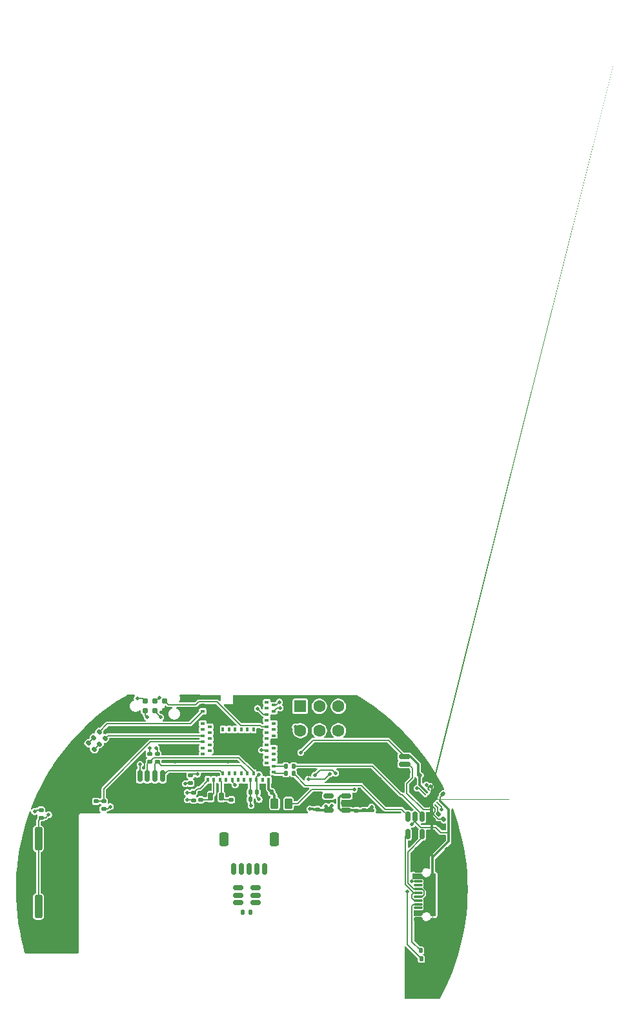
<source format=gbr>
%TF.GenerationSoftware,KiCad,Pcbnew,9.0.1*%
%TF.CreationDate,2025-12-04T23:43:19-05:00*%
%TF.ProjectId,EDDDial,45444444-6961-46c2-9e6b-696361645f70,rev?*%
%TF.SameCoordinates,Original*%
%TF.FileFunction,Copper,L1,Top*%
%TF.FilePolarity,Positive*%
%FSLAX46Y46*%
G04 Gerber Fmt 4.6, Leading zero omitted, Abs format (unit mm)*
G04 Created by KiCad (PCBNEW 9.0.1) date 2025-12-04 23:43:19*
%MOMM*%
%LPD*%
G01*
G04 APERTURE LIST*
G04 Aperture macros list*
%AMRoundRect*
0 Rectangle with rounded corners*
0 $1 Rounding radius*
0 $2 $3 $4 $5 $6 $7 $8 $9 X,Y pos of 4 corners*
0 Add a 4 corners polygon primitive as box body*
4,1,4,$2,$3,$4,$5,$6,$7,$8,$9,$2,$3,0*
0 Add four circle primitives for the rounded corners*
1,1,$1+$1,$2,$3*
1,1,$1+$1,$4,$5*
1,1,$1+$1,$6,$7*
1,1,$1+$1,$8,$9*
0 Add four rect primitives between the rounded corners*
20,1,$1+$1,$2,$3,$4,$5,0*
20,1,$1+$1,$4,$5,$6,$7,0*
20,1,$1+$1,$6,$7,$8,$9,0*
20,1,$1+$1,$8,$9,$2,$3,0*%
%AMFreePoly0*
4,1,153,0.406581,0.754743,0.408810,0.754000,0.410000,0.754000,0.411581,0.753743,0.413809,0.753000,0.415000,0.753000,0.416581,0.752743,0.419581,0.751743,0.420236,0.751472,0.421920,0.750630,0.424581,0.749742,0.426536,0.748535,0.427964,0.747108,0.429236,0.746472,0.430535,0.745536,0.431964,0.744108,0.433236,0.743472,0.434536,0.742536,0.442536,0.734536,0.443472,0.733236,
0.444108,0.731964,0.445536,0.730535,0.446472,0.729236,0.447108,0.727964,0.448536,0.726536,0.449743,0.724581,0.450630,0.721920,0.451472,0.720236,0.451743,0.719581,0.452743,0.716581,0.453000,0.715000,0.452999,0.713810,0.453743,0.711581,0.454000,0.710000,0.454000,0.708810,0.454743,0.706581,0.455000,0.705000,0.455000,-0.705000,0.454743,-0.706581,0.454000,-0.708810,
0.454000,-0.710000,0.453743,-0.711581,0.452999,-0.713810,0.453000,-0.715000,0.452743,-0.716581,0.451743,-0.719581,0.451472,-0.720236,0.450630,-0.721920,0.449743,-0.724581,0.448536,-0.726536,0.447108,-0.727964,0.446472,-0.729236,0.445536,-0.730535,0.444108,-0.731964,0.443472,-0.733236,0.442536,-0.734536,0.434536,-0.742536,0.433236,-0.743472,0.431964,-0.744108,0.430535,-0.745536,
0.429236,-0.746472,0.427964,-0.747108,0.426536,-0.748535,0.424581,-0.749742,0.421920,-0.750630,0.420236,-0.751472,0.419581,-0.751743,0.416581,-0.752743,0.415000,-0.753000,0.413809,-0.753000,0.411581,-0.753743,0.410000,-0.754000,0.408810,-0.754000,0.406581,-0.754743,0.405000,-0.755000,-0.405000,-0.755000,-0.406581,-0.754743,-0.408810,-0.754000,-0.410000,-0.754000,-0.411581,-0.753743,
-0.413809,-0.753000,-0.415000,-0.753000,-0.416581,-0.752743,-0.419581,-0.751743,-0.420236,-0.751472,-0.421920,-0.750630,-0.424581,-0.749742,-0.426536,-0.748535,-0.427964,-0.747108,-0.429236,-0.746472,-0.430535,-0.745536,-0.431964,-0.744108,-0.433236,-0.743472,-0.434536,-0.742536,-0.442536,-0.734536,-0.443472,-0.733236,-0.444108,-0.731964,-0.445536,-0.730535,-0.446472,-0.729236,-0.447108,-0.727964,
-0.448536,-0.726536,-0.449743,-0.724581,-0.450630,-0.721920,-0.451472,-0.720236,-0.451743,-0.719581,-0.452743,-0.716581,-0.453000,-0.715000,-0.452999,-0.713810,-0.453743,-0.711581,-0.454000,-0.710000,-0.454000,-0.708810,-0.454743,-0.706581,-0.455000,-0.705000,-0.455000,0.705000,-0.454743,0.706581,-0.454000,0.708810,-0.454000,0.710000,-0.453743,0.711581,-0.452999,0.713810,-0.453000,0.715000,
-0.452743,0.716581,-0.451743,0.719581,-0.451472,0.720236,-0.450630,0.721920,-0.449743,0.724581,-0.448536,0.726536,-0.447108,0.727964,-0.446472,0.729236,-0.445536,0.730535,-0.444108,0.731964,-0.443472,0.733236,-0.442536,0.734536,-0.434536,0.742536,-0.433236,0.743472,-0.431964,0.744108,-0.430535,0.745536,-0.429236,0.746472,-0.427964,0.747108,-0.426536,0.748535,-0.424581,0.749742,
-0.421920,0.750630,-0.420236,0.751472,-0.419581,0.751743,-0.416581,0.752743,-0.415000,0.753000,-0.413809,0.753000,-0.411581,0.753743,-0.410000,0.754000,-0.408810,0.754000,-0.406581,0.754743,-0.405000,0.755000,0.405000,0.755000,0.406581,0.754743,0.406581,0.754743,$1*%
G04 Aperture macros list end*
%TA.AperFunction,ComponentPad*%
%ADD10C,3.800000*%
%TD*%
%TA.AperFunction,ConnectorPad*%
%ADD11C,0.787400*%
%TD*%
%TA.AperFunction,ComponentPad*%
%ADD12R,1.600000X1.600000*%
%TD*%
%TA.AperFunction,ComponentPad*%
%ADD13C,1.600000*%
%TD*%
%TA.AperFunction,SMDPad,CuDef*%
%ADD14RoundRect,0.250000X0.250000X-1.300000X0.250000X1.300000X-0.250000X1.300000X-0.250000X-1.300000X0*%
%TD*%
%TA.AperFunction,SMDPad,CuDef*%
%ADD15RoundRect,0.140000X0.170000X-0.140000X0.170000X0.140000X-0.170000X0.140000X-0.170000X-0.140000X0*%
%TD*%
%TA.AperFunction,SMDPad,CuDef*%
%ADD16RoundRect,0.150000X0.512500X0.150000X-0.512500X0.150000X-0.512500X-0.150000X0.512500X-0.150000X0*%
%TD*%
%TA.AperFunction,SMDPad,CuDef*%
%ADD17RoundRect,0.140000X0.077224X-0.206244X0.217224X0.036244X-0.077224X0.206244X-0.217224X-0.036244X0*%
%TD*%
%TA.AperFunction,SMDPad,CuDef*%
%ADD18FreePoly0,315.000000*%
%TD*%
%TA.AperFunction,SMDPad,CuDef*%
%ADD19RoundRect,0.052000X-0.173948X0.106066X0.106066X-0.173948X0.173948X-0.106066X-0.106066X0.173948X0*%
%TD*%
%TA.AperFunction,SMDPad,CuDef*%
%ADD20RoundRect,0.135000X-0.035355X0.226274X-0.226274X0.035355X0.035355X-0.226274X0.226274X-0.035355X0*%
%TD*%
%TA.AperFunction,SMDPad,CuDef*%
%ADD21RoundRect,0.140000X0.219203X0.021213X0.021213X0.219203X-0.219203X-0.021213X-0.021213X-0.219203X0*%
%TD*%
%TA.AperFunction,SMDPad,CuDef*%
%ADD22RoundRect,0.150000X0.150000X-0.512500X0.150000X0.512500X-0.150000X0.512500X-0.150000X-0.512500X0*%
%TD*%
%TA.AperFunction,SMDPad,CuDef*%
%ADD23RoundRect,0.135000X-0.185000X0.135000X-0.185000X-0.135000X0.185000X-0.135000X0.185000X0.135000X0*%
%TD*%
%TA.AperFunction,SMDPad,CuDef*%
%ADD24RoundRect,0.250000X-0.350000X-0.650000X0.350000X-0.650000X0.350000X0.650000X-0.350000X0.650000X0*%
%TD*%
%TA.AperFunction,SMDPad,CuDef*%
%ADD25RoundRect,0.150000X-0.150000X-0.625000X0.150000X-0.625000X0.150000X0.625000X-0.150000X0.625000X0*%
%TD*%
%TA.AperFunction,SMDPad,CuDef*%
%ADD26RoundRect,0.135000X0.185000X-0.135000X0.185000X0.135000X-0.185000X0.135000X-0.185000X-0.135000X0*%
%TD*%
%TA.AperFunction,SMDPad,CuDef*%
%ADD27RoundRect,0.135000X0.035355X-0.226274X0.226274X-0.035355X-0.035355X0.226274X-0.226274X0.035355X0*%
%TD*%
%TA.AperFunction,SMDPad,CuDef*%
%ADD28RoundRect,0.135000X-0.135000X-0.185000X0.135000X-0.185000X0.135000X0.185000X-0.135000X0.185000X0*%
%TD*%
%TA.AperFunction,SMDPad,CuDef*%
%ADD29RoundRect,0.150000X-0.150000X-0.400000X0.150000X-0.400000X0.150000X0.400000X-0.150000X0.400000X0*%
%TD*%
%TA.AperFunction,SMDPad,CuDef*%
%ADD30RoundRect,0.140000X-0.170000X0.140000X-0.170000X-0.140000X0.170000X-0.140000X0.170000X0.140000X0*%
%TD*%
%TA.AperFunction,SMDPad,CuDef*%
%ADD31RoundRect,0.150000X-0.625000X0.150000X-0.625000X-0.150000X0.625000X-0.150000X0.625000X0.150000X0*%
%TD*%
%TA.AperFunction,SMDPad,CuDef*%
%ADD32RoundRect,0.250000X-0.650000X0.350000X-0.650000X-0.350000X0.650000X-0.350000X0.650000X0.350000X0*%
%TD*%
%TA.AperFunction,SMDPad,CuDef*%
%ADD33RoundRect,0.150000X0.150000X0.625000X-0.150000X0.625000X-0.150000X-0.625000X0.150000X-0.625000X0*%
%TD*%
%TA.AperFunction,SMDPad,CuDef*%
%ADD34RoundRect,0.250000X0.350000X0.650000X-0.350000X0.650000X-0.350000X-0.650000X0.350000X-0.650000X0*%
%TD*%
%TA.AperFunction,SMDPad,CuDef*%
%ADD35RoundRect,0.140000X-0.140000X-0.170000X0.140000X-0.170000X0.140000X0.170000X-0.140000X0.170000X0*%
%TD*%
%TA.AperFunction,SMDPad,CuDef*%
%ADD36RoundRect,0.147500X0.017678X-0.226274X0.226274X-0.017678X-0.017678X0.226274X-0.226274X0.017678X0*%
%TD*%
%TA.AperFunction,SMDPad,CuDef*%
%ADD37RoundRect,0.250000X0.262500X0.450000X-0.262500X0.450000X-0.262500X-0.450000X0.262500X-0.450000X0*%
%TD*%
%TA.AperFunction,SMDPad,CuDef*%
%ADD38RoundRect,0.140000X0.140000X0.170000X-0.140000X0.170000X-0.140000X-0.170000X0.140000X-0.170000X0*%
%TD*%
%TA.AperFunction,SMDPad,CuDef*%
%ADD39RoundRect,0.150000X0.425000X-0.150000X0.425000X0.150000X-0.425000X0.150000X-0.425000X-0.150000X0*%
%TD*%
%TA.AperFunction,SMDPad,CuDef*%
%ADD40RoundRect,0.075000X0.500000X-0.075000X0.500000X0.075000X-0.500000X0.075000X-0.500000X-0.075000X0*%
%TD*%
%TA.AperFunction,SMDPad,CuDef*%
%ADD41RoundRect,0.250000X0.750000X-0.840000X0.750000X0.840000X-0.750000X0.840000X-0.750000X-0.840000X0*%
%TD*%
%TA.AperFunction,SMDPad,CuDef*%
%ADD42R,0.600000X0.400000*%
%TD*%
%TA.AperFunction,SMDPad,CuDef*%
%ADD43R,0.400000X0.600000*%
%TD*%
%TA.AperFunction,SMDPad,CuDef*%
%ADD44RoundRect,0.135000X0.135000X0.185000X-0.135000X0.185000X-0.135000X-0.185000X0.135000X-0.185000X0*%
%TD*%
%TA.AperFunction,SMDPad,CuDef*%
%ADD45RoundRect,0.150000X-0.512500X-0.150000X0.512500X-0.150000X0.512500X0.150000X-0.512500X0.150000X0*%
%TD*%
%TA.AperFunction,ViaPad*%
%ADD46C,0.500000*%
%TD*%
%TA.AperFunction,Conductor*%
%ADD47C,0.200000*%
%TD*%
%TA.AperFunction,Conductor*%
%ADD48C,0.400000*%
%TD*%
%TA.AperFunction,Conductor*%
%ADD49C,0.160000*%
%TD*%
%TA.AperFunction,Conductor*%
%ADD50C,0.320000*%
%TD*%
G04 APERTURE END LIST*
D10*
%TO.P,H4,1,1*%
%TO.N,GND*%
X125650000Y-137300000D03*
%TD*%
%TO.P,H3,1,1*%
%TO.N,GND*%
X118450000Y-103250000D03*
%TD*%
%TO.P,H2,1,1*%
%TO.N,GND*%
X76750000Y-131550000D03*
%TD*%
%TO.P,H1,1,1*%
%TO.N,GND*%
X78850000Y-112500000D03*
%TD*%
D11*
%TO.P,J3,6,SWO*%
%TO.N,/SWO*%
X91500000Y-100530000D03*
%TO.P,J3,5,GND*%
%TO.N,GND*%
X91500000Y-101800000D03*
%TO.P,J3,4,SWCLK*%
%TO.N,/SWCLK*%
X90230000Y-100530000D03*
%TO.P,J3,3,~{RESET}*%
%TO.N,/NRST*%
X90230000Y-101800000D03*
%TO.P,J3,2,SWDIO*%
%TO.N,/SWDIO*%
X88960000Y-100530000D03*
%TO.P,J3,1,VCC*%
%TO.N,+3V3*%
X88960000Y-101800000D03*
%TD*%
D12*
%TO.P,SW1,1,A*%
%TO.N,Net-(SW1-A)*%
X109300000Y-101200000D03*
D13*
%TO.P,SW1,2,B*%
%TO.N,Net-(SW1-4)*%
X111800000Y-101200000D03*
%TO.P,SW1,3,C*%
%TO.N,unconnected-(SW1-C-Pad3)_1*%
X114300000Y-101200000D03*
%TO.P,SW1,4,C*%
%TO.N,Net-(SW1-A)*%
X109300000Y-104400000D03*
%TO.P,SW1,5,4*%
%TO.N,Net-(SW1-4)*%
X111800000Y-104400000D03*
%TO.P,SW1,6,C*%
%TO.N,unconnected-(SW1-C-Pad3)*%
X114300000Y-104400000D03*
%TD*%
D14*
%TO.P,SW2,1,1*%
%TO.N,/SWITCH*%
X74949999Y-127450000D03*
X74950001Y-118550001D03*
%TO.P,SW2,2,2*%
%TO.N,GND*%
X78949999Y-127449999D03*
X78950001Y-118550000D03*
%TD*%
D15*
%TO.P,C2,2*%
%TO.N,GND*%
X117675000Y-113890000D03*
%TO.P,C2,1*%
%TO.N,Net-(SW1-A)*%
X117675000Y-114850000D03*
%TD*%
%TO.P,C11,2*%
%TO.N,GND*%
X111575000Y-113770000D03*
%TO.P,C11,1*%
%TO.N,+3V3*%
X111575000Y-114730000D03*
%TD*%
D16*
%TO.P,U4,5,VOUT*%
%TO.N,+3V3*%
X113025000Y-114850000D03*
%TO.P,U4,4,BYP*%
%TO.N,unconnected-(U4-BYP-Pad4)*%
X113025000Y-112950000D03*
%TO.P,U4,3,~{SHDN}*%
%TO.N,Net-(SW1-A)*%
X115300000Y-112950000D03*
%TO.P,U4,2,GND*%
%TO.N,GND*%
X115300000Y-113900000D03*
%TO.P,U4,1,VIN*%
%TO.N,Net-(SW1-A)*%
X115300000Y-114850000D03*
%TD*%
D15*
%TO.P,C3,2*%
%TO.N,GND*%
X116675000Y-113900001D03*
%TO.P,C3,1*%
%TO.N,Net-(SW1-A)*%
X116675000Y-114860001D03*
%TD*%
D17*
%TO.P,C5,2*%
%TO.N,GND*%
X125429069Y-109444314D03*
%TO.P,C5,1*%
%TO.N,VBAT*%
X124949069Y-110275698D03*
%TD*%
D18*
%TO.P,U1,11,THERMAL_PAD*%
%TO.N,GND*%
X126323228Y-113441851D03*
D19*
%TO.P,U1,10,IN*%
%TO.N,VBUS*%
X127631376Y-113618631D03*
%TO.P,U1,9,STAT1*%
%TO.N,/STAT1*%
X127348533Y-113901470D03*
%TO.P,U1,8,ISET*%
%TO.N,Net-(U1-ISET)*%
X127065690Y-114184313D03*
%TO.P,U1,7,ILIM/VSET*%
%TO.N,Net-(U1-ILIM{slash}VSET)*%
X126782848Y-114467157D03*
%TO.P,U1,6,TS/MR*%
%TO.N,/TEMP*%
X126500000Y-114750000D03*
%TO.P,U1,5,GND*%
%TO.N,GND*%
X125015080Y-113265071D03*
%TO.P,U1,4,~{CE}*%
X125297923Y-112982232D03*
%TO.P,U1,3,STAT2*%
%TO.N,/STAT2*%
X125580766Y-112699389D03*
%TO.P,U1,2,BAT*%
%TO.N,VBAT*%
X125863608Y-112416545D03*
%TO.P,U1,1,SYS*%
%TO.N,Net-(SW1-4)*%
X126146456Y-112133702D03*
%TD*%
D20*
%TO.P,R16,2*%
%TO.N,GND*%
X127389375Y-116710624D03*
%TO.P,R16,1*%
%TO.N,Net-(U1-ILIM{slash}VSET)*%
X128110625Y-115989376D03*
%TD*%
D21*
%TO.P,C1,2*%
%TO.N,GND*%
X127350000Y-112050000D03*
%TO.P,C1,1*%
%TO.N,VBUS*%
X128028822Y-112728822D03*
%TD*%
D20*
%TO.P,R15,2*%
%TO.N,GND*%
X126689375Y-116010624D03*
%TO.P,R15,1*%
%TO.N,Net-(U1-ISET)*%
X127410625Y-115289376D03*
%TD*%
D22*
%TO.P,U3,6*%
%TO.N,Net-(R9-Pad1)*%
X123400002Y-115685626D03*
%TO.P,U3,5*%
%TO.N,VBUS*%
X124350001Y-115685626D03*
%TO.P,U3,4*%
%TO.N,Net-(R10-Pad1)*%
X125300000Y-115685628D03*
%TO.P,U3,3*%
%TO.N,Net-(J1-D+-PadA6)*%
X125300000Y-117960626D03*
%TO.P,U3,2*%
%TO.N,GND*%
X124350001Y-117960626D03*
%TO.P,U3,1*%
%TO.N,Net-(J1-D--PadA7)*%
X123400002Y-117960624D03*
%TD*%
D23*
%TO.P,R4,2*%
%TO.N,/SCL*%
X90549999Y-108434999D03*
%TO.P,R4,1*%
%TO.N,+3V3*%
X90550001Y-107414999D03*
%TD*%
D24*
%TO.P,J5,MP,MountPin*%
%TO.N,GND*%
X92550000Y-114200000D03*
X85950000Y-114199999D03*
D25*
%TO.P,J5,5,Pin_5*%
%TO.N,/INT*%
X91250000Y-110324999D03*
%TO.P,J5,4,Pin_4*%
%TO.N,/SCL*%
X90250001Y-110325000D03*
%TO.P,J5,3,Pin_3*%
%TO.N,/SDA*%
X89250000Y-110324999D03*
%TO.P,J5,2,Pin_2*%
%TO.N,+3V3*%
X88250001Y-110324999D03*
%TO.P,J5,1,Pin_1*%
%TO.N,GND*%
X87250000Y-110324999D03*
%TD*%
D26*
%TO.P,R11,2*%
%TO.N,/VDIV*%
X83500001Y-113640000D03*
%TO.P,R11,1*%
%TO.N,VBAT*%
X83499999Y-114660000D03*
%TD*%
D23*
%TO.P,R12,2*%
%TO.N,GND*%
X82499999Y-114660000D03*
%TO.P,R12,1*%
%TO.N,/VDIV*%
X82500001Y-113640000D03*
%TD*%
D27*
%TO.P,R8,2*%
%TO.N,Net-(U2-P1.15)*%
X83681877Y-105418130D03*
%TO.P,R8,1*%
%TO.N,Net-(D2-A)*%
X82960627Y-106139378D03*
%TD*%
D23*
%TO.P,R5,2*%
%TO.N,/SDA*%
X89549999Y-108434999D03*
%TO.P,R5,1*%
%TO.N,+3V3*%
X89550001Y-107414999D03*
%TD*%
D27*
%TO.P,R13,1*%
%TO.N,Net-(D3-A)*%
X82200000Y-105300000D03*
%TO.P,R13,2*%
%TO.N,Net-(U2-P1.10)*%
X82921250Y-104578752D03*
%TD*%
D28*
%TO.P,R2,1*%
%TO.N,Net-(J1-CC2)*%
X125180000Y-134299998D03*
%TO.P,R2,2*%
%TO.N,GND*%
X126200000Y-134300000D03*
%TD*%
D29*
%TO.P,Y2,1,1*%
%TO.N,Net-(U2-P0.00)*%
X97550000Y-113050000D03*
%TO.P,Y2,2,2*%
%TO.N,Net-(U2-P0.01)*%
X98950000Y-113050000D03*
%TD*%
D30*
%TO.P,C7,1*%
%TO.N,GND*%
X100250000Y-112490000D03*
%TO.P,C7,2*%
%TO.N,Net-(U2-P0.01)*%
X100250000Y-113450000D03*
%TD*%
D31*
%TO.P,J2,1,Pin_1*%
%TO.N,VBAT*%
X123000000Y-107800000D03*
%TO.P,J2,2,Pin_2*%
%TO.N,/TEMP*%
X123000000Y-108799999D03*
%TO.P,J2,3,Pin_3*%
%TO.N,GND*%
X122999999Y-109800000D03*
D32*
%TO.P,J2,MP,MountPin*%
X119125000Y-106499998D03*
X119125001Y-111099998D03*
%TD*%
D33*
%TO.P,J4,1,Pin_1*%
%TO.N,GND1*%
X104600000Y-122531250D03*
%TO.P,J4,2,Pin_2*%
%TO.N,VCC*%
X103600000Y-122531250D03*
%TO.P,J4,3,Pin_3*%
%TO.N,/SDA1*%
X102600000Y-122531250D03*
%TO.P,J4,4,Pin_4*%
%TO.N,/SCL1*%
X101600000Y-122531250D03*
%TO.P,J4,5,Pin_5*%
%TO.N,/INT1*%
X100600000Y-122531250D03*
D34*
%TO.P,J4,MP,MountPin*%
%TO.N,GND1*%
X105900000Y-118656250D03*
X99300000Y-118656250D03*
%TD*%
D28*
%TO.P,R1,1*%
%TO.N,Net-(J1-CC1)*%
X125090000Y-133199999D03*
%TO.P,R1,2*%
%TO.N,GND*%
X126110000Y-133200001D03*
%TD*%
D35*
%TO.P,C13,1*%
%TO.N,Net-(U2-VBUS)*%
X105545000Y-112460000D03*
%TO.P,C13,2*%
%TO.N,GND*%
X106505000Y-112460000D03*
%TD*%
D36*
%TO.P,D3,1,K*%
%TO.N,GND*%
X80821250Y-106728754D03*
%TO.P,D3,2,A*%
%TO.N,Net-(D3-A)*%
X81507140Y-106042864D03*
%TD*%
D37*
%TO.P,R3,1*%
%TO.N,VBUS*%
X107750000Y-113950000D03*
%TO.P,R3,2*%
%TO.N,Net-(U2-VBUS)*%
X105925000Y-113950000D03*
%TD*%
D38*
%TO.P,C9,1*%
%TO.N,+3V3*%
X102725000Y-112460000D03*
%TO.P,C9,2*%
%TO.N,GND*%
X101765000Y-112460000D03*
%TD*%
D36*
%TO.P,D2,1,K*%
%TO.N,GND*%
X81585361Y-107514648D03*
%TO.P,D2,2,A*%
%TO.N,Net-(D2-A)*%
X82271251Y-106828758D03*
%TD*%
D38*
%TO.P,C10,1*%
%TO.N,VCC*%
X102742500Y-128206250D03*
%TO.P,C10,2*%
%TO.N,GND1*%
X101782500Y-128206250D03*
%TD*%
D35*
%TO.P,C6,1*%
%TO.N,+3V3*%
X103645000Y-112460000D03*
%TO.P,C6,2*%
%TO.N,GND*%
X104605000Y-112460000D03*
%TD*%
D39*
%TO.P,J1,A1,GND*%
%TO.N,GND*%
X124745000Y-129090000D03*
%TO.P,J1,A4,VBUS*%
%TO.N,VBUS*%
X124745000Y-128290000D03*
D40*
%TO.P,J1,A5,CC1*%
%TO.N,Net-(J1-CC1)*%
X124745001Y-127140000D03*
%TO.P,J1,A6,D+*%
%TO.N,Net-(J1-D+-PadA6)*%
X124745000Y-126140000D03*
%TO.P,J1,A7,D-*%
%TO.N,Net-(J1-D--PadA7)*%
X124745000Y-125640000D03*
%TO.P,J1,A8,SBU1*%
%TO.N,unconnected-(J1-SBU1-PadA8)*%
X124745001Y-124640000D03*
D39*
%TO.P,J1,A9,VBUS*%
%TO.N,VBUS*%
X124745000Y-123490000D03*
%TO.P,J1,A12,GND*%
%TO.N,GND*%
X124745000Y-122690000D03*
%TO.P,J1,B1,GND*%
X124745000Y-122690000D03*
%TO.P,J1,B4,VBUS*%
%TO.N,VBUS*%
X124745000Y-123490000D03*
D40*
%TO.P,J1,B5,CC2*%
%TO.N,Net-(J1-CC2)*%
X124745000Y-124140000D03*
%TO.P,J1,B6,D+*%
%TO.N,Net-(J1-D+-PadA6)*%
X124745000Y-125140000D03*
%TO.P,J1,B7,D-*%
%TO.N,Net-(J1-D--PadA7)*%
X124745000Y-126640000D03*
%TO.P,J1,B8,SBU2*%
%TO.N,unconnected-(J1-SBU2-PadB8)*%
X124745000Y-127640000D03*
D39*
%TO.P,J1,B9,VBUS*%
%TO.N,VBUS*%
X124745000Y-128290000D03*
%TO.P,J1,B12,GND*%
%TO.N,GND*%
X124745000Y-129090000D03*
D41*
%TO.P,J1,S1,SHIELD*%
X125320000Y-131000000D03*
X129250000Y-131000000D03*
X125320000Y-120780000D03*
X129250000Y-120780000D03*
%TD*%
D26*
%TO.P,R7,1*%
%TO.N,+3V3*%
X95299999Y-113510000D03*
%TO.P,R7,2*%
%TO.N,/STAT1*%
X95300001Y-112490000D03*
%TD*%
D42*
%TO.P,U2,1,GND*%
%TO.N,GND*%
X96500000Y-99950000D03*
%TO.P,U2,2,GND*%
X96499999Y-101050000D03*
%TO.P,U2,3,P1.10*%
%TO.N,Net-(U2-P1.10)*%
X96500000Y-101850000D03*
%TO.P,U2,4,P1.11*%
%TO.N,unconnected-(U2-P1.11-Pad4)*%
X96500000Y-103450000D03*
%TO.P,U2,5,P1.12*%
%TO.N,unconnected-(U2-P1.12-Pad5)*%
X97400001Y-103850000D03*
%TO.P,U2,6,P1.13*%
%TO.N,unconnected-(U2-P1.13-Pad6)*%
X96500000Y-104250000D03*
%TO.P,U2,7,P1.14*%
%TO.N,unconnected-(U2-P1.14-Pad7)*%
X97400000Y-104650000D03*
%TO.P,U2,8,P1.15*%
%TO.N,Net-(U2-P1.15)*%
X96500000Y-105050000D03*
%TO.P,U2,9,P0.03*%
%TO.N,unconnected-(U2-P0.03-Pad9)*%
X97400000Y-105449999D03*
%TO.P,U2,10,P0.29*%
%TO.N,/VDIV*%
X96500000Y-105850000D03*
%TO.P,U2,11,P0.02*%
%TO.N,unconnected-(U2-P0.02-Pad11)*%
X97400000Y-106250000D03*
%TO.P,U2,12,P0.31*%
%TO.N,unconnected-(U2-P0.31-Pad12)*%
X96499999Y-106650000D03*
%TO.P,U2,13,P0.28*%
%TO.N,unconnected-(U2-P0.28-Pad13)*%
X97400000Y-107050000D03*
%TO.P,U2,14,P0.30*%
%TO.N,unconnected-(U2-P0.30-Pad14)*%
X96500000Y-107450000D03*
D43*
%TO.P,U2,15,GND*%
%TO.N,GND*%
X96350000Y-110850000D03*
%TO.P,U2,16,P0.27*%
%TO.N,/STAT1*%
X97149999Y-110850000D03*
%TO.P,U2,17,P0.00*%
%TO.N,Net-(U2-P0.00)*%
X97950000Y-110850000D03*
%TO.P,U2,18,P0.01*%
%TO.N,Net-(U2-P0.01)*%
X98750000Y-110850000D03*
%TO.P,U2,19,P0.26*%
%TO.N,/INT*%
X99150000Y-109950000D03*
%TO.P,U2,20,P0.04*%
%TO.N,unconnected-(U2-P0.04-Pad20)*%
X99550000Y-110850000D03*
%TO.P,U2,21,P0.05*%
%TO.N,unconnected-(U2-P0.05-Pad21)*%
X99949999Y-109950000D03*
%TO.P,U2,22,P0.06*%
%TO.N,/STAT2*%
X100350000Y-110850000D03*
%TO.P,U2,23,P0.07*%
%TO.N,unconnected-(U2-P0.07-Pad23)*%
X100750000Y-109950000D03*
%TO.P,U2,24,P0.08*%
%TO.N,unconnected-(U2-P0.08-Pad24)*%
X101150000Y-110849999D03*
%TO.P,U2,25,P1.08*%
%TO.N,unconnected-(U2-P1.08-Pad25)*%
X101550000Y-109950000D03*
%TO.P,U2,26,P1.09*%
%TO.N,unconnected-(U2-P1.09-Pad26)*%
X101950000Y-110850000D03*
%TO.P,U2,27,P0.11*%
%TO.N,/SCL*%
X102350001Y-109950000D03*
%TO.P,U2,28,VDD*%
%TO.N,+3V3*%
X102750000Y-110850000D03*
%TO.P,U2,29,P0.12*%
%TO.N,/SDA*%
X103150000Y-109950000D03*
%TO.P,U2,30,VDDH*%
%TO.N,+3V3*%
X103550000Y-110850000D03*
%TO.P,U2,31,DCCH*%
%TO.N,unconnected-(U2-DCCH-Pad31)*%
X104350000Y-110850000D03*
%TO.P,U2,32,VBUS*%
%TO.N,Net-(U2-VBUS)*%
X105150001Y-110850000D03*
%TO.P,U2,33,GND*%
%TO.N,GND*%
X105950000Y-110850000D03*
D42*
%TO.P,U2,34,D-*%
%TO.N,/USB_D-*%
X105800000Y-109850000D03*
%TO.P,U2,35,D+*%
%TO.N,/USB_D+*%
X105800000Y-109050000D03*
%TO.P,U2,36,P0.14*%
%TO.N,unconnected-(U2-P0.14-Pad36)*%
X104900000Y-108650000D03*
%TO.P,U2,37,P0.13*%
%TO.N,unconnected-(U2-P0.13-Pad37)*%
X105800000Y-108249999D03*
%TO.P,U2,38,P0.16*%
%TO.N,unconnected-(U2-P0.16-Pad38)*%
X104900000Y-107850001D03*
%TO.P,U2,39,P0.15*%
%TO.N,unconnected-(U2-P0.15-Pad39)*%
X105800000Y-107450000D03*
%TO.P,U2,40,P0.18*%
%TO.N,/NRST*%
X104900000Y-107050000D03*
%TO.P,U2,41,P0.17*%
%TO.N,unconnected-(U2-P0.17-Pad41)*%
X105800001Y-106650000D03*
%TO.P,U2,42,P0.19*%
%TO.N,unconnected-(U2-P0.19-Pad42)*%
X104900000Y-106250000D03*
%TO.P,U2,43,P0.21*%
%TO.N,unconnected-(U2-P0.21-Pad43)*%
X104900000Y-105449999D03*
%TO.P,U2,44,P0.20*%
%TO.N,unconnected-(U2-P0.20-Pad44)*%
X105800000Y-105050000D03*
%TO.P,U2,45,P0.23*%
%TO.N,unconnected-(U2-P0.23-Pad45)*%
X104900000Y-104650000D03*
%TO.P,U2,46,P0.22*%
%TO.N,unconnected-(U2-P0.22-Pad46)*%
X105800000Y-104250000D03*
%TO.P,U2,47,P1.00*%
%TO.N,/SWO*%
X104899999Y-103850000D03*
%TO.P,U2,48,P0.24*%
%TO.N,unconnected-(U2-P0.24-Pad48)*%
X105800000Y-103450000D03*
%TO.P,U2,49,P0.25*%
%TO.N,unconnected-(U2-P0.25-Pad49)*%
X104900000Y-103050000D03*
%TO.P,U2,50,P1.02*%
%TO.N,/SWITCH*%
X104900000Y-102250000D03*
%TO.P,U2,51,SWDIO*%
%TO.N,/SWDIO*%
X105800000Y-101850000D03*
%TO.P,U2,52,P0.09*%
%TO.N,unconnected-(U2-P0.09-Pad52)*%
X104900000Y-101450000D03*
%TO.P,U2,53,SWDCLK*%
%TO.N,/SWCLK*%
X105800001Y-101050000D03*
%TO.P,U2,54,P0.10*%
%TO.N,unconnected-(U2-P0.10-Pad54)*%
X104900000Y-100650000D03*
%TO.P,U2,55,GND*%
%TO.N,GND*%
X105800000Y-99950000D03*
D43*
%TO.P,U2,56,P1.04*%
%TO.N,unconnected-(U2-P1.04-Pad56)*%
X99150000Y-104250000D03*
%TO.P,U2,57,P1.06*%
%TO.N,unconnected-(U2-P1.06-Pad57)*%
X99950000Y-104250000D03*
%TO.P,U2,58,P1.07*%
%TO.N,unconnected-(U2-P1.07-Pad58)*%
X100750000Y-104250000D03*
%TO.P,U2,59,P1.05*%
%TO.N,unconnected-(U2-P1.05-Pad59)*%
X101550000Y-104250000D03*
%TO.P,U2,60,P1.03*%
%TO.N,unconnected-(U2-P1.03-Pad60)*%
X102350000Y-104250000D03*
%TO.P,U2,61,P1.01*%
%TO.N,unconnected-(U2-P1.01-Pad61)*%
X103150000Y-104250000D03*
%TD*%
D38*
%TO.P,C4,1*%
%TO.N,+3V3*%
X102730000Y-113400000D03*
%TO.P,C4,2*%
%TO.N,GND*%
X101770000Y-113400000D03*
%TD*%
D44*
%TO.P,R10,1*%
%TO.N,Net-(R10-Pad1)*%
X108400000Y-109050000D03*
%TO.P,R10,2*%
%TO.N,/USB_D+*%
X107380006Y-109049998D03*
%TD*%
D30*
%TO.P,C8,1*%
%TO.N,GND*%
X96249997Y-112490001D03*
%TO.P,C8,2*%
%TO.N,Net-(U2-P0.00)*%
X96249997Y-113450001D03*
%TD*%
D26*
%TO.P,R6,1*%
%TO.N,+3V3*%
X94899999Y-111260000D03*
%TO.P,R6,2*%
%TO.N,/STAT2*%
X94900001Y-110240000D03*
%TD*%
D23*
%TO.P,R14,1*%
%TO.N,+3V3*%
X75300001Y-114800000D03*
%TO.P,R14,2*%
%TO.N,/SWITCH*%
X75299999Y-115820000D03*
%TD*%
D44*
%TO.P,R9,1*%
%TO.N,Net-(R9-Pad1)*%
X108409997Y-110000001D03*
%TO.P,R9,2*%
%TO.N,/USB_D-*%
X107390003Y-109999999D03*
%TD*%
D45*
%TO.P,U5,1,SCL*%
%TO.N,/SCL1*%
X101162500Y-125006250D03*
%TO.P,U5,2,GND*%
%TO.N,GND1*%
X101162500Y-125956250D03*
%TO.P,U5,3,TEST*%
X101162500Y-126906250D03*
%TO.P,U5,4,VCC*%
%TO.N,VCC*%
X103437500Y-126906250D03*
%TO.P,U5,5,~{INT}*%
%TO.N,/INT1*%
X103437500Y-125956250D03*
%TO.P,U5,6,SDA*%
%TO.N,/SDA1*%
X103437500Y-125006250D03*
%TD*%
D46*
%TO.N,GND*%
X126150000Y-115450000D03*
X128100000Y-117100000D03*
X126150000Y-116450000D03*
X129800000Y-117850000D03*
X129300000Y-128500000D03*
X129700000Y-123150000D03*
X126300000Y-119350000D03*
X124100000Y-122000000D03*
X123716214Y-119143259D03*
X87000000Y-102300000D03*
X86000000Y-101050000D03*
X94191848Y-102396080D03*
X94319408Y-100153709D03*
X95400000Y-107300000D03*
X91600000Y-106500000D03*
X116600000Y-106700000D03*
X121050000Y-104650000D03*
%TO.N,VBAT*%
X109350000Y-107250000D03*
X84350000Y-114350000D03*
%TO.N,/STAT1*%
X94450000Y-112500000D03*
%TO.N,/STAT2*%
X110350000Y-110784003D03*
X113200000Y-110050000D03*
%TO.N,/STAT1*%
X111200000Y-110250000D03*
X113900000Y-109950000D03*
%TO.N,VBUS*%
X116350000Y-112100000D03*
X123950000Y-116650000D03*
%TO.N,Net-(SW1-A)*%
X118800000Y-114850000D03*
X118650000Y-114400000D03*
%TO.N,Net-(SW1-4)*%
X125850000Y-111550000D03*
X126356348Y-111676191D03*
%TO.N,/SWCLK*%
X106550000Y-100650000D03*
%TO.N,/SWDIO*%
X106650000Y-101400000D03*
X87913536Y-100191022D03*
%TO.N,/SWCLK*%
X90800000Y-100050000D03*
%TO.N,+3V3*%
X89250000Y-102650000D03*
%TO.N,GND*%
X122700000Y-110650000D03*
X125100000Y-108300000D03*
%TO.N,/NRST*%
X91000000Y-102650000D03*
%TO.N,/SWITCH*%
X103700000Y-101500000D03*
X76300001Y-115400000D03*
%TO.N,+3V3*%
X74450001Y-115000000D03*
%TO.N,GND*%
X84600000Y-104350000D03*
X93500000Y-104350000D03*
X119500000Y-111700000D03*
X115100000Y-110750000D03*
X110350000Y-110150000D03*
X116450000Y-110500000D03*
X123200000Y-114300000D03*
X121900000Y-110850000D03*
X120200000Y-107800000D03*
X121350000Y-109500000D03*
X121750000Y-107950000D03*
X126250000Y-110100000D03*
X125650000Y-110650000D03*
X126950000Y-110950000D03*
%TO.N,/STAT2*%
X124600000Y-111950000D03*
%TO.N,GND*%
X124100000Y-111200000D03*
X122500000Y-111800000D03*
X124200000Y-112800000D03*
X75250000Y-113550000D03*
X80200000Y-108800000D03*
X84950000Y-102450000D03*
X91850000Y-102750000D03*
X99250000Y-106000000D03*
X103300000Y-107200000D03*
X103100000Y-102300000D03*
X98550000Y-101950000D03*
%TO.N,Net-(SW1-A)*%
X108650000Y-103900000D03*
%TO.N,GND*%
X106850000Y-102450000D03*
X107050000Y-105550000D03*
%TO.N,/NRST*%
X104200000Y-106950000D03*
%TO.N,GND*%
X111000000Y-113600000D03*
%TO.N,+3V3*%
X113450000Y-114250000D03*
X112650000Y-114300000D03*
X110550000Y-114650000D03*
%TO.N,GND*%
X117700000Y-113300000D03*
X116900000Y-113200000D03*
%TO.N,Net-(J1-CC2)*%
X123354876Y-125511894D03*
X123900000Y-124150000D03*
%TO.N,/STAT1*%
X127800000Y-114750000D03*
%TO.N,GND*%
X99821391Y-108449294D03*
X92832443Y-108456008D03*
X86250000Y-110200000D03*
%TO.N,+3V3*%
X88300000Y-108800000D03*
X89550000Y-106650000D03*
X90400000Y-106650000D03*
X103900000Y-110150000D03*
X102850000Y-114200000D03*
X103900000Y-113400000D03*
%TO.N,GND*%
X101150000Y-112800000D03*
X99700000Y-112000000D03*
X96950000Y-112000000D03*
%TO.N,+3V3*%
X94200000Y-111350000D03*
X94500000Y-113450000D03*
%TO.N,GND*%
X95850000Y-111250000D03*
%TO.N,/STAT2*%
X100750000Y-111500000D03*
X95800000Y-110100000D03*
%TD*%
D47*
%TO.N,Net-(J1-D+-PadA6)*%
X125300000Y-118400000D02*
X125300000Y-117960626D01*
X123415000Y-124384999D02*
X123415000Y-120285000D01*
X123415000Y-120285000D02*
X125300000Y-118400000D01*
X124170001Y-125140000D02*
X123415000Y-124384999D01*
X124745000Y-125140000D02*
X124170001Y-125140000D01*
%TO.N,/VDIV*%
X83500001Y-112014105D02*
X89664106Y-105850000D01*
X83500001Y-113640000D02*
X83500001Y-112014105D01*
X89664106Y-105850000D02*
X96500000Y-105850000D01*
%TO.N,VBAT*%
X120850000Y-105650000D02*
X123000000Y-107800000D01*
X110950000Y-105650000D02*
X120850000Y-105650000D01*
X109350000Y-107250000D02*
X110950000Y-105650000D01*
X84040000Y-114660000D02*
X84350000Y-114350000D01*
X83499999Y-114660000D02*
X84040000Y-114660000D01*
%TO.N,/STAT1*%
X94460000Y-112490000D02*
X94450000Y-112500000D01*
X95300001Y-112490000D02*
X94460000Y-112490000D01*
X113498532Y-109548532D02*
X113900000Y-109950000D01*
X111901468Y-109548532D02*
X113498532Y-109548532D01*
X111200000Y-110250000D02*
X111901468Y-109548532D01*
%TO.N,/STAT2*%
X113200000Y-110050000D02*
X112465997Y-110784003D01*
X112465997Y-110784003D02*
X110350000Y-110784003D01*
%TO.N,VBUS*%
X108950000Y-113950000D02*
X107750000Y-113950000D01*
X110800000Y-112100000D02*
X108950000Y-113950000D01*
X116350000Y-112100000D02*
X110800000Y-112100000D01*
X124350001Y-116249999D02*
X123950000Y-116650000D01*
X124350001Y-115685626D02*
X124350001Y-116249999D01*
%TO.N,Net-(J1-CC2)*%
X123300000Y-125566770D02*
X123300000Y-132419998D01*
X123300000Y-132419998D02*
X125180000Y-134299998D01*
X123354876Y-125511894D02*
X123300000Y-125566770D01*
%TO.N,Net-(J1-CC1)*%
X124170002Y-127140000D02*
X124745001Y-127140000D01*
X123942000Y-132051999D02*
X123942000Y-127368002D01*
X125090000Y-133199999D02*
X123942000Y-132051999D01*
X123942000Y-127368002D02*
X124170002Y-127140000D01*
D48*
%TO.N,Net-(SW1-A)*%
X118800000Y-114850000D02*
X117675000Y-114850000D01*
X118200000Y-114850000D02*
X117675000Y-114850000D01*
X118650000Y-114400000D02*
X118200000Y-114850000D01*
D47*
%TO.N,Net-(SW1-4)*%
X126146456Y-111846456D02*
X125850000Y-111550000D01*
X126146456Y-112133702D02*
X126146456Y-111846456D01*
X126146456Y-111886083D02*
X126356348Y-111676191D01*
X126146456Y-112133702D02*
X126146456Y-111886083D01*
D49*
%TO.N,/SWCLK*%
X106150000Y-101050000D02*
X106550000Y-100650000D01*
X105800001Y-101050000D02*
X106150000Y-101050000D01*
%TO.N,/SWDIO*%
X106250000Y-101400000D02*
X106650000Y-101400000D01*
X106196300Y-101453700D02*
X106250000Y-101400000D01*
D47*
X88621022Y-100191022D02*
X87913536Y-100191022D01*
X88960000Y-100530000D02*
X88621022Y-100191022D01*
%TO.N,/SWCLK*%
X90320000Y-100530000D02*
X90800000Y-100050000D01*
X90230000Y-100530000D02*
X90320000Y-100530000D01*
%TO.N,+3V3*%
X88960000Y-102360000D02*
X89250000Y-102650000D01*
X88960000Y-101800000D02*
X88960000Y-102360000D01*
%TO.N,Net-(R9-Pad1)*%
X109979446Y-111569450D02*
X108409997Y-110000001D01*
X120450000Y-114700000D02*
X117319450Y-111569450D01*
X117319450Y-111569450D02*
X109979446Y-111569450D01*
X122600000Y-114700000D02*
X120450000Y-114700000D01*
X123400002Y-115500002D02*
X122600000Y-114700000D01*
X123400002Y-115685626D02*
X123400002Y-115500002D01*
%TO.N,Net-(R10-Pad1)*%
X118768044Y-109050000D02*
X108400000Y-109050000D01*
X122503044Y-112785000D02*
X118768044Y-109050000D01*
X122650603Y-112785000D02*
X122503044Y-112785000D01*
X125300000Y-115434397D02*
X122650603Y-112785000D01*
X125300000Y-115685628D02*
X125300000Y-115434397D01*
D49*
%TO.N,/TEMP*%
X123982999Y-110617001D02*
X123982999Y-109332999D01*
X123271117Y-111328883D02*
X123982999Y-110617001D01*
X123982999Y-109332999D02*
X123449999Y-108799999D01*
X123271117Y-111400000D02*
X123271117Y-111305924D01*
X123271117Y-111400000D02*
X123271117Y-111328883D01*
X123449999Y-108799999D02*
X123000000Y-108799999D01*
D50*
%TO.N,VBAT*%
X123774999Y-107800000D02*
X123000000Y-107800000D01*
X124750000Y-108775001D02*
X123774999Y-107800000D01*
X124949069Y-110275698D02*
X124750000Y-110076629D01*
X124750000Y-110076629D02*
X124750000Y-108775001D01*
D47*
%TO.N,/NRST*%
X90230000Y-101880000D02*
X91000000Y-102650000D01*
X90230000Y-101800000D02*
X90230000Y-101880000D01*
%TO.N,/SWO*%
X104072000Y-103722000D02*
X104200000Y-103850000D01*
X98379164Y-100622000D02*
X101479164Y-103722000D01*
X104200000Y-103850000D02*
X104899999Y-103850000D01*
X95971999Y-100622000D02*
X98379164Y-100622000D01*
X95594699Y-100999300D02*
X95971999Y-100622000D01*
X101479164Y-103722000D02*
X104072000Y-103722000D01*
X91500000Y-100530000D02*
X91969300Y-100999300D01*
X91969300Y-100999300D02*
X95594699Y-100999300D01*
%TO.N,/SWITCH*%
X104450000Y-102250000D02*
X104900000Y-102250000D01*
X103700000Y-101500000D02*
X104450000Y-102250000D01*
X75880001Y-115820000D02*
X76300001Y-115400000D01*
X75299999Y-115820000D02*
X75880001Y-115820000D01*
%TO.N,+3V3*%
X74650001Y-114800000D02*
X74450001Y-115000000D01*
X75300001Y-114800000D02*
X74650001Y-114800000D01*
%TO.N,/SWITCH*%
X74950001Y-116169998D02*
X75299999Y-115820000D01*
X74950001Y-118550001D02*
X74950001Y-116169998D01*
X74949999Y-118550003D02*
X74950001Y-118550001D01*
X74949999Y-127450000D02*
X74949999Y-118550003D01*
D50*
%TO.N,+3V3*%
X111020000Y-114730000D02*
X111575000Y-114730000D01*
X110940000Y-114650000D02*
X111020000Y-114730000D01*
X110550000Y-114650000D02*
X110940000Y-114650000D01*
D47*
%TO.N,Net-(U2-P1.10)*%
X94850000Y-103500000D02*
X96500000Y-101850000D01*
X84000002Y-103500000D02*
X94850000Y-103500000D01*
X82921250Y-104578752D02*
X84000002Y-103500000D01*
%TO.N,Net-(U2-P1.15)*%
X84050007Y-105050000D02*
X83681877Y-105418130D01*
X96500000Y-105050000D02*
X84050007Y-105050000D01*
%TO.N,Net-(D2-A)*%
X82960627Y-106139382D02*
X82271251Y-106828758D01*
X82960627Y-106139378D02*
X82960627Y-106139382D01*
%TO.N,Net-(D3-A)*%
X82200000Y-105350004D02*
X81507140Y-106042864D01*
X82200000Y-105300000D02*
X82200000Y-105350004D01*
%TO.N,/USB_D+*%
X105800002Y-109049998D02*
X105800000Y-109050000D01*
X107380006Y-109049998D02*
X105800002Y-109049998D01*
%TO.N,/USB_D-*%
X107390003Y-109999999D02*
X105949999Y-109999999D01*
X105949999Y-109999999D02*
X105800000Y-109850000D01*
%TO.N,/STAT2*%
X124831377Y-111950000D02*
X124600000Y-111950000D01*
X125580766Y-112699389D02*
X124831377Y-111950000D01*
D49*
%TO.N,GND*%
X125015071Y-113265071D02*
X125015080Y-113265071D01*
X124550000Y-112800000D02*
X125015071Y-113265071D01*
X124200000Y-112800000D02*
X124550000Y-112800000D01*
%TO.N,/TEMP*%
X125450000Y-114750000D02*
X123271117Y-112571117D01*
X123271117Y-112571117D02*
X123271117Y-111400000D01*
X126500000Y-114750000D02*
X125450000Y-114750000D01*
D50*
%TO.N,VBAT*%
X124949069Y-111502006D02*
X125863608Y-112416545D01*
X124949069Y-110275698D02*
X124949069Y-111502006D01*
D49*
%TO.N,/VDIV*%
X82510006Y-113640000D02*
X82500002Y-113650004D01*
X83550001Y-113640000D02*
X82510006Y-113640000D01*
%TO.N,/NRST*%
X104800000Y-106950000D02*
X104900000Y-107050000D01*
X104200000Y-106950000D02*
X104800000Y-106950000D01*
%TO.N,/SWO*%
X104849999Y-103800000D02*
X104899999Y-103850000D01*
%TO.N,/SWCLK*%
X105802701Y-101047300D02*
X105800001Y-101050000D01*
%TO.N,/SWDIO*%
X106196300Y-101453700D02*
X105800000Y-101850000D01*
D50*
%TO.N,GND*%
X111170000Y-113770000D02*
X111000000Y-113600000D01*
X111575000Y-113770000D02*
X111170000Y-113770000D01*
%TO.N,+3V3*%
X113025000Y-114675000D02*
X113450000Y-114250000D01*
X113025000Y-114675000D02*
X112650000Y-114300000D01*
X113025000Y-114850000D02*
X113025000Y-114675000D01*
X113025000Y-114850000D02*
X111695000Y-114850000D01*
X111695000Y-114850000D02*
X111575000Y-114730000D01*
%TO.N,GND*%
X117675000Y-113325000D02*
X117700000Y-113300000D01*
X117675000Y-113890000D02*
X117675000Y-113325000D01*
X116675000Y-113425000D02*
X116900000Y-113200000D01*
X116675000Y-113900001D02*
X116675000Y-113425000D01*
X115300000Y-113900000D02*
X116675000Y-113900001D01*
%TO.N,Net-(SW1-A)*%
X114637501Y-112950000D02*
X114349500Y-113238001D01*
X114349500Y-114561999D02*
X114637501Y-114850000D01*
X115300000Y-112950000D02*
X114637501Y-112950000D01*
X114349500Y-113238001D02*
X114349500Y-114561999D01*
X114637501Y-114850000D02*
X115300000Y-114850000D01*
X117664999Y-114860001D02*
X117675000Y-114850000D01*
X116675000Y-114860001D02*
X117664999Y-114860001D01*
X116664999Y-114850000D02*
X116675000Y-114860001D01*
X115300000Y-114850000D02*
X116664999Y-114850000D01*
D47*
%TO.N,Net-(J1-D--PadA7)*%
X123087000Y-124556999D02*
X124170001Y-125640000D01*
X123400002Y-117960624D02*
X123087000Y-118273626D01*
X123087000Y-118273626D02*
X123087000Y-124556999D01*
X124170001Y-125640000D02*
X124745000Y-125640000D01*
X124239414Y-126640000D02*
X124745000Y-126640000D01*
X123942000Y-126342586D02*
X124239414Y-126640000D01*
X123942000Y-125868001D02*
X123942000Y-126342586D01*
X124170001Y-125640000D02*
X123942000Y-125868001D01*
%TO.N,Net-(J1-D+-PadA6)*%
X125548000Y-125911999D02*
X125319999Y-126140000D01*
X125319999Y-126140000D02*
X124745000Y-126140000D01*
X125250586Y-125140000D02*
X125548000Y-125437414D01*
X124745000Y-125140000D02*
X125250586Y-125140000D01*
X125548000Y-125437414D02*
X125548000Y-125911999D01*
%TO.N,Net-(J1-CC2)*%
X123910000Y-124140000D02*
X123900000Y-124150000D01*
X124745000Y-124140000D02*
X123910000Y-124140000D01*
%TO.N,VBUS*%
X125072002Y-117070126D02*
X127044599Y-117070126D01*
X124350001Y-115685626D02*
X124350001Y-116348125D01*
X127724473Y-117750000D02*
X128762545Y-117750000D01*
D50*
X128762545Y-117750000D02*
X128762545Y-118909681D01*
D47*
X124350001Y-116348125D02*
X125072002Y-117070126D01*
X127044599Y-117070126D02*
X127724473Y-117750000D01*
D50*
X126650000Y-121022226D02*
X126650000Y-123650000D01*
X128762545Y-114749800D02*
X128762545Y-117750000D01*
X128762545Y-118909681D02*
X126650000Y-121022226D01*
X127631376Y-113618631D02*
X128762545Y-114749800D01*
D47*
X127631376Y-113126268D02*
X128028822Y-112728822D01*
X127631376Y-113618631D02*
X127631376Y-113126268D01*
%TO.N,Net-(U1-ISET)*%
X127315000Y-114433623D02*
X127065690Y-114184313D01*
X127410625Y-115289376D02*
X127315000Y-115193751D01*
X127315000Y-115193751D02*
X127315000Y-114433623D01*
%TO.N,Net-(U1-ILIM{slash}VSET)*%
X126954967Y-114639276D02*
X126782848Y-114467157D01*
X126954967Y-114971027D02*
X126954967Y-114639276D01*
X126806702Y-115119292D02*
X126954967Y-114971027D01*
X127406347Y-115989376D02*
X126806702Y-115389731D01*
X126806702Y-115389731D02*
X126806702Y-115119292D01*
X128110625Y-115989376D02*
X127406347Y-115989376D01*
%TO.N,/STAT1*%
X127800000Y-114352937D02*
X127800000Y-114750000D01*
X127348533Y-113901470D02*
X127800000Y-114352937D01*
%TO.N,VBUS*%
X127631376Y-113618631D02*
X127694323Y-113618631D01*
%TO.N,/SCL*%
X102350001Y-109850000D02*
X102350001Y-109950000D01*
X101450001Y-108950000D02*
X102350001Y-109850000D01*
X91065000Y-108950000D02*
X101450001Y-108950000D01*
X90549999Y-108434999D02*
X91065000Y-108950000D01*
%TO.N,/INT*%
X98815000Y-109615000D02*
X99150000Y-109950000D01*
X91959999Y-109615000D02*
X98815000Y-109615000D01*
X91250000Y-110324999D02*
X91959999Y-109615000D01*
%TO.N,GND*%
X86374999Y-110324999D02*
X86250000Y-110200000D01*
X87250000Y-110324999D02*
X86374999Y-110324999D01*
%TO.N,+3V3*%
X88250001Y-108849999D02*
X88300000Y-108800000D01*
X88250001Y-110324999D02*
X88250001Y-108849999D01*
X89550001Y-107414999D02*
X89550000Y-106650000D01*
X90550001Y-106800001D02*
X90400000Y-106650000D01*
X90550001Y-107414999D02*
X90550001Y-106800001D01*
%TO.N,/SDA*%
X101236999Y-107936999D02*
X103150000Y-109850000D01*
X103150000Y-109850000D02*
X103150000Y-109950000D01*
X90047999Y-107936999D02*
X101236999Y-107936999D01*
X89549999Y-108434999D02*
X90047999Y-107936999D01*
X89250000Y-108734998D02*
X89549999Y-108434999D01*
X89250000Y-110324999D02*
X89250000Y-108734998D01*
%TO.N,/SCL*%
X90250001Y-108734997D02*
X90549999Y-108434999D01*
X90250001Y-110325000D02*
X90250001Y-108734997D01*
D50*
%TO.N,Net-(U2-VBUS)*%
X105150001Y-112065001D02*
X105150001Y-110850000D01*
X105545000Y-112460000D02*
X105150001Y-112065001D01*
X105925000Y-112840000D02*
X105545000Y-112460000D01*
X105925000Y-113950000D02*
X105925000Y-112840000D01*
D47*
%TO.N,+3V3*%
X103550000Y-110500000D02*
X103900000Y-110150000D01*
X103550000Y-110850000D02*
X103550000Y-110500000D01*
X102730000Y-114080000D02*
X102850000Y-114200000D01*
X102730000Y-113400000D02*
X102730000Y-114080000D01*
X103645000Y-113145000D02*
X103900000Y-113400000D01*
X103645000Y-112460000D02*
X103645000Y-113145000D01*
X103645000Y-110945000D02*
X103550000Y-110850000D01*
X103645000Y-112460000D02*
X103645000Y-110945000D01*
X102725000Y-110875000D02*
X102750000Y-110850000D01*
X102725000Y-112460000D02*
X102725000Y-110875000D01*
X102725000Y-113395000D02*
X102730000Y-113400000D01*
X102725000Y-112460000D02*
X102725000Y-113395000D01*
%TO.N,GND*%
X101490000Y-112460000D02*
X101150000Y-112800000D01*
X101765000Y-112460000D02*
X101490000Y-112460000D01*
X100190000Y-112490000D02*
X99700000Y-112000000D01*
X100250000Y-112490000D02*
X100190000Y-112490000D01*
%TO.N,Net-(U2-P0.01)*%
X99350000Y-113450000D02*
X98950000Y-113050000D01*
X100250000Y-113450000D02*
X99350000Y-113450000D01*
X98950000Y-111050000D02*
X98750000Y-110850000D01*
X98950000Y-113050000D02*
X98950000Y-111050000D01*
%TO.N,Net-(U2-P0.00)*%
X97950000Y-112650000D02*
X97950000Y-110850000D01*
X97550000Y-113050000D02*
X97950000Y-112650000D01*
%TO.N,GND*%
X96459999Y-112490001D02*
X96950000Y-112000000D01*
X96249997Y-112490001D02*
X96459999Y-112490001D01*
%TO.N,Net-(U2-P0.00)*%
X97149999Y-113450001D02*
X97550000Y-113050000D01*
X96249997Y-113450001D02*
X97149999Y-113450001D01*
%TO.N,+3V3*%
X95239999Y-113450000D02*
X95299999Y-113510000D01*
X94500000Y-113450000D02*
X95239999Y-113450000D01*
X94290000Y-111260000D02*
X94200000Y-111350000D01*
X94899999Y-111260000D02*
X94290000Y-111260000D01*
%TO.N,/STAT1*%
X95808000Y-111982001D02*
X95300001Y-112490000D01*
X97149999Y-110950000D02*
X96117998Y-111982001D01*
X96117998Y-111982001D02*
X95808000Y-111982001D01*
X97149999Y-110850000D02*
X97149999Y-110950000D01*
%TO.N,GND*%
X96250000Y-110850000D02*
X95850000Y-111250000D01*
X96350000Y-110850000D02*
X96250000Y-110850000D01*
%TO.N,/STAT2*%
X95040001Y-110100000D02*
X94900001Y-110240000D01*
X95800000Y-110100000D02*
X95040001Y-110100000D01*
X100350000Y-111100000D02*
X100750000Y-111500000D01*
X100350000Y-110850000D02*
X100350000Y-111100000D01*
D49*
%TO.N,Net-(J1-CC2)*%
X124267701Y-124140000D02*
X124745000Y-124140000D01*
%TO.N,Net-(J1-CC1)*%
X124267700Y-127140000D02*
X124745001Y-127140000D01*
%TD*%
%TA.AperFunction,Conductor*%
%TO.N,GND*%
G36*
X129292389Y-114616591D02*
G01*
X129313632Y-114650939D01*
X129663172Y-115613057D01*
X129664345Y-115616479D01*
X129995650Y-116643919D01*
X129996697Y-116647382D01*
X130112205Y-117056165D01*
X130209253Y-117399622D01*
X130290238Y-117686227D01*
X130291155Y-117689716D01*
X130546551Y-118738621D01*
X130547342Y-118742151D01*
X130764235Y-119799654D01*
X130764897Y-119803211D01*
X130943007Y-120867928D01*
X130943539Y-120871506D01*
X131082633Y-121942062D01*
X131083033Y-121945658D01*
X131182916Y-123020536D01*
X131183185Y-123024144D01*
X131243729Y-124101970D01*
X131243866Y-124105585D01*
X131264988Y-125184901D01*
X131264993Y-125188519D01*
X131246666Y-126267913D01*
X131246538Y-126271528D01*
X131188787Y-127349479D01*
X131188528Y-127353088D01*
X131091428Y-128428252D01*
X131091037Y-128431848D01*
X130954716Y-129502754D01*
X130954193Y-129506334D01*
X130778840Y-130571514D01*
X130778187Y-130575073D01*
X130564036Y-131633123D01*
X130563254Y-131636655D01*
X130310578Y-132686213D01*
X130309667Y-132689714D01*
X130018819Y-133729309D01*
X130017781Y-133732775D01*
X129689138Y-134761070D01*
X129687974Y-134764495D01*
X129321976Y-135780104D01*
X129320687Y-135783484D01*
X128917845Y-136784998D01*
X128916434Y-136788330D01*
X128477247Y-137774502D01*
X128475715Y-137777779D01*
X128000801Y-138747220D01*
X127999150Y-138750439D01*
X127619107Y-139459412D01*
X127574951Y-139501767D01*
X127532994Y-139511633D01*
X123075888Y-139562991D01*
X123017483Y-139544756D01*
X122980951Y-139495673D01*
X122975747Y-139464078D01*
X122975743Y-139459412D01*
X122970338Y-132754393D01*
X122989198Y-132696188D01*
X123038669Y-132660184D01*
X123099855Y-132660135D01*
X123139339Y-132684308D01*
X124680505Y-134225474D01*
X124708281Y-134279989D01*
X124709500Y-134295476D01*
X124709500Y-134524312D01*
X124715932Y-134573172D01*
X124715932Y-134573173D01*
X124765933Y-134680399D01*
X124765934Y-134680400D01*
X124765935Y-134680402D01*
X124849596Y-134764063D01*
X124849597Y-134764063D01*
X124849598Y-134764064D01*
X124956824Y-134814065D01*
X124956825Y-134814065D01*
X124956827Y-134814066D01*
X125005684Y-134820498D01*
X125005685Y-134820498D01*
X125354314Y-134820498D01*
X125354316Y-134820498D01*
X125403173Y-134814066D01*
X125510404Y-134764063D01*
X125594065Y-134680402D01*
X125644068Y-134573171D01*
X125650500Y-134524314D01*
X125650500Y-134075682D01*
X125644068Y-134026825D01*
X125632664Y-134002370D01*
X125594066Y-133919596D01*
X125594065Y-133919595D01*
X125594065Y-133919594D01*
X125510404Y-133835933D01*
X125510402Y-133835932D01*
X125510401Y-133835931D01*
X125459952Y-133812406D01*
X125415204Y-133770677D01*
X125403530Y-133710616D01*
X125429389Y-133655163D01*
X125431760Y-133652707D01*
X125504065Y-133580403D01*
X125554068Y-133473172D01*
X125560500Y-133424315D01*
X125560500Y-132975683D01*
X125554068Y-132926826D01*
X125504065Y-132819595D01*
X125420404Y-132735934D01*
X125420402Y-132735933D01*
X125420401Y-132735932D01*
X125313175Y-132685931D01*
X125280601Y-132681643D01*
X125264316Y-132679499D01*
X125264315Y-132679499D01*
X125035479Y-132679499D01*
X124977288Y-132660592D01*
X124965475Y-132650503D01*
X124271496Y-131956524D01*
X124243719Y-131902007D01*
X124242500Y-131886520D01*
X124242500Y-128967000D01*
X124261407Y-128908809D01*
X124310907Y-128872845D01*
X124341500Y-128868000D01*
X125167672Y-128868000D01*
X125225863Y-128886907D01*
X125261827Y-128936407D01*
X125263289Y-128941343D01*
X125269061Y-128962883D01*
X125279993Y-129003682D01*
X125356281Y-129135816D01*
X125356283Y-129135818D01*
X125356285Y-129135821D01*
X125464179Y-129243715D01*
X125464181Y-129243716D01*
X125464183Y-129243718D01*
X125596318Y-129320006D01*
X125596319Y-129320006D01*
X125596322Y-129320008D01*
X125743707Y-129359500D01*
X125743708Y-129359500D01*
X125896292Y-129359500D01*
X125896293Y-129359500D01*
X126043678Y-129320008D01*
X126043680Y-129320006D01*
X126043682Y-129320006D01*
X126175816Y-129243718D01*
X126175816Y-129243717D01*
X126175821Y-129243715D01*
X126283715Y-129135821D01*
X126360008Y-129003678D01*
X126360010Y-129003669D01*
X126360457Y-129002592D01*
X126361009Y-129001945D01*
X126363253Y-128998059D01*
X126363972Y-128998474D01*
X126400188Y-128956061D01*
X126459681Y-128941770D01*
X126467412Y-128942685D01*
X126485186Y-128945500D01*
X126485190Y-128945500D01*
X126975993Y-128945500D01*
X126976000Y-128945500D01*
X127008144Y-128942970D01*
X127038737Y-128938125D01*
X127038748Y-128938123D01*
X127038793Y-128938116D01*
X127043281Y-128937353D01*
X127043280Y-128937353D01*
X127043287Y-128937352D01*
X127127383Y-128901408D01*
X127176883Y-128865444D01*
X127204628Y-128841203D01*
X127251536Y-128762693D01*
X127270443Y-128704502D01*
X127280500Y-128641000D01*
X127280500Y-123189000D01*
X127277970Y-123156856D01*
X127273125Y-123126263D01*
X127273116Y-123126206D01*
X127272353Y-123121718D01*
X127272352Y-123121713D01*
X127236408Y-123037617D01*
X127223998Y-123020536D01*
X127200444Y-122988117D01*
X127176203Y-122960372D01*
X127097693Y-122913464D01*
X127097689Y-122913462D01*
X127097683Y-122913460D01*
X127078907Y-122907359D01*
X127029407Y-122871395D01*
X127010500Y-122813205D01*
X127010500Y-121212557D01*
X127029407Y-121154366D01*
X127039490Y-121142559D01*
X129051017Y-119131033D01*
X129098478Y-119048829D01*
X129123045Y-118957142D01*
X129123045Y-118862220D01*
X129123045Y-117702539D01*
X129123045Y-114702339D01*
X129123044Y-114702336D01*
X129122430Y-114697674D01*
X129133575Y-114637512D01*
X129177955Y-114595391D01*
X129238616Y-114587400D01*
X129292389Y-114616591D01*
G37*
%TD.AperFunction*%
%TA.AperFunction,Conductor*%
G36*
X87537471Y-99691114D02*
G01*
X87595634Y-99710101D01*
X87631530Y-99759650D01*
X87631447Y-99820835D01*
X87607338Y-99860117D01*
X87553047Y-99914408D01*
X87553043Y-99914413D01*
X87493738Y-100017131D01*
X87493737Y-100017136D01*
X87463036Y-100131713D01*
X87463036Y-100250331D01*
X87488103Y-100343880D01*
X87484901Y-100404981D01*
X87446395Y-100452531D01*
X87430362Y-100460967D01*
X87334836Y-100500535D01*
X87212033Y-100582589D01*
X87107589Y-100687033D01*
X87025535Y-100809836D01*
X86969013Y-100946292D01*
X86940200Y-101091148D01*
X86940200Y-101238851D01*
X86969013Y-101383707D01*
X87025535Y-101520163D01*
X87101132Y-101633302D01*
X87107592Y-101642970D01*
X87212030Y-101747408D01*
X87334836Y-101829464D01*
X87471291Y-101885986D01*
X87616151Y-101914800D01*
X87616152Y-101914800D01*
X87763848Y-101914800D01*
X87763849Y-101914800D01*
X87908709Y-101885986D01*
X88045164Y-101829464D01*
X88167970Y-101747408D01*
X88196798Y-101718579D01*
X88251313Y-101690804D01*
X88311745Y-101700375D01*
X88355010Y-101743640D01*
X88365800Y-101788585D01*
X88365800Y-101878228D01*
X88401510Y-102011500D01*
X88406295Y-102029357D01*
X88484518Y-102164842D01*
X88484520Y-102164844D01*
X88484522Y-102164847D01*
X88595153Y-102275478D01*
X88609998Y-102284049D01*
X88650939Y-102329515D01*
X88659500Y-102369785D01*
X88659500Y-102399564D01*
X88678309Y-102469758D01*
X88679979Y-102475989D01*
X88714721Y-102536164D01*
X88719540Y-102544511D01*
X88772422Y-102597393D01*
X88774232Y-102599413D01*
X88785560Y-102625024D01*
X88798281Y-102649991D01*
X88798644Y-102654605D01*
X88798982Y-102655369D01*
X88798778Y-102656314D01*
X88799500Y-102665478D01*
X88799500Y-102709309D01*
X88816236Y-102771769D01*
X88830202Y-102823890D01*
X88889507Y-102926608D01*
X88889509Y-102926610D01*
X88889511Y-102926613D01*
X88973387Y-103010489D01*
X88973389Y-103010490D01*
X88980791Y-103014764D01*
X89021731Y-103060234D01*
X89028126Y-103121084D01*
X88997533Y-103174072D01*
X88941637Y-103198958D01*
X88931290Y-103199500D01*
X84039564Y-103199500D01*
X83960440Y-103199500D01*
X83913663Y-103212033D01*
X83884009Y-103219979D01*
X83815495Y-103259536D01*
X83815490Y-103259540D01*
X83072494Y-104002534D01*
X83017978Y-104030311D01*
X82968633Y-104025560D01*
X82945053Y-104016978D01*
X82945052Y-104016978D01*
X82826737Y-104016978D01*
X82715556Y-104057444D01*
X82715551Y-104057446D01*
X82676468Y-104087436D01*
X82429934Y-104333970D01*
X82399944Y-104373053D01*
X82359476Y-104484239D01*
X82359476Y-104602553D01*
X82364502Y-104616362D01*
X82366637Y-104677510D01*
X82332422Y-104728235D01*
X82274927Y-104749162D01*
X82237615Y-104743253D01*
X82223802Y-104738226D01*
X82105487Y-104738226D01*
X82013319Y-104771772D01*
X81994301Y-104778694D01*
X81955218Y-104808684D01*
X81708684Y-105055218D01*
X81678694Y-105094301D01*
X81678692Y-105094305D01*
X81678692Y-105094306D01*
X81649926Y-105173341D01*
X81638226Y-105205487D01*
X81638226Y-105323803D01*
X81642567Y-105335731D01*
X81644701Y-105396879D01*
X81610486Y-105447603D01*
X81552990Y-105468529D01*
X81549537Y-105468589D01*
X81547533Y-105468589D01*
X81431391Y-105468589D01*
X81365211Y-105491309D01*
X81321538Y-105506302D01*
X81266748Y-105547157D01*
X81011433Y-105802472D01*
X80970578Y-105857262D01*
X80962204Y-105881656D01*
X80932865Y-105967115D01*
X80932865Y-106083257D01*
X80970577Y-106193107D01*
X81011438Y-106247905D01*
X81302099Y-106538566D01*
X81356897Y-106579427D01*
X81466747Y-106617139D01*
X81466749Y-106617139D01*
X81582885Y-106617139D01*
X81582889Y-106617139D01*
X81582892Y-106617137D01*
X81589504Y-106616034D01*
X81650013Y-106625102D01*
X81693637Y-106668004D01*
X81703712Y-106728355D01*
X81699442Y-106745825D01*
X81696976Y-106753009D01*
X81696976Y-106869151D01*
X81734688Y-106979001D01*
X81734689Y-106979003D01*
X81734690Y-106979004D01*
X81761051Y-107014356D01*
X81775549Y-107033799D01*
X82066210Y-107324460D01*
X82121008Y-107365321D01*
X82230858Y-107403033D01*
X82230860Y-107403033D01*
X82346998Y-107403033D01*
X82347000Y-107403033D01*
X82456849Y-107365321D01*
X82461762Y-107361658D01*
X82487175Y-107342708D01*
X82511648Y-107324460D01*
X82766953Y-107069155D01*
X82807814Y-107014356D01*
X82845526Y-106904507D01*
X82845526Y-106800152D01*
X82864433Y-106741961D01*
X82913933Y-106705997D01*
X82944526Y-106701152D01*
X83055139Y-106701152D01*
X83055140Y-106701152D01*
X83166321Y-106660686D01*
X83205416Y-106630687D01*
X83451936Y-106384167D01*
X83481935Y-106345072D01*
X83522401Y-106233891D01*
X83522401Y-106115576D01*
X83517374Y-106101766D01*
X83515238Y-106040621D01*
X83549452Y-105989895D01*
X83606947Y-105968967D01*
X83644263Y-105974877D01*
X83658075Y-105979904D01*
X83776389Y-105979904D01*
X83776390Y-105979904D01*
X83887571Y-105939438D01*
X83926666Y-105909439D01*
X84173186Y-105662919D01*
X84203185Y-105623824D01*
X84243651Y-105512643D01*
X84243651Y-105449500D01*
X84262558Y-105391309D01*
X84312058Y-105355345D01*
X84342651Y-105350500D01*
X95973097Y-105350500D01*
X95989812Y-105355931D01*
X96007374Y-105356623D01*
X96018188Y-105365150D01*
X96031288Y-105369407D01*
X96055419Y-105394509D01*
X96055753Y-105395009D01*
X96072354Y-105453899D01*
X96055753Y-105504991D01*
X96055419Y-105505491D01*
X96052449Y-105507832D01*
X96051170Y-105511300D01*
X96030778Y-105524921D01*
X96007374Y-105543377D01*
X96001607Y-105544407D01*
X96000292Y-105545286D01*
X95997338Y-105545169D01*
X95973097Y-105549500D01*
X89624541Y-105549500D01*
X89548117Y-105569978D01*
X89548113Y-105569980D01*
X89479597Y-105609538D01*
X83315490Y-111773645D01*
X83315489Y-111773644D01*
X83259540Y-111829594D01*
X83219981Y-111898112D01*
X83219979Y-111898116D01*
X83199501Y-111974540D01*
X83199501Y-113125604D01*
X83180594Y-113183795D01*
X83162120Y-113203090D01*
X83152951Y-113210381D01*
X83119597Y-113225935D01*
X83066024Y-113279507D01*
X83061620Y-113283010D01*
X83037980Y-113291844D01*
X83015488Y-113303305D01*
X83009748Y-113302395D01*
X83004306Y-113304430D01*
X82979986Y-113297682D01*
X82955056Y-113293734D01*
X82948445Y-113288931D01*
X82945349Y-113288072D01*
X82942730Y-113284779D01*
X82930000Y-113275530D01*
X82880405Y-113225935D01*
X82880403Y-113225934D01*
X82880402Y-113225933D01*
X82773176Y-113175932D01*
X82740602Y-113171644D01*
X82724317Y-113169500D01*
X82275685Y-113169500D01*
X82259399Y-113171644D01*
X82226826Y-113175932D01*
X82226825Y-113175932D01*
X82119599Y-113225933D01*
X82035934Y-113309598D01*
X81985933Y-113416824D01*
X81985933Y-113416825D01*
X81985933Y-113416827D01*
X81979501Y-113465684D01*
X81979501Y-113814316D01*
X81983789Y-113846887D01*
X81985933Y-113863174D01*
X81985933Y-113863175D01*
X82035934Y-113970401D01*
X82035935Y-113970402D01*
X82035936Y-113970404D01*
X82119597Y-114054065D01*
X82119598Y-114054065D01*
X82119599Y-114054066D01*
X82226825Y-114104067D01*
X82226826Y-114104067D01*
X82226828Y-114104068D01*
X82275685Y-114110500D01*
X82275686Y-114110500D01*
X82724315Y-114110500D01*
X82724317Y-114110500D01*
X82773174Y-114104068D01*
X82880405Y-114054065D01*
X82929999Y-114004470D01*
X82939933Y-113999409D01*
X82947052Y-113990825D01*
X82966567Y-113985838D01*
X82984514Y-113976695D01*
X82995528Y-113978439D01*
X83006333Y-113975679D01*
X83021551Y-113982560D01*
X83044946Y-113986266D01*
X83063195Y-113998269D01*
X83066744Y-114001212D01*
X83119597Y-114054065D01*
X83144462Y-114065660D01*
X83154269Y-114073792D01*
X83164150Y-114089402D01*
X83177662Y-114102002D01*
X83180115Y-114114624D01*
X83186994Y-114125491D01*
X83185812Y-114143929D01*
X83189337Y-114162063D01*
X83183902Y-114173717D01*
X83183080Y-114186551D01*
X83171287Y-114200771D01*
X83163480Y-114217516D01*
X83148191Y-114228623D01*
X83144024Y-114233650D01*
X83139782Y-114234733D01*
X83132917Y-114239722D01*
X83119597Y-114245933D01*
X83035932Y-114329598D01*
X82985931Y-114436824D01*
X82985931Y-114436825D01*
X82983635Y-114454266D01*
X82979499Y-114485684D01*
X82979499Y-114834316D01*
X82981630Y-114850500D01*
X82985931Y-114883174D01*
X82985931Y-114883175D01*
X83035932Y-114990401D01*
X83035933Y-114990402D01*
X83035934Y-114990404D01*
X83082241Y-115036711D01*
X83110017Y-115091226D01*
X83100446Y-115151658D01*
X83057181Y-115194923D01*
X83012236Y-115205713D01*
X80662045Y-115205713D01*
X80661895Y-115205673D01*
X80612290Y-115205713D01*
X80561738Y-115205713D01*
X80561460Y-115205749D01*
X80513344Y-115218683D01*
X80513271Y-115218703D01*
X80464718Y-115231713D01*
X80464442Y-115231827D01*
X80421155Y-115256865D01*
X80421088Y-115256904D01*
X80377728Y-115281938D01*
X80377492Y-115282118D01*
X80342083Y-115317582D01*
X80342084Y-115317583D01*
X80341999Y-115317667D01*
X80341999Y-115317669D01*
X80341674Y-115317993D01*
X80341264Y-115318403D01*
X80306702Y-115352966D01*
X80306624Y-115353100D01*
X80306513Y-115353212D01*
X80306474Y-115353278D01*
X80306473Y-115353280D01*
X80284334Y-115391697D01*
X80281361Y-115396856D01*
X80256477Y-115439959D01*
X80256436Y-115440109D01*
X80256358Y-115440246D01*
X80256330Y-115440347D01*
X80256329Y-115440351D01*
X80243483Y-115488450D01*
X80243463Y-115488524D01*
X80230477Y-115536988D01*
X80230473Y-115537026D01*
X80230472Y-115537027D01*
X80230438Y-115537286D01*
X80230478Y-115586895D01*
X80230478Y-115643388D01*
X80230523Y-115644085D01*
X80244901Y-133471739D01*
X80226041Y-133529945D01*
X80176570Y-133565949D01*
X80145904Y-133570819D01*
X73262981Y-133571009D01*
X73204789Y-133552103D01*
X73168824Y-133502604D01*
X73167764Y-133499122D01*
X72969620Y-132801371D01*
X72968709Y-132797923D01*
X72941784Y-132687968D01*
X72711933Y-131749305D01*
X72711161Y-131745878D01*
X72492873Y-130688597D01*
X72492214Y-130685085D01*
X72312701Y-129620526D01*
X72312168Y-129616965D01*
X72297647Y-129506334D01*
X72171674Y-128546585D01*
X72171278Y-128543065D01*
X72069985Y-127468241D01*
X72069716Y-127464708D01*
X72007759Y-126386848D01*
X72007621Y-126383331D01*
X71985088Y-125304017D01*
X71985079Y-125300405D01*
X72001997Y-124220948D01*
X72002117Y-124217414D01*
X72058466Y-123139270D01*
X72058714Y-123135758D01*
X72154414Y-122060425D01*
X72154798Y-122056854D01*
X72289726Y-120985722D01*
X72290230Y-120982238D01*
X72464202Y-119916769D01*
X72464848Y-119913222D01*
X72466647Y-119904274D01*
X72677636Y-118854801D01*
X72678387Y-118851391D01*
X72929709Y-117801432D01*
X72930594Y-117798010D01*
X73220116Y-116757918D01*
X73221119Y-116754557D01*
X73548443Y-115725760D01*
X73549566Y-115722440D01*
X73807320Y-115004255D01*
X73844773Y-114955872D01*
X73903512Y-114938744D01*
X73961101Y-114959412D01*
X73995543Y-115009983D01*
X73999501Y-115037698D01*
X73999501Y-115059309D01*
X74018551Y-115130404D01*
X74030203Y-115173890D01*
X74089508Y-115276608D01*
X74089510Y-115276610D01*
X74089512Y-115276613D01*
X74173388Y-115360489D01*
X74173390Y-115360490D01*
X74173392Y-115360492D01*
X74276111Y-115419797D01*
X74276112Y-115419797D01*
X74276115Y-115419799D01*
X74390692Y-115450500D01*
X74390694Y-115450500D01*
X74509308Y-115450500D01*
X74509310Y-115450500D01*
X74623887Y-115419799D01*
X74686668Y-115383551D01*
X74746517Y-115370830D01*
X74802412Y-115395716D01*
X74833005Y-115448704D01*
X74826610Y-115509554D01*
X74825899Y-115511114D01*
X74796629Y-115573886D01*
X74785931Y-115596827D01*
X74779499Y-115645685D01*
X74779499Y-115874521D01*
X74760592Y-115932712D01*
X74750503Y-115944524D01*
X74709540Y-115985487D01*
X74669981Y-116054005D01*
X74669979Y-116054009D01*
X74649501Y-116130433D01*
X74649501Y-116720143D01*
X74630594Y-116778334D01*
X74583199Y-116813587D01*
X74487118Y-116847208D01*
X74487117Y-116847208D01*
X74377856Y-116927846D01*
X74377846Y-116927856D01*
X74297208Y-117037117D01*
X74252356Y-117165297D01*
X74252354Y-117165306D01*
X74249501Y-117195726D01*
X74249501Y-119904275D01*
X74252354Y-119934695D01*
X74252356Y-119934704D01*
X74297208Y-120062884D01*
X74377846Y-120172145D01*
X74377848Y-120172147D01*
X74377851Y-120172151D01*
X74377854Y-120172153D01*
X74377856Y-120172155D01*
X74487115Y-120252792D01*
X74487117Y-120252792D01*
X74487119Y-120252794D01*
X74583197Y-120286413D01*
X74631877Y-120323478D01*
X74649499Y-120379857D01*
X74649499Y-125620142D01*
X74630592Y-125678333D01*
X74583197Y-125713586D01*
X74487116Y-125747207D01*
X74487115Y-125747207D01*
X74377854Y-125827845D01*
X74377844Y-125827855D01*
X74297206Y-125937116D01*
X74252354Y-126065296D01*
X74252352Y-126065305D01*
X74249499Y-126095725D01*
X74249499Y-128804274D01*
X74252352Y-128834694D01*
X74252354Y-128834703D01*
X74297206Y-128962883D01*
X74377844Y-129072144D01*
X74377846Y-129072146D01*
X74377849Y-129072150D01*
X74377852Y-129072152D01*
X74377854Y-129072154D01*
X74487115Y-129152792D01*
X74487116Y-129152792D01*
X74487117Y-129152793D01*
X74615300Y-129197646D01*
X74645724Y-129200499D01*
X74645726Y-129200500D01*
X74645733Y-129200500D01*
X75254272Y-129200500D01*
X75254272Y-129200499D01*
X75284698Y-129197646D01*
X75412881Y-129152793D01*
X75522149Y-129072150D01*
X75602792Y-128962882D01*
X75647645Y-128834699D01*
X75650498Y-128804273D01*
X75650499Y-128804273D01*
X75650499Y-126095727D01*
X75650498Y-126095725D01*
X75647645Y-126065305D01*
X75647645Y-126065301D01*
X75602792Y-125937118D01*
X75547627Y-125862372D01*
X75522153Y-125827855D01*
X75522151Y-125827853D01*
X75522149Y-125827850D01*
X75522145Y-125827847D01*
X75522143Y-125827845D01*
X75412882Y-125747207D01*
X75316801Y-125713586D01*
X75268120Y-125676520D01*
X75250499Y-125620142D01*
X75250499Y-120379858D01*
X75269406Y-120321667D01*
X75316799Y-120286415D01*
X75412883Y-120252794D01*
X75522151Y-120172151D01*
X75602794Y-120062883D01*
X75647647Y-119934700D01*
X75650500Y-119904274D01*
X75650501Y-119904274D01*
X75650501Y-117195728D01*
X75650500Y-117195726D01*
X75647647Y-117165306D01*
X75647647Y-117165302D01*
X75602794Y-117037119D01*
X75583142Y-117010492D01*
X75522155Y-116927856D01*
X75522153Y-116927854D01*
X75522151Y-116927851D01*
X75522147Y-116927848D01*
X75522145Y-116927846D01*
X75412884Y-116847208D01*
X75316803Y-116813587D01*
X75268122Y-116776521D01*
X75250501Y-116720143D01*
X75250501Y-116389500D01*
X75269408Y-116331309D01*
X75318908Y-116295345D01*
X75349501Y-116290500D01*
X75524313Y-116290500D01*
X75524315Y-116290500D01*
X75573172Y-116284068D01*
X75680403Y-116234065D01*
X75764064Y-116150404D01*
X75764064Y-116150402D01*
X75764971Y-116149496D01*
X75819488Y-116121719D01*
X75834975Y-116120500D01*
X75919564Y-116120500D01*
X75919564Y-116120499D01*
X75995990Y-116100021D01*
X76064512Y-116060460D01*
X76120461Y-116004511D01*
X76245476Y-115879496D01*
X76299993Y-115851719D01*
X76315480Y-115850500D01*
X76359308Y-115850500D01*
X76359310Y-115850500D01*
X76473887Y-115819799D01*
X76473889Y-115819797D01*
X76473891Y-115819797D01*
X76576609Y-115760492D01*
X76576609Y-115760491D01*
X76576614Y-115760489D01*
X76660490Y-115676613D01*
X76660493Y-115676608D01*
X76719798Y-115573890D01*
X76719798Y-115573888D01*
X76719800Y-115573886D01*
X76750501Y-115459309D01*
X76750501Y-115340691D01*
X76719800Y-115226114D01*
X76719798Y-115226111D01*
X76719798Y-115226109D01*
X76660493Y-115123391D01*
X76660491Y-115123389D01*
X76660490Y-115123387D01*
X76576614Y-115039511D01*
X76576611Y-115039509D01*
X76576609Y-115039507D01*
X76473890Y-114980202D01*
X76473891Y-114980202D01*
X76451909Y-114974312D01*
X76359310Y-114949500D01*
X76240692Y-114949500D01*
X76176714Y-114966643D01*
X76126110Y-114980202D01*
X76023392Y-115039507D01*
X76023386Y-115039512D01*
X75986079Y-115076819D01*
X75931562Y-115104596D01*
X75871130Y-115095024D01*
X75827866Y-115051759D01*
X75817923Y-114993893D01*
X75820501Y-114974316D01*
X75820501Y-114625684D01*
X75814069Y-114576827D01*
X75812466Y-114573390D01*
X75764067Y-114469598D01*
X75764066Y-114469597D01*
X75764066Y-114469596D01*
X75680405Y-114385935D01*
X75680403Y-114385934D01*
X75680402Y-114385933D01*
X75573176Y-114335932D01*
X75532619Y-114330593D01*
X75524317Y-114329500D01*
X75075685Y-114329500D01*
X75067383Y-114330593D01*
X75026826Y-114335932D01*
X75026825Y-114335932D01*
X74919599Y-114385933D01*
X74919597Y-114385934D01*
X74919597Y-114385935D01*
X74835936Y-114469596D01*
X74835935Y-114469597D01*
X74835029Y-114470504D01*
X74780512Y-114498281D01*
X74765025Y-114499500D01*
X74689563Y-114499500D01*
X74610439Y-114499500D01*
X74534013Y-114519978D01*
X74534012Y-114519978D01*
X74534010Y-114519979D01*
X74505854Y-114536236D01*
X74456353Y-114549500D01*
X74390692Y-114549500D01*
X74349670Y-114560492D01*
X74276110Y-114580202D01*
X74173392Y-114639507D01*
X74173386Y-114639511D01*
X74127111Y-114685787D01*
X74072594Y-114713564D01*
X74012162Y-114703992D01*
X73968898Y-114660727D01*
X73959327Y-114600295D01*
X73965210Y-114578965D01*
X74317090Y-113700841D01*
X74318473Y-113697562D01*
X74756404Y-112710743D01*
X74757900Y-112707533D01*
X75231578Y-111737409D01*
X75233217Y-111734205D01*
X75238634Y-111724068D01*
X75742003Y-110782077D01*
X75743733Y-110778976D01*
X76286989Y-109846033D01*
X76288824Y-109843010D01*
X76865822Y-108930511D01*
X76867765Y-108927559D01*
X77477701Y-108036778D01*
X77479789Y-108033846D01*
X77482457Y-108030240D01*
X78121857Y-107165954D01*
X78124006Y-107163157D01*
X78797360Y-106319298D01*
X78799628Y-106316560D01*
X79503399Y-105497827D01*
X79505716Y-105495229D01*
X80238936Y-104702752D01*
X80241378Y-104700208D01*
X81003035Y-103935078D01*
X81005589Y-103932604D01*
X81794681Y-103195827D01*
X81797332Y-103193441D01*
X82612820Y-102485982D01*
X82615518Y-102483727D01*
X83456332Y-101806520D01*
X83459134Y-101804346D01*
X84324112Y-101158323D01*
X84326983Y-101156260D01*
X85214999Y-100542266D01*
X85217944Y-100540308D01*
X86127794Y-99959174D01*
X86130833Y-99957310D01*
X86562137Y-99703525D01*
X86612470Y-99689852D01*
X87537471Y-99691114D01*
G37*
%TD.AperFunction*%
%TA.AperFunction,Conductor*%
G36*
X126937311Y-117389533D02*
G01*
X126949124Y-117399622D01*
X127484013Y-117934511D01*
X127484012Y-117934511D01*
X127539962Y-117990460D01*
X127608480Y-118030019D01*
X127608484Y-118030021D01*
X127684908Y-118050499D01*
X127684910Y-118050500D01*
X127684911Y-118050500D01*
X127764035Y-118050500D01*
X128303045Y-118050500D01*
X128361236Y-118069407D01*
X128397200Y-118118907D01*
X128402045Y-118149500D01*
X128402045Y-118719349D01*
X128383138Y-118777540D01*
X128373049Y-118789353D01*
X126428648Y-120733754D01*
X126428647Y-120733753D01*
X126361528Y-120800873D01*
X126361524Y-120800878D01*
X126314068Y-120883073D01*
X126289500Y-120974766D01*
X126289500Y-122430444D01*
X126270593Y-122488635D01*
X126221093Y-122524599D01*
X126159907Y-122524599D01*
X126141000Y-122516181D01*
X126043679Y-122459992D01*
X125933404Y-122430444D01*
X125896293Y-122420500D01*
X125743707Y-122420500D01*
X125706596Y-122430444D01*
X125596317Y-122459993D01*
X125464183Y-122536281D01*
X125356281Y-122644183D01*
X125279993Y-122776317D01*
X125279992Y-122776322D01*
X125263297Y-122838625D01*
X125229975Y-122889937D01*
X125172853Y-122911864D01*
X125167672Y-122912000D01*
X124321680Y-122912000D01*
X124291306Y-122907225D01*
X124260704Y-122897360D01*
X124260690Y-122897356D01*
X124220714Y-122888925D01*
X124220706Y-122888923D01*
X124178302Y-122884500D01*
X124178297Y-122884500D01*
X124074000Y-122884500D01*
X124041856Y-122887030D01*
X124011206Y-122891883D01*
X124006718Y-122892646D01*
X124006713Y-122892647D01*
X123922616Y-122928591D01*
X123922614Y-122928593D01*
X123872691Y-122964865D01*
X123814501Y-122983773D01*
X123756310Y-122964866D01*
X123720346Y-122915366D01*
X123715500Y-122884773D01*
X123715500Y-120450479D01*
X123734407Y-120392288D01*
X123744496Y-120380475D01*
X125272349Y-118852622D01*
X125326866Y-118824845D01*
X125342353Y-118823626D01*
X125483257Y-118823626D01*
X125483260Y-118823626D01*
X125551393Y-118813699D01*
X125656483Y-118762324D01*
X125739198Y-118679609D01*
X125790573Y-118574519D01*
X125800500Y-118506386D01*
X125800500Y-117469626D01*
X125819407Y-117411435D01*
X125868907Y-117375471D01*
X125899500Y-117370626D01*
X126879120Y-117370626D01*
X126937311Y-117389533D01*
G37*
%TD.AperFunction*%
%TA.AperFunction,Conductor*%
G36*
X124472373Y-116895468D02*
G01*
X124796946Y-117220041D01*
X124824723Y-117274558D01*
X124815885Y-117333521D01*
X124809429Y-117346728D01*
X124809427Y-117346733D01*
X124799500Y-117414866D01*
X124799500Y-117414869D01*
X124799500Y-118434521D01*
X124780593Y-118492712D01*
X124770504Y-118504525D01*
X123556504Y-119718525D01*
X123501987Y-119746302D01*
X123441555Y-119736731D01*
X123398290Y-119693466D01*
X123387500Y-119648521D01*
X123387500Y-118922624D01*
X123406407Y-118864433D01*
X123455907Y-118828469D01*
X123486500Y-118823624D01*
X123583259Y-118823624D01*
X123583262Y-118823624D01*
X123651395Y-118813697D01*
X123756485Y-118762322D01*
X123839200Y-118679607D01*
X123890575Y-118574517D01*
X123900502Y-118506384D01*
X123900502Y-117414864D01*
X123890575Y-117346731D01*
X123884117Y-117333521D01*
X123839855Y-117242980D01*
X123831284Y-117182398D01*
X123859960Y-117128348D01*
X123914928Y-117101476D01*
X123928796Y-117100500D01*
X124009307Y-117100500D01*
X124009309Y-117100500D01*
X124123886Y-117069799D01*
X124123888Y-117069797D01*
X124123890Y-117069797D01*
X124226608Y-117010492D01*
X124226608Y-117010491D01*
X124226613Y-117010489D01*
X124310489Y-116926613D01*
X124316632Y-116915972D01*
X124362101Y-116875032D01*
X124422951Y-116868635D01*
X124472373Y-116895468D01*
G37*
%TD.AperFunction*%
%TA.AperFunction,Conductor*%
G36*
X126372712Y-115049407D02*
G01*
X126384524Y-115059496D01*
X126415529Y-115090500D01*
X126445107Y-115120078D01*
X126463326Y-115132251D01*
X126464416Y-115133023D01*
X126481933Y-115156527D01*
X126500082Y-115179549D01*
X126500394Y-115181299D01*
X126500978Y-115182082D01*
X126501010Y-115184747D01*
X126506202Y-115213816D01*
X126506202Y-115429295D01*
X126526679Y-115505716D01*
X126526681Y-115505721D01*
X126544905Y-115537286D01*
X126551329Y-115548412D01*
X126566242Y-115574242D01*
X127165887Y-116173887D01*
X127165886Y-116173887D01*
X127221836Y-116229836D01*
X127290354Y-116269395D01*
X127290358Y-116269397D01*
X127366782Y-116289875D01*
X127366784Y-116289876D01*
X127366785Y-116289876D01*
X127704730Y-116289876D01*
X127762921Y-116308783D01*
X127774733Y-116318872D01*
X127936550Y-116480688D01*
X127975637Y-116510681D01*
X127975639Y-116510681D01*
X127975642Y-116510684D01*
X128086823Y-116551150D01*
X128086824Y-116551150D01*
X128205138Y-116551150D01*
X128269185Y-116527838D01*
X128330333Y-116525703D01*
X128381058Y-116559917D01*
X128401985Y-116617412D01*
X128402045Y-116620868D01*
X128402045Y-117350500D01*
X128383138Y-117408691D01*
X128333638Y-117444655D01*
X128303045Y-117449500D01*
X127889952Y-117449500D01*
X127831761Y-117430593D01*
X127819948Y-117420504D01*
X127527792Y-117128348D01*
X127229110Y-116829666D01*
X127219099Y-116823886D01*
X127160588Y-116790105D01*
X127160586Y-116790104D01*
X127160584Y-116790103D01*
X127084163Y-116769626D01*
X127084161Y-116769626D01*
X125237481Y-116769626D01*
X125229883Y-116767157D01*
X125221994Y-116768407D01*
X125201338Y-116757882D01*
X125179290Y-116750719D01*
X125167477Y-116740630D01*
X125144479Y-116717632D01*
X125116702Y-116663115D01*
X125126273Y-116602683D01*
X125169538Y-116559418D01*
X125214483Y-116548628D01*
X125483257Y-116548628D01*
X125483260Y-116548628D01*
X125551393Y-116538701D01*
X125656483Y-116487326D01*
X125739198Y-116404611D01*
X125790573Y-116299521D01*
X125800500Y-116231388D01*
X125800500Y-115139868D01*
X125800499Y-115139864D01*
X125800267Y-115136659D01*
X125814917Y-115077253D01*
X125861687Y-115037804D01*
X125899008Y-115030500D01*
X126314521Y-115030500D01*
X126372712Y-115049407D01*
G37*
%TD.AperFunction*%
%TA.AperFunction,Conductor*%
G36*
X89006104Y-107029714D02*
G01*
X89049369Y-107072979D01*
X89058940Y-107133411D01*
X89050884Y-107159761D01*
X89035934Y-107191822D01*
X89035933Y-107191824D01*
X89033897Y-107207288D01*
X89029501Y-107240683D01*
X89029501Y-107589315D01*
X89033112Y-107616743D01*
X89035933Y-107638173D01*
X89035933Y-107638174D01*
X89085934Y-107745400D01*
X89085935Y-107745401D01*
X89085936Y-107745403D01*
X89169597Y-107829064D01*
X89182913Y-107835273D01*
X89227662Y-107877001D01*
X89239337Y-107937062D01*
X89213480Y-107992515D01*
X89182917Y-108014721D01*
X89169597Y-108020932D01*
X89085932Y-108104597D01*
X89035931Y-108211823D01*
X89035931Y-108211824D01*
X89029499Y-108260684D01*
X89029499Y-108490870D01*
X89012085Y-108544464D01*
X89012784Y-108544868D01*
X89010886Y-108548154D01*
X89010592Y-108549061D01*
X89009582Y-108550413D01*
X88969980Y-108619005D01*
X88969978Y-108619009D01*
X88949500Y-108695433D01*
X88949500Y-109321634D01*
X88930593Y-109379825D01*
X88899889Y-109405611D01*
X88900192Y-109406035D01*
X88894817Y-109409872D01*
X88893982Y-109410573D01*
X88893794Y-109410665D01*
X88893516Y-109410801D01*
X88820003Y-109484314D01*
X88807779Y-109490541D01*
X88798478Y-109500629D01*
X88781190Y-109504089D01*
X88765486Y-109512091D01*
X88751936Y-109509944D01*
X88738482Y-109512638D01*
X88723678Y-109505469D01*
X88705054Y-109502519D01*
X88682886Y-109487089D01*
X88681421Y-109485738D01*
X88606484Y-109410801D01*
X88593020Y-109404219D01*
X88582387Y-109394413D01*
X88574143Y-109379734D01*
X88562046Y-109368030D01*
X88557650Y-109350366D01*
X88552427Y-109341065D01*
X88553358Y-109333115D01*
X88550501Y-109321634D01*
X88550501Y-109227608D01*
X88569408Y-109169417D01*
X88579491Y-109157610D01*
X88660489Y-109076613D01*
X88663763Y-109070942D01*
X88719797Y-108973890D01*
X88719797Y-108973888D01*
X88719799Y-108973886D01*
X88750500Y-108859309D01*
X88750500Y-108740691D01*
X88719799Y-108626114D01*
X88719797Y-108626111D01*
X88719797Y-108626109D01*
X88660492Y-108523391D01*
X88660490Y-108523389D01*
X88660489Y-108523387D01*
X88576613Y-108439511D01*
X88576610Y-108439509D01*
X88576608Y-108439507D01*
X88473889Y-108380202D01*
X88473890Y-108380202D01*
X88460351Y-108376574D01*
X88359309Y-108349500D01*
X88240691Y-108349500D01*
X88170567Y-108368289D01*
X88126109Y-108380202D01*
X88023391Y-108439507D01*
X87939507Y-108523391D01*
X87880202Y-108626109D01*
X87864983Y-108682909D01*
X87849500Y-108740691D01*
X87849500Y-108859309D01*
X87880201Y-108973886D01*
X87880202Y-108973888D01*
X87891941Y-108994220D01*
X87919116Y-109041289D01*
X87936237Y-109070942D01*
X87949501Y-109120443D01*
X87949501Y-109321634D01*
X87930594Y-109379825D01*
X87899890Y-109405611D01*
X87900193Y-109406035D01*
X87894818Y-109409872D01*
X87893983Y-109410573D01*
X87893801Y-109410662D01*
X87893519Y-109410800D01*
X87810802Y-109493517D01*
X87759428Y-109598603D01*
X87756369Y-109619599D01*
X87749501Y-109666739D01*
X87749501Y-110983259D01*
X87750412Y-110989511D01*
X87759428Y-111051394D01*
X87799662Y-111133693D01*
X87810803Y-111156482D01*
X87893518Y-111239197D01*
X87947286Y-111265482D01*
X87998605Y-111290571D01*
X87998606Y-111290571D01*
X87998608Y-111290572D01*
X88066741Y-111300499D01*
X88066744Y-111300499D01*
X88433258Y-111300499D01*
X88433261Y-111300499D01*
X88501394Y-111290572D01*
X88606484Y-111239197D01*
X88679998Y-111165682D01*
X88734512Y-111137906D01*
X88794945Y-111147477D01*
X88820000Y-111165680D01*
X88893517Y-111239197D01*
X88947285Y-111265482D01*
X88998604Y-111290571D01*
X88998605Y-111290571D01*
X88998607Y-111290572D01*
X89066740Y-111300499D01*
X89066743Y-111300499D01*
X89433257Y-111300499D01*
X89433260Y-111300499D01*
X89501393Y-111290572D01*
X89606483Y-111239197D01*
X89679998Y-111165681D01*
X89734513Y-111137906D01*
X89794945Y-111147477D01*
X89820000Y-111165680D01*
X89893518Y-111239198D01*
X89947286Y-111265483D01*
X89998605Y-111290572D01*
X89998606Y-111290572D01*
X89998608Y-111290573D01*
X90066741Y-111300500D01*
X90066744Y-111300500D01*
X90433258Y-111300500D01*
X90433261Y-111300500D01*
X90501394Y-111290573D01*
X90606484Y-111239198D01*
X90679999Y-111165682D01*
X90734514Y-111137907D01*
X90794946Y-111147478D01*
X90820001Y-111165681D01*
X90893517Y-111239197D01*
X90947285Y-111265482D01*
X90998604Y-111290571D01*
X90998605Y-111290571D01*
X90998607Y-111290572D01*
X91066740Y-111300499D01*
X91066743Y-111300499D01*
X91433257Y-111300499D01*
X91433260Y-111300499D01*
X91501393Y-111290572D01*
X91606483Y-111239197D01*
X91689198Y-111156482D01*
X91740573Y-111051392D01*
X91750500Y-110983259D01*
X91750500Y-110290478D01*
X91769407Y-110232287D01*
X91779496Y-110220474D01*
X92055474Y-109944496D01*
X92109991Y-109916719D01*
X92125478Y-109915500D01*
X94286385Y-109915500D01*
X94344576Y-109934407D01*
X94380540Y-109983907D01*
X94384538Y-110027421D01*
X94379501Y-110065680D01*
X94379501Y-110065684D01*
X94379501Y-110414316D01*
X94380712Y-110423514D01*
X94385933Y-110463174D01*
X94385933Y-110463175D01*
X94435934Y-110570401D01*
X94435935Y-110570402D01*
X94435936Y-110570404D01*
X94519597Y-110654065D01*
X94532913Y-110660274D01*
X94577662Y-110702002D01*
X94589337Y-110762063D01*
X94563480Y-110817516D01*
X94554832Y-110825736D01*
X94544798Y-110834182D01*
X94519595Y-110845935D01*
X94459763Y-110905766D01*
X94456514Y-110908502D01*
X94431901Y-110918491D01*
X94408243Y-110930546D01*
X94402893Y-110930265D01*
X94399820Y-110931513D01*
X94392606Y-110929726D01*
X94367134Y-110928392D01*
X94259309Y-110899500D01*
X94140691Y-110899500D01*
X94070567Y-110918289D01*
X94026109Y-110930202D01*
X93923391Y-110989507D01*
X93839507Y-111073391D01*
X93780202Y-111176109D01*
X93774429Y-111197654D01*
X93749500Y-111290691D01*
X93749500Y-111409309D01*
X93770070Y-111486077D01*
X93780202Y-111523890D01*
X93839507Y-111626608D01*
X93839509Y-111626610D01*
X93839511Y-111626613D01*
X93923387Y-111710489D01*
X93923389Y-111710490D01*
X93923391Y-111710492D01*
X94026110Y-111769797D01*
X94026111Y-111769797D01*
X94026114Y-111769799D01*
X94140691Y-111800500D01*
X94140693Y-111800500D01*
X94259307Y-111800500D01*
X94259309Y-111800500D01*
X94373886Y-111769799D01*
X94373888Y-111769797D01*
X94373890Y-111769797D01*
X94482233Y-111707245D01*
X94483210Y-111708937D01*
X94532376Y-111691514D01*
X94576831Y-111700755D01*
X94626823Y-111724067D01*
X94626824Y-111724067D01*
X94626826Y-111724068D01*
X94675683Y-111730500D01*
X94675684Y-111730500D01*
X95124313Y-111730500D01*
X95124315Y-111730500D01*
X95173172Y-111724068D01*
X95280403Y-111674065D01*
X95364064Y-111590404D01*
X95414067Y-111483173D01*
X95420499Y-111434316D01*
X95420499Y-111085684D01*
X95414067Y-111036827D01*
X95390689Y-110986694D01*
X95364065Y-110929598D01*
X95364064Y-110929597D01*
X95364064Y-110929596D01*
X95280403Y-110845935D01*
X95280401Y-110845934D01*
X95280400Y-110845933D01*
X95267084Y-110839724D01*
X95222336Y-110797995D01*
X95210662Y-110737934D01*
X95236521Y-110682482D01*
X95267081Y-110660277D01*
X95280405Y-110654065D01*
X95364066Y-110570404D01*
X95392584Y-110509246D01*
X95434310Y-110464500D01*
X95494371Y-110452825D01*
X95531807Y-110465351D01*
X95626110Y-110519797D01*
X95626111Y-110519797D01*
X95626114Y-110519799D01*
X95740691Y-110550500D01*
X95740693Y-110550500D01*
X95859307Y-110550500D01*
X95859309Y-110550500D01*
X95973886Y-110519799D01*
X95973888Y-110519797D01*
X95973890Y-110519797D01*
X96076608Y-110460492D01*
X96076608Y-110460491D01*
X96076613Y-110460489D01*
X96160489Y-110376613D01*
X96160492Y-110376608D01*
X96219797Y-110273890D01*
X96219797Y-110273888D01*
X96219799Y-110273886D01*
X96250500Y-110159309D01*
X96250500Y-110040691D01*
X96250348Y-110040124D01*
X96250370Y-110039705D01*
X96249653Y-110034259D01*
X96250662Y-110034126D01*
X96253548Y-109979025D01*
X96292051Y-109931474D01*
X96345974Y-109915500D01*
X98649521Y-109915500D01*
X98657118Y-109917968D01*
X98665008Y-109916719D01*
X98685663Y-109927243D01*
X98707712Y-109934407D01*
X98719525Y-109944496D01*
X98720504Y-109945475D01*
X98748281Y-109999992D01*
X98749500Y-110015479D01*
X98749500Y-110250500D01*
X98730593Y-110308691D01*
X98681093Y-110344655D01*
X98650500Y-110349500D01*
X98530252Y-110349500D01*
X98530251Y-110349500D01*
X98530241Y-110349501D01*
X98471772Y-110361132D01*
X98471766Y-110361134D01*
X98405002Y-110405746D01*
X98346114Y-110422355D01*
X98294998Y-110405746D01*
X98228233Y-110361134D01*
X98228231Y-110361133D01*
X98228228Y-110361132D01*
X98228227Y-110361132D01*
X98169758Y-110349501D01*
X98169748Y-110349500D01*
X97730252Y-110349500D01*
X97730251Y-110349500D01*
X97730241Y-110349501D01*
X97671772Y-110361132D01*
X97671766Y-110361134D01*
X97605001Y-110405746D01*
X97546112Y-110422355D01*
X97494997Y-110405746D01*
X97428232Y-110361134D01*
X97428230Y-110361133D01*
X97428227Y-110361132D01*
X97428226Y-110361132D01*
X97369757Y-110349501D01*
X97369747Y-110349500D01*
X96930251Y-110349500D01*
X96930250Y-110349500D01*
X96930240Y-110349501D01*
X96871771Y-110361132D01*
X96871765Y-110361134D01*
X96805450Y-110405445D01*
X96805444Y-110405451D01*
X96761133Y-110471766D01*
X96761131Y-110471772D01*
X96749500Y-110530241D01*
X96749499Y-110530253D01*
X96749499Y-110884521D01*
X96730592Y-110942712D01*
X96720503Y-110954525D01*
X96022523Y-111652505D01*
X95968006Y-111680282D01*
X95952519Y-111681501D01*
X95768435Y-111681501D01*
X95692014Y-111701978D01*
X95692011Y-111701980D01*
X95633403Y-111735817D01*
X95627511Y-111739218D01*
X95623488Y-111741541D01*
X95374525Y-111990504D01*
X95320009Y-112018281D01*
X95304522Y-112019500D01*
X95075685Y-112019500D01*
X95059399Y-112021644D01*
X95026826Y-112025932D01*
X95026825Y-112025932D01*
X94919599Y-112075933D01*
X94919596Y-112075935D01*
X94861226Y-112134305D01*
X94806709Y-112162082D01*
X94746277Y-112152510D01*
X94730955Y-112142843D01*
X94726615Y-112139513D01*
X94726613Y-112139511D01*
X94726609Y-112139509D01*
X94726607Y-112139507D01*
X94623889Y-112080202D01*
X94623890Y-112080202D01*
X94607958Y-112075933D01*
X94509309Y-112049500D01*
X94390691Y-112049500D01*
X94320567Y-112068289D01*
X94276109Y-112080202D01*
X94173391Y-112139507D01*
X94089507Y-112223391D01*
X94030202Y-112326109D01*
X94017494Y-112373536D01*
X93999500Y-112440691D01*
X93999500Y-112559309D01*
X94014995Y-112617136D01*
X94030202Y-112673890D01*
X94089507Y-112776608D01*
X94089509Y-112776610D01*
X94089511Y-112776613D01*
X94173387Y-112860489D01*
X94173389Y-112860490D01*
X94173391Y-112860492D01*
X94248224Y-112903697D01*
X94289165Y-112949166D01*
X94295561Y-113010016D01*
X94264968Y-113063004D01*
X94248227Y-113075168D01*
X94223390Y-113089508D01*
X94139507Y-113173391D01*
X94080202Y-113276109D01*
X94071803Y-113307456D01*
X94049500Y-113390691D01*
X94049500Y-113509309D01*
X94066805Y-113573890D01*
X94080202Y-113623890D01*
X94139507Y-113726608D01*
X94139509Y-113726610D01*
X94139511Y-113726613D01*
X94223387Y-113810489D01*
X94223389Y-113810490D01*
X94223391Y-113810492D01*
X94326110Y-113869797D01*
X94326111Y-113869797D01*
X94326114Y-113869799D01*
X94440691Y-113900500D01*
X94440693Y-113900500D01*
X94559307Y-113900500D01*
X94559309Y-113900500D01*
X94673886Y-113869799D01*
X94729467Y-113837708D01*
X94789316Y-113824987D01*
X94845211Y-113849873D01*
X94848952Y-113853422D01*
X94919595Y-113924065D01*
X94919596Y-113924065D01*
X94919597Y-113924066D01*
X95026823Y-113974067D01*
X95026824Y-113974067D01*
X95026826Y-113974068D01*
X95075683Y-113980500D01*
X95075684Y-113980500D01*
X95524313Y-113980500D01*
X95524315Y-113980500D01*
X95573172Y-113974068D01*
X95680403Y-113924065D01*
X95736460Y-113868007D01*
X95790975Y-113840232D01*
X95851407Y-113849803D01*
X95876462Y-113868006D01*
X95881681Y-113873225D01*
X95990510Y-113923973D01*
X96040096Y-113930501D01*
X96459897Y-113930500D01*
X96509484Y-113923973D01*
X96509485Y-113923973D01*
X96568134Y-113896623D01*
X96618313Y-113873225D01*
X96703221Y-113788317D01*
X96703221Y-113788315D01*
X96709345Y-113782192D01*
X96711391Y-113784238D01*
X96749003Y-113755895D01*
X96781236Y-113750501D01*
X97193735Y-113750501D01*
X97237213Y-113760559D01*
X97298607Y-113790573D01*
X97366740Y-113800500D01*
X97366743Y-113800500D01*
X97733257Y-113800500D01*
X97733260Y-113800500D01*
X97801393Y-113790573D01*
X97906483Y-113739198D01*
X97989198Y-113656483D01*
X98040573Y-113551393D01*
X98050500Y-113483260D01*
X98050500Y-113015478D01*
X98069407Y-112957287D01*
X98079490Y-112945480D01*
X98190460Y-112834511D01*
X98204119Y-112810852D01*
X98230021Y-112765989D01*
X98250500Y-112689562D01*
X98250500Y-111376903D01*
X98255896Y-111360293D01*
X98256544Y-111342840D01*
X98265116Y-111331917D01*
X98269407Y-111318712D01*
X98294319Y-111294708D01*
X98294471Y-111294606D01*
X98294552Y-111294552D01*
X98294552Y-111294551D01*
X98294818Y-111294373D01*
X98353670Y-111277636D01*
X98405001Y-111294253D01*
X98405447Y-111294551D01*
X98405448Y-111294552D01*
X98471769Y-111338867D01*
X98516231Y-111347711D01*
X98530241Y-111350498D01*
X98530246Y-111350498D01*
X98530252Y-111350500D01*
X98550500Y-111350500D01*
X98608691Y-111369407D01*
X98644655Y-111418907D01*
X98649500Y-111449500D01*
X98649500Y-112271635D01*
X98630593Y-112329826D01*
X98599889Y-112355612D01*
X98600192Y-112356036D01*
X98594817Y-112359873D01*
X98593982Y-112360574D01*
X98593800Y-112360663D01*
X98593518Y-112360801D01*
X98510801Y-112443518D01*
X98459427Y-112548604D01*
X98455267Y-112577157D01*
X98449500Y-112616740D01*
X98449500Y-113483260D01*
X98456118Y-113528682D01*
X98459427Y-113551395D01*
X98493213Y-113620504D01*
X98510802Y-113656483D01*
X98593517Y-113739198D01*
X98612502Y-113748479D01*
X98698604Y-113790572D01*
X98698605Y-113790572D01*
X98698607Y-113790573D01*
X98766740Y-113800500D01*
X98766743Y-113800500D01*
X99133257Y-113800500D01*
X99133260Y-113800500D01*
X99201393Y-113790573D01*
X99262785Y-113760559D01*
X99306265Y-113750500D01*
X99310438Y-113750500D01*
X99718761Y-113750500D01*
X99776952Y-113769407D01*
X99790078Y-113782764D01*
X99790652Y-113782191D01*
X99796775Y-113788314D01*
X99796776Y-113788316D01*
X99881684Y-113873224D01*
X99990513Y-113923972D01*
X100040099Y-113930500D01*
X100459900Y-113930499D01*
X100509487Y-113923972D01*
X100509488Y-113923972D01*
X100568137Y-113896622D01*
X100618316Y-113873224D01*
X100703224Y-113788316D01*
X100753972Y-113679487D01*
X100760500Y-113629901D01*
X100760499Y-113270100D01*
X100760190Y-113267756D01*
X100753972Y-113220513D01*
X100753972Y-113220511D01*
X100703225Y-113111686D01*
X100703224Y-113111685D01*
X100703224Y-113111684D01*
X100618316Y-113026776D01*
X100618314Y-113026775D01*
X100618313Y-113026774D01*
X100509489Y-112976029D01*
X100509488Y-112976028D01*
X100492958Y-112973852D01*
X100459901Y-112969500D01*
X100459899Y-112969500D01*
X100040103Y-112969500D01*
X100040092Y-112969501D01*
X99990513Y-112976027D01*
X99990511Y-112976027D01*
X99881686Y-113026774D01*
X99881684Y-113026775D01*
X99881684Y-113026776D01*
X99796776Y-113111684D01*
X99796775Y-113111685D01*
X99790652Y-113117809D01*
X99788605Y-113115762D01*
X99786663Y-113117225D01*
X99776952Y-113130593D01*
X99762842Y-113135177D01*
X99750994Y-113144106D01*
X99718761Y-113149500D01*
X99549500Y-113149500D01*
X99491309Y-113130593D01*
X99455345Y-113081093D01*
X99450500Y-113050500D01*
X99450500Y-112616743D01*
X99450390Y-112615988D01*
X99440573Y-112548607D01*
X99440384Y-112548221D01*
X99415483Y-112497285D01*
X99389198Y-112443517D01*
X99306483Y-112360802D01*
X99306017Y-112360574D01*
X99305603Y-112360173D01*
X99299808Y-112356036D01*
X99300428Y-112355167D01*
X99262045Y-112318031D01*
X99250500Y-112271635D01*
X99250500Y-111449500D01*
X99269407Y-111391309D01*
X99318907Y-111355345D01*
X99349500Y-111350500D01*
X99769747Y-111350500D01*
X99769748Y-111350500D01*
X99828231Y-111338867D01*
X99894552Y-111294552D01*
X99894553Y-111294549D01*
X99894997Y-111294253D01*
X99953885Y-111277644D01*
X99986390Y-111284499D01*
X100003159Y-111291127D01*
X100005448Y-111294552D01*
X100071769Y-111338867D01*
X100130252Y-111350500D01*
X100153375Y-111350500D01*
X100170911Y-111357431D01*
X100180669Y-111365494D01*
X100192712Y-111369407D01*
X100204525Y-111379496D01*
X100270504Y-111445475D01*
X100298281Y-111499992D01*
X100299500Y-111515479D01*
X100299500Y-111559309D01*
X100324472Y-111652505D01*
X100330202Y-111673890D01*
X100389507Y-111776608D01*
X100389509Y-111776610D01*
X100389511Y-111776613D01*
X100473387Y-111860489D01*
X100473389Y-111860490D01*
X100473391Y-111860492D01*
X100576110Y-111919797D01*
X100576111Y-111919797D01*
X100576114Y-111919799D01*
X100690691Y-111950500D01*
X100690693Y-111950500D01*
X100809307Y-111950500D01*
X100809309Y-111950500D01*
X100923886Y-111919799D01*
X100923888Y-111919797D01*
X100923890Y-111919797D01*
X101026608Y-111860492D01*
X101026608Y-111860491D01*
X101026613Y-111860489D01*
X101110489Y-111776613D01*
X101134227Y-111735498D01*
X101169797Y-111673890D01*
X101169797Y-111673888D01*
X101169799Y-111673886D01*
X101200500Y-111559309D01*
X101200500Y-111449499D01*
X101219407Y-111391308D01*
X101268907Y-111355344D01*
X101299500Y-111350499D01*
X101369747Y-111350499D01*
X101369748Y-111350499D01*
X101428231Y-111338866D01*
X101494552Y-111294551D01*
X101494553Y-111294548D01*
X101494996Y-111294253D01*
X101553884Y-111277644D01*
X101605001Y-111294253D01*
X101605447Y-111294551D01*
X101605448Y-111294552D01*
X101671769Y-111338867D01*
X101716231Y-111347711D01*
X101730241Y-111350498D01*
X101730246Y-111350498D01*
X101730252Y-111350500D01*
X101730253Y-111350500D01*
X102169747Y-111350500D01*
X102169748Y-111350500D01*
X102228231Y-111338867D01*
X102270500Y-111310623D01*
X102329385Y-111294015D01*
X102386789Y-111315192D01*
X102420783Y-111366065D01*
X102424500Y-111392939D01*
X102424500Y-111928760D01*
X102405593Y-111986951D01*
X102392236Y-112000079D01*
X102392809Y-112000652D01*
X102386685Y-112006775D01*
X102386684Y-112006776D01*
X102343960Y-112049500D01*
X102301774Y-112091686D01*
X102251029Y-112200510D01*
X102251028Y-112200511D01*
X102244500Y-112250100D01*
X102244500Y-112669896D01*
X102244501Y-112669907D01*
X102251027Y-112719486D01*
X102251027Y-112719488D01*
X102301774Y-112828313D01*
X102301775Y-112828314D01*
X102301776Y-112828316D01*
X102335958Y-112862498D01*
X102363734Y-112917013D01*
X102354163Y-112977445D01*
X102335959Y-113002500D01*
X102317787Y-113020673D01*
X102306774Y-113031686D01*
X102256029Y-113140510D01*
X102256028Y-113140511D01*
X102249500Y-113190100D01*
X102249500Y-113609896D01*
X102249501Y-113609907D01*
X102256027Y-113659486D01*
X102256027Y-113659488D01*
X102306774Y-113768313D01*
X102306775Y-113768314D01*
X102306776Y-113768316D01*
X102391684Y-113853224D01*
X102391685Y-113853224D01*
X102397809Y-113859348D01*
X102395762Y-113861394D01*
X102397225Y-113863336D01*
X102410593Y-113873048D01*
X102415177Y-113887157D01*
X102424106Y-113899006D01*
X102429500Y-113931239D01*
X102429500Y-114015695D01*
X102426126Y-114041318D01*
X102399500Y-114140691D01*
X102399500Y-114259309D01*
X102421306Y-114340691D01*
X102430202Y-114373890D01*
X102489507Y-114476608D01*
X102489509Y-114476610D01*
X102489511Y-114476613D01*
X102573387Y-114560489D01*
X102573389Y-114560490D01*
X102573391Y-114560492D01*
X102676110Y-114619797D01*
X102676111Y-114619797D01*
X102676114Y-114619799D01*
X102790691Y-114650500D01*
X102790693Y-114650500D01*
X102909307Y-114650500D01*
X102909309Y-114650500D01*
X103023886Y-114619799D01*
X103023888Y-114619797D01*
X103023890Y-114619797D01*
X103126608Y-114560492D01*
X103126608Y-114560491D01*
X103126613Y-114560489D01*
X103210489Y-114476613D01*
X103211923Y-114474130D01*
X103269797Y-114373890D01*
X103269797Y-114373888D01*
X103269799Y-114373886D01*
X103300500Y-114259309D01*
X103300500Y-114140691D01*
X103269799Y-114026114D01*
X103269797Y-114026111D01*
X103269797Y-114026109D01*
X103210492Y-113923391D01*
X103210490Y-113923389D01*
X103210489Y-113923387D01*
X103171134Y-113884032D01*
X103143359Y-113829518D01*
X103151416Y-113772191D01*
X103153222Y-113768317D01*
X103153224Y-113768316D01*
X103203972Y-113659487D01*
X103210500Y-113609901D01*
X103210499Y-113362893D01*
X103219461Y-113335312D01*
X103227478Y-113307456D01*
X103228863Y-113306375D01*
X103229406Y-113304705D01*
X103252855Y-113287668D01*
X103275728Y-113269833D01*
X103277485Y-113269773D01*
X103278906Y-113268741D01*
X103307892Y-113268740D01*
X103336879Y-113267756D01*
X103338137Y-113268740D01*
X103340091Y-113268740D01*
X103387571Y-113302020D01*
X103391798Y-113307442D01*
X103404540Y-113329511D01*
X103424819Y-113349790D01*
X103428572Y-113354603D01*
X103437027Y-113377904D01*
X103448281Y-113399991D01*
X103449178Y-113411387D01*
X103449443Y-113412118D01*
X103449280Y-113412684D01*
X103449500Y-113415478D01*
X103449500Y-113459309D01*
X103462897Y-113509307D01*
X103480202Y-113573890D01*
X103539507Y-113676608D01*
X103539509Y-113676610D01*
X103539511Y-113676613D01*
X103623387Y-113760489D01*
X103623389Y-113760490D01*
X103623391Y-113760492D01*
X103726110Y-113819797D01*
X103726111Y-113819797D01*
X103726114Y-113819799D01*
X103840691Y-113850500D01*
X103840693Y-113850500D01*
X103959307Y-113850500D01*
X103959309Y-113850500D01*
X104073886Y-113819799D01*
X104073888Y-113819797D01*
X104073890Y-113819797D01*
X104176608Y-113760492D01*
X104176608Y-113760491D01*
X104176613Y-113760489D01*
X104260489Y-113676613D01*
X104270377Y-113659487D01*
X104319797Y-113573890D01*
X104319797Y-113573888D01*
X104319799Y-113573886D01*
X104350500Y-113459309D01*
X104350500Y-113340691D01*
X104319799Y-113226114D01*
X104319797Y-113226111D01*
X104319797Y-113226109D01*
X104260492Y-113123391D01*
X104260490Y-113123389D01*
X104260489Y-113123387D01*
X104176613Y-113039511D01*
X104176594Y-113039500D01*
X104085738Y-112987043D01*
X104044798Y-112941573D01*
X104038403Y-112880723D01*
X104065237Y-112831302D01*
X104068224Y-112828316D01*
X104118972Y-112719487D01*
X104125500Y-112669901D01*
X104125499Y-112250100D01*
X104120245Y-112210188D01*
X104118972Y-112200513D01*
X104118972Y-112200511D01*
X104068225Y-112091686D01*
X104068224Y-112091685D01*
X104068224Y-112091684D01*
X103983316Y-112006776D01*
X103983314Y-112006775D01*
X103977191Y-112000652D01*
X103979235Y-111998607D01*
X103950886Y-111960969D01*
X103945500Y-111928760D01*
X103945500Y-111434381D01*
X103964407Y-111376190D01*
X104013907Y-111340226D01*
X104063816Y-111337284D01*
X104071767Y-111338865D01*
X104071769Y-111338867D01*
X104106295Y-111345734D01*
X104130244Y-111350499D01*
X104130250Y-111350499D01*
X104130252Y-111350500D01*
X104130253Y-111350500D01*
X104569747Y-111350500D01*
X104569748Y-111350500D01*
X104628231Y-111338867D01*
X104635499Y-111334010D01*
X104694384Y-111317401D01*
X104751789Y-111338577D01*
X104785783Y-111389449D01*
X104789501Y-111416325D01*
X104789501Y-112017540D01*
X104789501Y-112112462D01*
X104804408Y-112168095D01*
X104814069Y-112204153D01*
X104861525Y-112286348D01*
X104861529Y-112286353D01*
X105035504Y-112460329D01*
X105063281Y-112514845D01*
X105064500Y-112530331D01*
X105064500Y-112669895D01*
X105064501Y-112669907D01*
X105071027Y-112719486D01*
X105071027Y-112719488D01*
X105121774Y-112828313D01*
X105121775Y-112828314D01*
X105121776Y-112828316D01*
X105206684Y-112913224D01*
X105206685Y-112913224D01*
X105206686Y-112913225D01*
X105217655Y-112918340D01*
X105315513Y-112963972D01*
X105339142Y-112967082D01*
X105394366Y-112993422D01*
X105423562Y-113047192D01*
X105415576Y-113107854D01*
X105385009Y-113144890D01*
X105340352Y-113177848D01*
X105340345Y-113177855D01*
X105259707Y-113287116D01*
X105214855Y-113415296D01*
X105214853Y-113415305D01*
X105212000Y-113445725D01*
X105212000Y-114454274D01*
X105214853Y-114484694D01*
X105214855Y-114484703D01*
X105259707Y-114612883D01*
X105340345Y-114722144D01*
X105340347Y-114722146D01*
X105340350Y-114722150D01*
X105340353Y-114722152D01*
X105340355Y-114722154D01*
X105449616Y-114802792D01*
X105449617Y-114802792D01*
X105449618Y-114802793D01*
X105577801Y-114847646D01*
X105608225Y-114850499D01*
X105608227Y-114850500D01*
X105608234Y-114850500D01*
X106241773Y-114850500D01*
X106241773Y-114850499D01*
X106272199Y-114847646D01*
X106400382Y-114802793D01*
X106509650Y-114722150D01*
X106590293Y-114612882D01*
X106635146Y-114484699D01*
X106637999Y-114454273D01*
X106638000Y-114454273D01*
X106638000Y-113445727D01*
X106637999Y-113445725D01*
X106635289Y-113416825D01*
X106635146Y-113415301D01*
X106590293Y-113287118D01*
X106590078Y-113286827D01*
X106509654Y-113177855D01*
X106509652Y-113177853D01*
X106509650Y-113177850D01*
X106509646Y-113177847D01*
X106509644Y-113177845D01*
X106400383Y-113097207D01*
X106351802Y-113080208D01*
X106303122Y-113043143D01*
X106285500Y-112986764D01*
X106285500Y-112792540D01*
X106285500Y-112792539D01*
X106260933Y-112700852D01*
X106260931Y-112700849D01*
X106260931Y-112700847D01*
X106213475Y-112618652D01*
X106213471Y-112618647D01*
X106146352Y-112551527D01*
X106146352Y-112551528D01*
X106054495Y-112459671D01*
X106026718Y-112405154D01*
X106025499Y-112389667D01*
X106025499Y-112250103D01*
X106025498Y-112250092D01*
X106018972Y-112200513D01*
X106018972Y-112200511D01*
X105968225Y-112091686D01*
X105968224Y-112091685D01*
X105968224Y-112091684D01*
X105883316Y-112006776D01*
X105883314Y-112006775D01*
X105883313Y-112006774D01*
X105774489Y-111956029D01*
X105774488Y-111956028D01*
X105749694Y-111952764D01*
X105724901Y-111949500D01*
X105724900Y-111949500D01*
X105609501Y-111949500D01*
X105551310Y-111930593D01*
X105515346Y-111881093D01*
X105510501Y-111850500D01*
X105510501Y-111300716D01*
X105527186Y-111245714D01*
X105531540Y-111239198D01*
X105538868Y-111228231D01*
X105550501Y-111169748D01*
X105550501Y-110530252D01*
X105538868Y-110471769D01*
X105529710Y-110458063D01*
X105493921Y-110404502D01*
X105490180Y-110391241D01*
X105482081Y-110380093D01*
X105482081Y-110362522D01*
X105477312Y-110345614D01*
X105482081Y-110332686D01*
X105482081Y-110318907D01*
X105492408Y-110304692D01*
X105498489Y-110288210D01*
X105509945Y-110280555D01*
X105518045Y-110269407D01*
X105534755Y-110263977D01*
X105549363Y-110254217D01*
X105576236Y-110250500D01*
X105756352Y-110250500D01*
X105805851Y-110263763D01*
X105822151Y-110273174D01*
X105834011Y-110280021D01*
X105910437Y-110300499D01*
X105989561Y-110300499D01*
X106875608Y-110300499D01*
X106933799Y-110319406D01*
X106965332Y-110357659D01*
X106975936Y-110380400D01*
X106975937Y-110380401D01*
X106975938Y-110380403D01*
X107059599Y-110464064D01*
X107059600Y-110464064D01*
X107059601Y-110464065D01*
X107166827Y-110514066D01*
X107166828Y-110514066D01*
X107166830Y-110514067D01*
X107215687Y-110520499D01*
X107215688Y-110520499D01*
X107564317Y-110520499D01*
X107564319Y-110520499D01*
X107613176Y-110514067D01*
X107720407Y-110464064D01*
X107804068Y-110380403D01*
X107810274Y-110367093D01*
X107852001Y-110322345D01*
X107912062Y-110310669D01*
X107967515Y-110336526D01*
X107989723Y-110367090D01*
X107995930Y-110380400D01*
X107995932Y-110380405D01*
X108079593Y-110464066D01*
X108079594Y-110464066D01*
X108079595Y-110464067D01*
X108186821Y-110514068D01*
X108186822Y-110514068D01*
X108186824Y-110514069D01*
X108235681Y-110520501D01*
X108464518Y-110520501D01*
X108522709Y-110539408D01*
X108534522Y-110549497D01*
X109738986Y-111753961D01*
X109738985Y-111753961D01*
X109794935Y-111809910D01*
X109863453Y-111849469D01*
X109863457Y-111849471D01*
X109939881Y-111869949D01*
X109939883Y-111869950D01*
X109939884Y-111869950D01*
X110366071Y-111869950D01*
X110424262Y-111888857D01*
X110460226Y-111938357D01*
X110460226Y-111999543D01*
X110436075Y-112038954D01*
X108854525Y-113620504D01*
X108800008Y-113648281D01*
X108784521Y-113649500D01*
X108562000Y-113649500D01*
X108503809Y-113630593D01*
X108467845Y-113581093D01*
X108463000Y-113550500D01*
X108463000Y-113445727D01*
X108462999Y-113445725D01*
X108460289Y-113416825D01*
X108460146Y-113415301D01*
X108415293Y-113287118D01*
X108415078Y-113286827D01*
X108334654Y-113177855D01*
X108334652Y-113177853D01*
X108334650Y-113177850D01*
X108334646Y-113177847D01*
X108334644Y-113177845D01*
X108225383Y-113097207D01*
X108097203Y-113052355D01*
X108097194Y-113052353D01*
X108066774Y-113049500D01*
X108066766Y-113049500D01*
X107433234Y-113049500D01*
X107433225Y-113049500D01*
X107402805Y-113052353D01*
X107402796Y-113052355D01*
X107274616Y-113097207D01*
X107165355Y-113177845D01*
X107165345Y-113177855D01*
X107084707Y-113287116D01*
X107039855Y-113415296D01*
X107039853Y-113415305D01*
X107037000Y-113445725D01*
X107037000Y-114454274D01*
X107039853Y-114484694D01*
X107039855Y-114484703D01*
X107084707Y-114612883D01*
X107165345Y-114722144D01*
X107165347Y-114722146D01*
X107165350Y-114722150D01*
X107165353Y-114722152D01*
X107165355Y-114722154D01*
X107274616Y-114802792D01*
X107274617Y-114802792D01*
X107274618Y-114802793D01*
X107402801Y-114847646D01*
X107433225Y-114850499D01*
X107433227Y-114850500D01*
X107433234Y-114850500D01*
X108066773Y-114850500D01*
X108066773Y-114850499D01*
X108097199Y-114847646D01*
X108225382Y-114802793D01*
X108334650Y-114722150D01*
X108415293Y-114612882D01*
X108460146Y-114484699D01*
X108462999Y-114454273D01*
X108463000Y-114454273D01*
X108463000Y-114349500D01*
X108481907Y-114291309D01*
X108531407Y-114255345D01*
X108562000Y-114250500D01*
X108989563Y-114250500D01*
X108989563Y-114250499D01*
X109065989Y-114230021D01*
X109134511Y-114190460D01*
X109190460Y-114134511D01*
X110895475Y-112429496D01*
X110949992Y-112401719D01*
X110965479Y-112400500D01*
X112177312Y-112400500D01*
X112235503Y-112419407D01*
X112271467Y-112468907D01*
X112271467Y-112530093D01*
X112247317Y-112569501D01*
X112225497Y-112591322D01*
X112223301Y-112593518D01*
X112171927Y-112698604D01*
X112168884Y-112719489D01*
X112162000Y-112766740D01*
X112162000Y-113133260D01*
X112167280Y-113169500D01*
X112171927Y-113201395D01*
X112221748Y-113303305D01*
X112223302Y-113306483D01*
X112306017Y-113389198D01*
X112347151Y-113409307D01*
X112411104Y-113440572D01*
X112411105Y-113440572D01*
X112411107Y-113440573D01*
X112479240Y-113450500D01*
X112479243Y-113450500D01*
X113570757Y-113450500D01*
X113570760Y-113450500D01*
X113638893Y-113440573D01*
X113743983Y-113389198D01*
X113819998Y-113313182D01*
X113874513Y-113285407D01*
X113934945Y-113294978D01*
X113978210Y-113338243D01*
X113989000Y-113383188D01*
X113989000Y-113914382D01*
X113970093Y-113972573D01*
X113920593Y-114008537D01*
X113859407Y-114008537D01*
X113815526Y-113977526D01*
X113815077Y-113977976D01*
X113812460Y-113975359D01*
X113811461Y-113974653D01*
X113810494Y-113973393D01*
X113810490Y-113973389D01*
X113810489Y-113973387D01*
X113726613Y-113889511D01*
X113726610Y-113889509D01*
X113726608Y-113889507D01*
X113623889Y-113830202D01*
X113623890Y-113830202D01*
X113585065Y-113819799D01*
X113509309Y-113799500D01*
X113390691Y-113799500D01*
X113320567Y-113818289D01*
X113276109Y-113830202D01*
X113173391Y-113889507D01*
X113173390Y-113889508D01*
X113173387Y-113889510D01*
X113173387Y-113889511D01*
X113095001Y-113967896D01*
X113040487Y-113995672D01*
X112980055Y-113986101D01*
X112954999Y-113967897D01*
X112926613Y-113939511D01*
X112926610Y-113939509D01*
X112926608Y-113939507D01*
X112823889Y-113880202D01*
X112823890Y-113880202D01*
X112797851Y-113873225D01*
X112709309Y-113849500D01*
X112590691Y-113849500D01*
X112539656Y-113863175D01*
X112476109Y-113880202D01*
X112373391Y-113939507D01*
X112289507Y-114023391D01*
X112230202Y-114126109D01*
X112230201Y-114126114D01*
X112200282Y-114237775D01*
X112199500Y-114240692D01*
X112199500Y-114323953D01*
X112180593Y-114382144D01*
X112131093Y-114418108D01*
X112069907Y-114418108D01*
X112030496Y-114393957D01*
X112028224Y-114391685D01*
X112028224Y-114391684D01*
X111943316Y-114306776D01*
X111943314Y-114306775D01*
X111943313Y-114306774D01*
X111834489Y-114256029D01*
X111834488Y-114256028D01*
X111817958Y-114253852D01*
X111784901Y-114249500D01*
X111784899Y-114249500D01*
X111365103Y-114249500D01*
X111365092Y-114249501D01*
X111315513Y-114256027D01*
X111315511Y-114256027D01*
X111206685Y-114306774D01*
X111199585Y-114311746D01*
X111198277Y-114309878D01*
X111154565Y-114332143D01*
X111094134Y-114322564D01*
X111089589Y-114320095D01*
X111079151Y-114314068D01*
X111079148Y-114314067D01*
X110987461Y-114289500D01*
X110987459Y-114289500D01*
X110853121Y-114289500D01*
X110803620Y-114276236D01*
X110795550Y-114271577D01*
X110740377Y-114239722D01*
X110723888Y-114230202D01*
X110723887Y-114230201D01*
X110723886Y-114230201D01*
X110609309Y-114199500D01*
X110490691Y-114199500D01*
X110423455Y-114217516D01*
X110376109Y-114230202D01*
X110273391Y-114289507D01*
X110189507Y-114373391D01*
X110130202Y-114476109D01*
X110114091Y-114536236D01*
X110099500Y-114590691D01*
X110099500Y-114709309D01*
X110121693Y-114792133D01*
X110130202Y-114823890D01*
X110189507Y-114926608D01*
X110189509Y-114926610D01*
X110189511Y-114926613D01*
X110273387Y-115010489D01*
X110273389Y-115010490D01*
X110291552Y-115020977D01*
X110332492Y-115066447D01*
X110338887Y-115127297D01*
X110308294Y-115180285D01*
X110252398Y-115205171D01*
X110242051Y-115205713D01*
X83987762Y-115205713D01*
X83965714Y-115198549D01*
X83942817Y-115194923D01*
X83937168Y-115189274D01*
X83929571Y-115186806D01*
X83915943Y-115168049D01*
X83899552Y-115151658D01*
X83898302Y-115143768D01*
X83893607Y-115137306D01*
X83893607Y-115114120D01*
X83889981Y-115091226D01*
X83893607Y-115084109D01*
X83893607Y-115076120D01*
X83917756Y-115036711D01*
X83964064Y-114990404D01*
X83964064Y-114990402D01*
X83964971Y-114989496D01*
X84019488Y-114961719D01*
X84034975Y-114960500D01*
X84079563Y-114960500D01*
X84079563Y-114960499D01*
X84155989Y-114940021D01*
X84224511Y-114900460D01*
X84280460Y-114844511D01*
X84295475Y-114829496D01*
X84349992Y-114801719D01*
X84365479Y-114800500D01*
X84409307Y-114800500D01*
X84409309Y-114800500D01*
X84523886Y-114769799D01*
X84523888Y-114769797D01*
X84523890Y-114769797D01*
X84626608Y-114710492D01*
X84626608Y-114710491D01*
X84626613Y-114710489D01*
X84710489Y-114626613D01*
X84719704Y-114610652D01*
X84769797Y-114523890D01*
X84769797Y-114523888D01*
X84769799Y-114523886D01*
X84800500Y-114409309D01*
X84800500Y-114290691D01*
X84769799Y-114176114D01*
X84769797Y-114176111D01*
X84769797Y-114176109D01*
X84710492Y-114073391D01*
X84710490Y-114073389D01*
X84710489Y-114073387D01*
X84626613Y-113989511D01*
X84626610Y-113989509D01*
X84626608Y-113989507D01*
X84523889Y-113930202D01*
X84523890Y-113930202D01*
X84498456Y-113923387D01*
X84409309Y-113899500D01*
X84290691Y-113899500D01*
X84220567Y-113918289D01*
X84176109Y-113930202D01*
X84176108Y-113930203D01*
X84165042Y-113936592D01*
X84105194Y-113949312D01*
X84049299Y-113924425D01*
X84018707Y-113871437D01*
X84017391Y-113837937D01*
X84020501Y-113814316D01*
X84020501Y-113465684D01*
X84014069Y-113416827D01*
X84013359Y-113415305D01*
X83964067Y-113309598D01*
X83964066Y-113309597D01*
X83964066Y-113309596D01*
X83880405Y-113225935D01*
X83880403Y-113225934D01*
X83880402Y-113225933D01*
X83857660Y-113215328D01*
X83812913Y-113173598D01*
X83800501Y-113125604D01*
X83800501Y-112179583D01*
X83819408Y-112121392D01*
X83829491Y-112109585D01*
X88891157Y-107047918D01*
X88945672Y-107020143D01*
X89006104Y-107029714D01*
G37*
%TD.AperFunction*%
%TA.AperFunction,Conductor*%
G36*
X117212162Y-111888857D02*
G01*
X117223975Y-111898946D01*
X120209540Y-114884511D01*
X120209539Y-114884511D01*
X120265489Y-114940460D01*
X120334007Y-114980019D01*
X120334011Y-114980021D01*
X120410435Y-115000499D01*
X120410437Y-115000500D01*
X120410438Y-115000500D01*
X122434521Y-115000500D01*
X122442118Y-115002968D01*
X122450008Y-115001719D01*
X122470663Y-115012243D01*
X122492712Y-115019407D01*
X122504525Y-115029496D01*
X122511738Y-115036709D01*
X122539515Y-115091226D01*
X122529944Y-115151658D01*
X122486679Y-115194923D01*
X122441734Y-115205713D01*
X119286294Y-115205713D01*
X119228103Y-115186806D01*
X119192139Y-115137306D01*
X119192139Y-115076120D01*
X119200558Y-115057212D01*
X119210777Y-115039512D01*
X119219799Y-115023886D01*
X119250500Y-114909309D01*
X119250500Y-114790691D01*
X119219799Y-114676114D01*
X119219797Y-114676111D01*
X119219797Y-114676109D01*
X119160492Y-114573391D01*
X119160491Y-114573390D01*
X119160490Y-114573389D01*
X119160489Y-114573387D01*
X119128728Y-114541626D01*
X119100952Y-114487109D01*
X119100673Y-114465798D01*
X119100500Y-114465798D01*
X119100500Y-114340692D01*
X119099225Y-114335932D01*
X119069799Y-114226114D01*
X119069797Y-114226110D01*
X119069797Y-114226109D01*
X119010492Y-114123391D01*
X119010490Y-114123389D01*
X119010489Y-114123387D01*
X118926613Y-114039511D01*
X118926610Y-114039509D01*
X118926608Y-114039507D01*
X118823889Y-113980202D01*
X118823890Y-113980202D01*
X118807010Y-113975679D01*
X118709309Y-113949500D01*
X118590691Y-113949500D01*
X118522040Y-113967895D01*
X118476109Y-113980202D01*
X118373391Y-114039507D01*
X118289507Y-114123391D01*
X118230202Y-114226110D01*
X118230199Y-114226117D01*
X118227075Y-114237775D01*
X118201454Y-114282151D01*
X118101549Y-114382056D01*
X118047032Y-114409833D01*
X117989707Y-114401777D01*
X117934487Y-114376028D01*
X117934488Y-114376028D01*
X117917958Y-114373852D01*
X117884901Y-114369500D01*
X117884899Y-114369500D01*
X117465103Y-114369500D01*
X117465092Y-114369501D01*
X117415513Y-114376027D01*
X117415511Y-114376027D01*
X117306686Y-114426774D01*
X117306683Y-114426776D01*
X117262954Y-114470505D01*
X117255837Y-114474130D01*
X117251142Y-114480594D01*
X117229090Y-114487758D01*
X117208437Y-114498282D01*
X117192951Y-114499501D01*
X117147048Y-114499501D01*
X117088857Y-114480594D01*
X117077045Y-114470505D01*
X117043316Y-114436777D01*
X117043313Y-114436775D01*
X116934489Y-114386030D01*
X116934488Y-114386029D01*
X116917958Y-114383853D01*
X116884901Y-114379501D01*
X116884899Y-114379501D01*
X116465103Y-114379501D01*
X116465092Y-114379502D01*
X116415513Y-114386028D01*
X116415511Y-114386028D01*
X116306686Y-114436775D01*
X116306683Y-114436777D01*
X116282955Y-114460505D01*
X116275839Y-114464130D01*
X116271144Y-114470593D01*
X116249091Y-114477758D01*
X116228438Y-114488281D01*
X116212953Y-114489500D01*
X116138689Y-114489500D01*
X116080498Y-114470593D01*
X116068686Y-114460504D01*
X116018984Y-114410803D01*
X116018983Y-114410802D01*
X116000522Y-114401777D01*
X115913895Y-114359427D01*
X115886639Y-114355456D01*
X115845760Y-114349500D01*
X114809000Y-114349500D01*
X114750809Y-114330593D01*
X114714845Y-114281093D01*
X114710000Y-114250500D01*
X114710000Y-113549500D01*
X114728907Y-113491309D01*
X114778407Y-113455345D01*
X114809000Y-113450500D01*
X115845757Y-113450500D01*
X115845760Y-113450500D01*
X115913893Y-113440573D01*
X116018983Y-113389198D01*
X116101698Y-113306483D01*
X116153073Y-113201393D01*
X116163000Y-113133260D01*
X116163000Y-112766740D01*
X116153073Y-112698607D01*
X116144534Y-112681141D01*
X116135963Y-112620562D01*
X116164637Y-112566511D01*
X116219604Y-112539638D01*
X116259094Y-112542033D01*
X116290691Y-112550500D01*
X116290693Y-112550500D01*
X116409307Y-112550500D01*
X116409309Y-112550500D01*
X116523886Y-112519799D01*
X116523888Y-112519797D01*
X116523890Y-112519797D01*
X116626608Y-112460492D01*
X116626608Y-112460491D01*
X116626613Y-112460489D01*
X116710489Y-112376613D01*
X116748084Y-112311497D01*
X116769797Y-112273890D01*
X116769797Y-112273888D01*
X116769799Y-112273886D01*
X116800500Y-112159309D01*
X116800500Y-112040691D01*
X116788142Y-111994570D01*
X116791344Y-111933472D01*
X116829849Y-111885922D01*
X116883769Y-111869950D01*
X117153971Y-111869950D01*
X117212162Y-111888857D01*
G37*
%TD.AperFunction*%
%TA.AperFunction,Conductor*%
G36*
X118660756Y-109369407D02*
G01*
X118672569Y-109379496D01*
X122318533Y-113025460D01*
X122318535Y-113025461D01*
X122318536Y-113025462D01*
X122318537Y-113025463D01*
X122387052Y-113065020D01*
X122387050Y-113065020D01*
X122387054Y-113065021D01*
X122387056Y-113065022D01*
X122463482Y-113085500D01*
X122485124Y-113085500D01*
X122543315Y-113104407D01*
X122555128Y-113114496D01*
X124117816Y-114677184D01*
X124145593Y-114731701D01*
X124136022Y-114792133D01*
X124092757Y-114835398D01*
X124091293Y-114836129D01*
X123993517Y-114883928D01*
X123945004Y-114932441D01*
X123890487Y-114960218D01*
X123830055Y-114950646D01*
X123805000Y-114932443D01*
X123756485Y-114883928D01*
X123754941Y-114883173D01*
X123651397Y-114832553D01*
X123624141Y-114828582D01*
X123583262Y-114822626D01*
X123216742Y-114822626D01*
X123216741Y-114822626D01*
X123205536Y-114824258D01*
X123145228Y-114813933D01*
X123121267Y-114796295D01*
X122784514Y-114459543D01*
X122784511Y-114459540D01*
X122772710Y-114452727D01*
X122727762Y-114426776D01*
X122715988Y-114419978D01*
X122639564Y-114399500D01*
X122639562Y-114399500D01*
X120615479Y-114399500D01*
X120557288Y-114380593D01*
X120545475Y-114370504D01*
X119027360Y-112852389D01*
X117503961Y-111328990D01*
X117496452Y-111324655D01*
X117477843Y-111313911D01*
X117450958Y-111298389D01*
X117435438Y-111289428D01*
X117359014Y-111268950D01*
X117359012Y-111268950D01*
X112569172Y-111268950D01*
X112510981Y-111250043D01*
X112475017Y-111200543D01*
X112475017Y-111139357D01*
X112510981Y-111089857D01*
X112543548Y-111074324D01*
X112565157Y-111068533D01*
X112581986Y-111064024D01*
X112650508Y-111024463D01*
X112706457Y-110968514D01*
X113145475Y-110529496D01*
X113199992Y-110501719D01*
X113215479Y-110500500D01*
X113259307Y-110500500D01*
X113259309Y-110500500D01*
X113373886Y-110469799D01*
X113373888Y-110469797D01*
X113373890Y-110469797D01*
X113476608Y-110410492D01*
X113476608Y-110410491D01*
X113476613Y-110410489D01*
X113540019Y-110347082D01*
X113594533Y-110319306D01*
X113654965Y-110328877D01*
X113659500Y-110331339D01*
X113726114Y-110369799D01*
X113840691Y-110400500D01*
X113840693Y-110400500D01*
X113959307Y-110400500D01*
X113959309Y-110400500D01*
X114073886Y-110369799D01*
X114073888Y-110369797D01*
X114073890Y-110369797D01*
X114176608Y-110310492D01*
X114176608Y-110310491D01*
X114176613Y-110310489D01*
X114260489Y-110226613D01*
X114262890Y-110222454D01*
X114319797Y-110123890D01*
X114319797Y-110123888D01*
X114319799Y-110123886D01*
X114350500Y-110009309D01*
X114350500Y-109890691D01*
X114319799Y-109776114D01*
X114319797Y-109776111D01*
X114319797Y-109776109D01*
X114260492Y-109673391D01*
X114260490Y-109673389D01*
X114260489Y-109673387D01*
X114176613Y-109589511D01*
X114176610Y-109589509D01*
X114176608Y-109589507D01*
X114082608Y-109535236D01*
X114041667Y-109489767D01*
X114035271Y-109428916D01*
X114065864Y-109375928D01*
X114121760Y-109351042D01*
X114132108Y-109350500D01*
X118602565Y-109350500D01*
X118660756Y-109369407D01*
G37*
%TD.AperFunction*%
%TA.AperFunction,Conductor*%
G36*
X116708951Y-99730911D02*
G01*
X116758686Y-99744390D01*
X116916105Y-99836194D01*
X117020586Y-99897126D01*
X117023677Y-99899005D01*
X117164683Y-99988296D01*
X117935761Y-100476575D01*
X117938750Y-100478547D01*
X118829089Y-101089035D01*
X118832035Y-101091135D01*
X119160553Y-101334505D01*
X119699471Y-101733742D01*
X119702295Y-101735915D01*
X120352382Y-102255345D01*
X120545678Y-102409792D01*
X120548463Y-102412101D01*
X121366674Y-103116354D01*
X121369372Y-103118764D01*
X122161273Y-103852410D01*
X122163882Y-103854917D01*
X122311978Y-104002534D01*
X122881044Y-104569758D01*
X122928460Y-104617020D01*
X122930971Y-104619616D01*
X122939006Y-104628233D01*
X123667198Y-105409150D01*
X123669617Y-105411841D01*
X124077280Y-105882374D01*
X124373826Y-106224655D01*
X124376508Y-106227750D01*
X124378819Y-106230518D01*
X124619867Y-106530202D01*
X125055414Y-107071696D01*
X125057630Y-107074556D01*
X125703058Y-107939917D01*
X125705166Y-107942855D01*
X126317679Y-108829966D01*
X126318522Y-108831186D01*
X126320518Y-108834192D01*
X126891987Y-109730201D01*
X126901015Y-109744355D01*
X126902894Y-109747422D01*
X127435499Y-110653931D01*
X127449781Y-110678239D01*
X127451552Y-110681386D01*
X127580085Y-110919680D01*
X127964030Y-111631501D01*
X127965689Y-111634716D01*
X128081683Y-111869950D01*
X128126564Y-111960969D01*
X128158797Y-112026336D01*
X128167574Y-112086888D01*
X128139084Y-112141035D01*
X128084207Y-112168095D01*
X128070005Y-112169119D01*
X127989996Y-112169119D01*
X127893750Y-112204149D01*
X127877158Y-112210188D01*
X127837478Y-112240636D01*
X127540635Y-112537480D01*
X127510188Y-112577157D01*
X127469119Y-112689996D01*
X127469119Y-112818735D01*
X127466226Y-112818735D01*
X127459669Y-112865376D01*
X127440695Y-112891976D01*
X127390915Y-112941757D01*
X127351356Y-113010275D01*
X127351354Y-113010279D01*
X127330876Y-113086703D01*
X127330876Y-113241020D01*
X127312303Y-113298748D01*
X127307590Y-113305313D01*
X127261298Y-113351606D01*
X127219578Y-113414045D01*
X127215756Y-113433256D01*
X127203265Y-113450659D01*
X127195028Y-113456716D01*
X127190033Y-113465634D01*
X127166813Y-113477465D01*
X127153973Y-113486908D01*
X127150573Y-113486927D01*
X127143945Y-113489672D01*
X127081511Y-113531389D01*
X126978452Y-113634448D01*
X126936735Y-113696882D01*
X126933005Y-113705890D01*
X126931413Y-113705230D01*
X126907188Y-113748479D01*
X126869626Y-113767617D01*
X126870110Y-113768785D01*
X126861102Y-113772515D01*
X126798668Y-113814232D01*
X126695609Y-113917291D01*
X126653892Y-113979725D01*
X126650162Y-113988733D01*
X126648570Y-113988073D01*
X126624346Y-114031321D01*
X126586784Y-114050460D01*
X126587268Y-114051628D01*
X126578263Y-114055357D01*
X126515826Y-114097076D01*
X126412767Y-114200135D01*
X126371048Y-114262572D01*
X126367319Y-114271577D01*
X126365728Y-114270918D01*
X126341503Y-114314165D01*
X126303936Y-114333305D01*
X126304420Y-114334472D01*
X126295412Y-114338202D01*
X126232975Y-114379921D01*
X126172392Y-114440504D01*
X126117875Y-114468281D01*
X126102389Y-114469500D01*
X125607195Y-114469500D01*
X125549004Y-114450593D01*
X125537191Y-114440504D01*
X123580613Y-112483926D01*
X123552836Y-112429409D01*
X123551617Y-112413922D01*
X123551617Y-111486077D01*
X123570524Y-111427886D01*
X123580613Y-111416073D01*
X123866485Y-111130201D01*
X124207454Y-110789233D01*
X124218571Y-110769979D01*
X124244383Y-110725270D01*
X124254705Y-110686747D01*
X124263499Y-110653930D01*
X124263499Y-110580072D01*
X124263499Y-110550706D01*
X124282406Y-110492515D01*
X124331906Y-110456551D01*
X124393092Y-110456551D01*
X124442592Y-110492515D01*
X124443590Y-110493915D01*
X124462204Y-110520499D01*
X124487359Y-110556423D01*
X124487359Y-110556424D01*
X124487360Y-110556424D01*
X124487361Y-110556426D01*
X124527039Y-110586873D01*
X124527041Y-110586874D01*
X124527044Y-110586876D01*
X124539068Y-110593818D01*
X124555540Y-110612112D01*
X124574196Y-110628180D01*
X124575680Y-110634478D01*
X124580010Y-110639287D01*
X124588569Y-110679555D01*
X124588569Y-111410705D01*
X124569662Y-111468896D01*
X124520162Y-111504860D01*
X124515193Y-111506331D01*
X124426114Y-111530200D01*
X124426110Y-111530202D01*
X124323391Y-111589507D01*
X124239507Y-111673391D01*
X124180202Y-111776109D01*
X124180067Y-111776613D01*
X124149500Y-111890691D01*
X124149500Y-112009309D01*
X124171573Y-112091686D01*
X124180202Y-112123890D01*
X124239507Y-112226608D01*
X124239509Y-112226610D01*
X124239511Y-112226613D01*
X124323387Y-112310489D01*
X124323389Y-112310490D01*
X124323391Y-112310492D01*
X124426110Y-112369797D01*
X124426111Y-112369797D01*
X124426114Y-112369799D01*
X124540691Y-112400500D01*
X124540693Y-112400500D01*
X124659307Y-112400500D01*
X124659309Y-112400500D01*
X124759939Y-112373536D01*
X124821039Y-112376739D01*
X124855565Y-112399159D01*
X125210688Y-112754282D01*
X125210687Y-112754282D01*
X125525873Y-113069467D01*
X125588310Y-113111186D01*
X125588312Y-113111187D01*
X125622099Y-113117908D01*
X125686830Y-113130785D01*
X125686832Y-113130785D01*
X125686834Y-113130785D01*
X125726240Y-113122945D01*
X125785352Y-113111187D01*
X125847791Y-113069467D01*
X125950844Y-112966414D01*
X125992564Y-112903975D01*
X125992564Y-112903973D01*
X125996296Y-112894966D01*
X125997888Y-112895625D01*
X126022099Y-112852389D01*
X126059674Y-112833243D01*
X126059189Y-112832072D01*
X126068188Y-112828344D01*
X126068194Y-112828343D01*
X126130633Y-112786623D01*
X126233686Y-112683570D01*
X126275406Y-112621131D01*
X126275407Y-112621125D01*
X126279135Y-112612126D01*
X126280728Y-112612786D01*
X126304937Y-112569550D01*
X126342517Y-112550400D01*
X126342033Y-112549232D01*
X126351040Y-112545500D01*
X126351042Y-112545500D01*
X126413481Y-112503780D01*
X126516534Y-112400727D01*
X126558254Y-112338288D01*
X126574088Y-112258691D01*
X126577852Y-112239770D01*
X126577852Y-112239766D01*
X126563798Y-112169119D01*
X126561133Y-112155721D01*
X126568323Y-112094960D01*
X126608730Y-112050669D01*
X126632961Y-112036680D01*
X126716837Y-111952804D01*
X126725178Y-111938357D01*
X126776145Y-111850081D01*
X126776145Y-111850079D01*
X126776147Y-111850077D01*
X126806848Y-111735500D01*
X126806848Y-111616882D01*
X126776147Y-111502305D01*
X126776145Y-111502302D01*
X126776145Y-111502300D01*
X126716840Y-111399582D01*
X126716838Y-111399580D01*
X126716837Y-111399578D01*
X126632961Y-111315702D01*
X126632958Y-111315700D01*
X126632956Y-111315698D01*
X126530237Y-111256393D01*
X126530238Y-111256393D01*
X126490383Y-111245714D01*
X126415657Y-111225691D01*
X126297039Y-111225691D01*
X126297034Y-111225691D01*
X126246369Y-111239266D01*
X126185268Y-111236062D01*
X126150747Y-111213644D01*
X126126614Y-111189512D01*
X126126608Y-111189507D01*
X126023889Y-111130202D01*
X126023890Y-111130202D01*
X126010351Y-111126574D01*
X125909309Y-111099500D01*
X125790691Y-111099500D01*
X125720567Y-111118289D01*
X125676109Y-111130202D01*
X125573391Y-111189507D01*
X125489507Y-111273391D01*
X125487109Y-111276517D01*
X125436684Y-111311171D01*
X125375520Y-111309568D01*
X125326979Y-111272319D01*
X125309569Y-111216247D01*
X125309569Y-110698819D01*
X125322833Y-110649319D01*
X125481119Y-110375159D01*
X125481120Y-110375156D01*
X125481124Y-110375150D01*
X125500265Y-110328942D01*
X125510730Y-110209320D01*
X125479652Y-110093333D01*
X125410777Y-109994970D01*
X125371099Y-109964523D01*
X125371096Y-109964521D01*
X125371088Y-109964516D01*
X125160000Y-109842644D01*
X125119059Y-109797175D01*
X125110500Y-109756908D01*
X125110500Y-108727541D01*
X125110500Y-108727540D01*
X125085933Y-108635853D01*
X125085931Y-108635850D01*
X125085931Y-108635848D01*
X125038475Y-108553653D01*
X125038471Y-108553648D01*
X124971352Y-108486528D01*
X124971352Y-108486529D01*
X123996351Y-107511528D01*
X123954382Y-107487297D01*
X123919439Y-107449856D01*
X123918966Y-107450195D01*
X123916394Y-107446593D01*
X123914940Y-107445035D01*
X123914198Y-107443517D01*
X123831483Y-107360802D01*
X123831481Y-107360801D01*
X123726395Y-107309427D01*
X123699139Y-107305456D01*
X123658260Y-107299500D01*
X123658257Y-107299500D01*
X122965479Y-107299500D01*
X122907288Y-107280593D01*
X122895475Y-107270504D01*
X121970043Y-106345072D01*
X121034511Y-105409540D01*
X121008163Y-105394328D01*
X121008161Y-105394326D01*
X120965990Y-105369979D01*
X120965985Y-105369977D01*
X120889564Y-105349500D01*
X120889562Y-105349500D01*
X115004429Y-105349500D01*
X114946238Y-105330593D01*
X114910274Y-105281093D01*
X114910274Y-105219907D01*
X114934425Y-105180496D01*
X114988999Y-105125922D01*
X115077139Y-105037782D01*
X115186632Y-104873914D01*
X115262051Y-104691835D01*
X115300500Y-104498541D01*
X115300500Y-104301459D01*
X115262051Y-104108165D01*
X115186632Y-103926086D01*
X115077139Y-103762218D01*
X114937782Y-103622861D01*
X114773914Y-103513368D01*
X114773915Y-103513368D01*
X114773913Y-103513367D01*
X114591835Y-103437949D01*
X114398543Y-103399500D01*
X114398541Y-103399500D01*
X114201459Y-103399500D01*
X114201456Y-103399500D01*
X114008165Y-103437949D01*
X114008163Y-103437949D01*
X113826086Y-103513367D01*
X113662218Y-103622861D01*
X113662214Y-103622864D01*
X113522864Y-103762214D01*
X113522861Y-103762218D01*
X113413367Y-103926086D01*
X113337949Y-104108163D01*
X113337949Y-104108165D01*
X113299500Y-104301456D01*
X113299500Y-104498543D01*
X113337949Y-104691834D01*
X113337949Y-104691836D01*
X113413367Y-104873913D01*
X113448719Y-104926821D01*
X113522861Y-105037782D01*
X113522864Y-105037785D01*
X113665575Y-105180496D01*
X113693352Y-105235013D01*
X113683781Y-105295445D01*
X113640516Y-105338710D01*
X113595571Y-105349500D01*
X112504429Y-105349500D01*
X112446238Y-105330593D01*
X112410274Y-105281093D01*
X112410274Y-105219907D01*
X112434425Y-105180496D01*
X112488999Y-105125922D01*
X112577139Y-105037782D01*
X112686632Y-104873914D01*
X112762051Y-104691835D01*
X112800500Y-104498541D01*
X112800500Y-104301459D01*
X112762051Y-104108165D01*
X112686632Y-103926086D01*
X112577139Y-103762218D01*
X112437782Y-103622861D01*
X112273914Y-103513368D01*
X112273915Y-103513368D01*
X112273913Y-103513367D01*
X112091835Y-103437949D01*
X111898543Y-103399500D01*
X111898541Y-103399500D01*
X111701459Y-103399500D01*
X111701456Y-103399500D01*
X111508165Y-103437949D01*
X111508163Y-103437949D01*
X111326086Y-103513367D01*
X111162218Y-103622861D01*
X111162214Y-103622864D01*
X111022864Y-103762214D01*
X111022861Y-103762218D01*
X110913367Y-103926086D01*
X110837949Y-104108163D01*
X110837949Y-104108165D01*
X110799500Y-104301456D01*
X110799500Y-104498543D01*
X110837949Y-104691834D01*
X110837949Y-104691836D01*
X110913367Y-104873913D01*
X110948719Y-104926821D01*
X111022861Y-105037782D01*
X111022864Y-105037785D01*
X111165575Y-105180496D01*
X111193352Y-105235013D01*
X111183781Y-105295445D01*
X111140516Y-105338710D01*
X111095571Y-105349500D01*
X110989562Y-105349500D01*
X110910438Y-105349500D01*
X110863661Y-105362033D01*
X110834007Y-105369979D01*
X110765493Y-105409536D01*
X109404525Y-106770504D01*
X109350008Y-106798281D01*
X109334521Y-106799500D01*
X109290691Y-106799500D01*
X109243862Y-106812048D01*
X109176109Y-106830202D01*
X109073391Y-106889507D01*
X108989507Y-106973391D01*
X108930202Y-107076109D01*
X108927928Y-107084597D01*
X108899500Y-107190691D01*
X108899500Y-107309309D01*
X108923935Y-107400500D01*
X108930202Y-107423890D01*
X108989507Y-107526608D01*
X108989509Y-107526610D01*
X108989511Y-107526613D01*
X109073387Y-107610489D01*
X109073389Y-107610490D01*
X109073391Y-107610492D01*
X109176110Y-107669797D01*
X109176111Y-107669797D01*
X109176114Y-107669799D01*
X109290691Y-107700500D01*
X109290693Y-107700500D01*
X109409307Y-107700500D01*
X109409309Y-107700500D01*
X109523886Y-107669799D01*
X109523888Y-107669797D01*
X109523890Y-107669797D01*
X109626608Y-107610492D01*
X109626608Y-107610491D01*
X109626613Y-107610489D01*
X109710489Y-107526613D01*
X109710492Y-107526608D01*
X109769797Y-107423890D01*
X109769797Y-107423888D01*
X109769799Y-107423886D01*
X109800500Y-107309309D01*
X109800500Y-107265479D01*
X109819407Y-107207288D01*
X109829496Y-107195475D01*
X111045475Y-105979496D01*
X111099992Y-105951719D01*
X111115479Y-105950500D01*
X120684521Y-105950500D01*
X120742712Y-105969407D01*
X120754525Y-105979496D01*
X122082170Y-107307141D01*
X122109947Y-107361658D01*
X122100376Y-107422090D01*
X122089971Y-107436414D01*
X122090569Y-107436841D01*
X122085801Y-107443518D01*
X122034427Y-107548604D01*
X122031052Y-107571770D01*
X122024500Y-107616740D01*
X122024500Y-107983260D01*
X122029084Y-108014721D01*
X122034427Y-108051395D01*
X122071989Y-108128228D01*
X122085802Y-108156483D01*
X122159316Y-108229997D01*
X122187092Y-108284512D01*
X122177521Y-108344944D01*
X122159315Y-108370002D01*
X122085803Y-108443514D01*
X122085801Y-108443517D01*
X122034427Y-108548603D01*
X122032836Y-108559524D01*
X122024500Y-108616739D01*
X122024500Y-108983259D01*
X122026146Y-108994554D01*
X122034427Y-109051394D01*
X122075061Y-109134511D01*
X122085802Y-109156482D01*
X122168517Y-109239197D01*
X122191638Y-109250500D01*
X122273604Y-109290571D01*
X122273605Y-109290571D01*
X122273607Y-109290572D01*
X122341740Y-109300499D01*
X123512805Y-109300499D01*
X123520402Y-109302967D01*
X123528291Y-109301718D01*
X123548944Y-109312241D01*
X123570996Y-109319406D01*
X123582808Y-109329495D01*
X123673502Y-109420188D01*
X123701280Y-109474704D01*
X123702499Y-109490192D01*
X123702499Y-110459806D01*
X123683592Y-110517997D01*
X123673503Y-110529810D01*
X123162421Y-111040891D01*
X123141917Y-111056623D01*
X123098890Y-111081464D01*
X123046661Y-111133693D01*
X123009733Y-111197654D01*
X123009733Y-111197655D01*
X122990617Y-111268996D01*
X122990617Y-111268998D01*
X122990617Y-112463109D01*
X122987158Y-112473754D01*
X122988189Y-112484899D01*
X122977922Y-112502179D01*
X122971710Y-112521300D01*
X122962654Y-112527879D01*
X122956938Y-112537501D01*
X122938475Y-112545446D01*
X122922210Y-112557264D01*
X122911016Y-112557264D01*
X122900736Y-112561688D01*
X122885413Y-112557264D01*
X122861024Y-112557264D01*
X122841051Y-112548221D01*
X122835492Y-112544918D01*
X122835114Y-112544540D01*
X122826492Y-112539562D01*
X122766592Y-112504979D01*
X122766590Y-112504978D01*
X122766588Y-112504977D01*
X122690167Y-112484500D01*
X122690165Y-112484500D01*
X122668523Y-112484500D01*
X122610332Y-112465593D01*
X122598519Y-112455504D01*
X120777493Y-110634478D01*
X118952555Y-108809540D01*
X118952552Y-108809538D01*
X118884033Y-108769979D01*
X118884029Y-108769977D01*
X118807608Y-108749500D01*
X118807606Y-108749500D01*
X108914395Y-108749500D01*
X108856204Y-108730593D01*
X108824671Y-108692340D01*
X108814066Y-108669598D01*
X108814065Y-108669597D01*
X108814065Y-108669596D01*
X108730404Y-108585935D01*
X108730402Y-108585934D01*
X108730401Y-108585933D01*
X108623175Y-108535932D01*
X108590601Y-108531644D01*
X108574316Y-108529500D01*
X108225684Y-108529500D01*
X108209398Y-108531644D01*
X108176825Y-108535932D01*
X108176824Y-108535932D01*
X108069598Y-108585933D01*
X107985933Y-108669598D01*
X107979726Y-108682909D01*
X107937996Y-108727656D01*
X107877934Y-108739329D01*
X107822483Y-108713469D01*
X107800279Y-108682906D01*
X107794072Y-108669596D01*
X107794071Y-108669595D01*
X107794071Y-108669594D01*
X107710410Y-108585933D01*
X107710408Y-108585932D01*
X107710407Y-108585931D01*
X107603181Y-108535930D01*
X107570607Y-108531642D01*
X107554322Y-108529498D01*
X107205690Y-108529498D01*
X107189404Y-108531642D01*
X107156831Y-108535930D01*
X107156830Y-108535930D01*
X107049604Y-108585931D01*
X106965939Y-108669596D01*
X106955335Y-108692338D01*
X106913607Y-108737086D01*
X106865611Y-108749498D01*
X106326902Y-108749498D01*
X106310227Y-108744080D01*
X106292711Y-108743406D01*
X106281854Y-108734861D01*
X106268711Y-108730591D01*
X106244631Y-108705565D01*
X106244297Y-108705066D01*
X106227641Y-108646192D01*
X106244253Y-108594996D01*
X106244549Y-108594552D01*
X106244552Y-108594551D01*
X106288867Y-108528230D01*
X106300500Y-108469747D01*
X106300500Y-108030251D01*
X106288867Y-107971768D01*
X106268547Y-107941357D01*
X106244254Y-107905001D01*
X106227645Y-107846113D01*
X106244254Y-107794996D01*
X106244549Y-107794553D01*
X106244552Y-107794552D01*
X106288867Y-107728231D01*
X106300500Y-107669748D01*
X106300500Y-107230252D01*
X106288867Y-107171769D01*
X106284037Y-107164541D01*
X106244254Y-107105002D01*
X106227645Y-107046114D01*
X106244254Y-106994997D01*
X106244550Y-106994553D01*
X106244553Y-106994552D01*
X106288868Y-106928231D01*
X106300501Y-106869748D01*
X106300501Y-106430252D01*
X106288868Y-106371769D01*
X106244553Y-106305448D01*
X106244549Y-106305445D01*
X106178234Y-106261134D01*
X106178232Y-106261133D01*
X106178229Y-106261132D01*
X106178228Y-106261132D01*
X106119759Y-106249501D01*
X106119749Y-106249500D01*
X105499500Y-106249500D01*
X105441309Y-106230593D01*
X105405345Y-106181093D01*
X105400500Y-106150500D01*
X105400500Y-106030253D01*
X105400498Y-106030241D01*
X105394974Y-106002471D01*
X105388867Y-105971769D01*
X105344552Y-105905448D01*
X105344551Y-105905447D01*
X105344253Y-105905001D01*
X105327644Y-105846113D01*
X105344253Y-105794996D01*
X105344549Y-105794552D01*
X105344552Y-105794551D01*
X105388867Y-105728230D01*
X105400500Y-105669747D01*
X105400500Y-105549500D01*
X105419407Y-105491309D01*
X105468907Y-105455345D01*
X105499500Y-105450500D01*
X106119747Y-105450500D01*
X106119748Y-105450500D01*
X106178231Y-105438867D01*
X106244552Y-105394552D01*
X106288867Y-105328231D01*
X106300500Y-105269748D01*
X106300500Y-104830252D01*
X106288867Y-104771769D01*
X106244552Y-104705448D01*
X106244549Y-104705446D01*
X106244253Y-104705003D01*
X106227644Y-104646115D01*
X106244253Y-104594997D01*
X106244549Y-104594553D01*
X106244552Y-104594552D01*
X106288867Y-104528231D01*
X106300500Y-104469748D01*
X106300500Y-104030252D01*
X106288867Y-103971769D01*
X106244552Y-103905448D01*
X106244549Y-103905446D01*
X106244253Y-103905003D01*
X106236952Y-103879117D01*
X106227644Y-103853886D01*
X106228739Y-103850000D01*
X106227644Y-103846115D01*
X106229406Y-103840691D01*
X108199500Y-103840691D01*
X108199500Y-103959309D01*
X108221498Y-104041407D01*
X108230202Y-104073890D01*
X108289509Y-104176610D01*
X108289859Y-104177067D01*
X108289996Y-104177454D01*
X108292755Y-104182233D01*
X108291869Y-104182744D01*
X108310281Y-104234743D01*
X108308413Y-104256645D01*
X108299500Y-104301453D01*
X108299500Y-104498543D01*
X108337949Y-104691834D01*
X108337949Y-104691836D01*
X108413367Y-104873913D01*
X108448719Y-104926821D01*
X108522861Y-105037782D01*
X108662218Y-105177139D01*
X108826086Y-105286632D01*
X109008165Y-105362051D01*
X109201459Y-105400500D01*
X109201460Y-105400500D01*
X109398540Y-105400500D01*
X109398541Y-105400500D01*
X109591835Y-105362051D01*
X109773914Y-105286632D01*
X109937782Y-105177139D01*
X110077139Y-105037782D01*
X110186632Y-104873914D01*
X110262051Y-104691835D01*
X110300500Y-104498541D01*
X110300500Y-104301459D01*
X110262051Y-104108165D01*
X110186632Y-103926086D01*
X110077139Y-103762218D01*
X109937782Y-103622861D01*
X109773914Y-103513368D01*
X109773915Y-103513368D01*
X109773913Y-103513367D01*
X109591835Y-103437949D01*
X109398543Y-103399500D01*
X109398541Y-103399500D01*
X109201459Y-103399500D01*
X109201456Y-103399500D01*
X109008165Y-103437949D01*
X109008163Y-103437949D01*
X108902907Y-103481547D01*
X108841910Y-103486347D01*
X108827140Y-103481548D01*
X108823894Y-103480203D01*
X108799677Y-103473714D01*
X108709309Y-103449500D01*
X108590691Y-103449500D01*
X108547273Y-103461134D01*
X108476109Y-103480202D01*
X108373391Y-103539507D01*
X108289507Y-103623391D01*
X108230202Y-103726109D01*
X108220817Y-103761134D01*
X108199500Y-103840691D01*
X106229406Y-103840691D01*
X106244253Y-103794998D01*
X106244550Y-103794553D01*
X106244552Y-103794552D01*
X106288867Y-103728231D01*
X106300500Y-103669748D01*
X106300500Y-103230252D01*
X106288867Y-103171769D01*
X106244552Y-103105448D01*
X106199499Y-103075344D01*
X106178233Y-103061134D01*
X106178231Y-103061133D01*
X106178228Y-103061132D01*
X106178227Y-103061132D01*
X106119758Y-103049501D01*
X106119748Y-103049500D01*
X105499500Y-103049500D01*
X105441309Y-103030593D01*
X105405345Y-102981093D01*
X105400500Y-102950500D01*
X105400500Y-102830253D01*
X105400498Y-102830241D01*
X105397711Y-102816231D01*
X105388867Y-102771769D01*
X105344552Y-102705448D01*
X105344549Y-102705446D01*
X105344253Y-102705003D01*
X105327644Y-102646115D01*
X105344253Y-102594997D01*
X105344549Y-102594553D01*
X105344552Y-102594552D01*
X105388867Y-102528231D01*
X105400500Y-102469748D01*
X105400500Y-102349500D01*
X105419407Y-102291309D01*
X105468907Y-102255345D01*
X105499500Y-102250500D01*
X106119747Y-102250500D01*
X106119748Y-102250500D01*
X106178231Y-102238867D01*
X106244552Y-102194552D01*
X106288867Y-102128231D01*
X106300500Y-102069748D01*
X106300500Y-101889881D01*
X106319407Y-101831690D01*
X106368907Y-101795726D01*
X106430093Y-101795726D01*
X106448999Y-101804144D01*
X106476114Y-101819799D01*
X106590691Y-101850500D01*
X106590693Y-101850500D01*
X106709307Y-101850500D01*
X106709309Y-101850500D01*
X106823886Y-101819799D01*
X106823888Y-101819797D01*
X106823890Y-101819797D01*
X106926608Y-101760492D01*
X106926608Y-101760491D01*
X106926613Y-101760489D01*
X107010489Y-101676613D01*
X107012061Y-101673890D01*
X107069797Y-101573890D01*
X107069797Y-101573888D01*
X107069799Y-101573886D01*
X107100500Y-101459309D01*
X107100500Y-101340691D01*
X107069799Y-101226114D01*
X107069797Y-101226111D01*
X107069797Y-101226109D01*
X107010492Y-101123391D01*
X107010490Y-101123389D01*
X107010489Y-101123387D01*
X106928780Y-101041678D01*
X106901005Y-100987164D01*
X106910576Y-100926732D01*
X106913038Y-100922197D01*
X106969799Y-100823886D01*
X107000500Y-100709309D01*
X107000500Y-100590691D01*
X106969799Y-100476114D01*
X106928730Y-100404981D01*
X106914451Y-100380249D01*
X108299500Y-100380249D01*
X108299500Y-102019746D01*
X108299501Y-102019758D01*
X108311132Y-102078227D01*
X108311134Y-102078233D01*
X108347825Y-102133144D01*
X108355448Y-102144552D01*
X108421769Y-102188867D01*
X108462812Y-102197031D01*
X108480241Y-102200498D01*
X108480246Y-102200498D01*
X108480252Y-102200500D01*
X108480253Y-102200500D01*
X110119747Y-102200500D01*
X110119748Y-102200500D01*
X110178231Y-102188867D01*
X110244552Y-102144552D01*
X110288867Y-102078231D01*
X110300500Y-102019748D01*
X110300500Y-101101456D01*
X110799500Y-101101456D01*
X110799500Y-101298543D01*
X110837949Y-101491834D01*
X110837949Y-101491836D01*
X110913367Y-101673913D01*
X110945346Y-101721772D01*
X111022861Y-101837782D01*
X111162218Y-101977139D01*
X111326086Y-102086632D01*
X111508165Y-102162051D01*
X111701459Y-102200500D01*
X111701460Y-102200500D01*
X111898540Y-102200500D01*
X111898541Y-102200500D01*
X112091835Y-102162051D01*
X112273914Y-102086632D01*
X112437782Y-101977139D01*
X112577139Y-101837782D01*
X112686632Y-101673914D01*
X112762051Y-101491835D01*
X112800500Y-101298541D01*
X112800500Y-101101459D01*
X112800499Y-101101456D01*
X113299500Y-101101456D01*
X113299500Y-101298543D01*
X113337949Y-101491834D01*
X113337949Y-101491836D01*
X113413367Y-101673913D01*
X113445346Y-101721772D01*
X113522861Y-101837782D01*
X113662218Y-101977139D01*
X113826086Y-102086632D01*
X114008165Y-102162051D01*
X114201459Y-102200500D01*
X114201460Y-102200500D01*
X114398540Y-102200500D01*
X114398541Y-102200500D01*
X114591835Y-102162051D01*
X114773914Y-102086632D01*
X114937782Y-101977139D01*
X115077139Y-101837782D01*
X115186632Y-101673914D01*
X115262051Y-101491835D01*
X115300500Y-101298541D01*
X115300500Y-101101459D01*
X115262051Y-100908165D01*
X115186632Y-100726086D01*
X115077139Y-100562218D01*
X114937782Y-100422861D01*
X114828288Y-100349699D01*
X114773913Y-100313367D01*
X114591835Y-100237949D01*
X114398543Y-100199500D01*
X114398541Y-100199500D01*
X114201459Y-100199500D01*
X114201456Y-100199500D01*
X114008165Y-100237949D01*
X114008163Y-100237949D01*
X113826086Y-100313367D01*
X113662218Y-100422861D01*
X113662214Y-100422864D01*
X113522864Y-100562214D01*
X113522861Y-100562218D01*
X113413367Y-100726086D01*
X113337949Y-100908163D01*
X113337949Y-100908165D01*
X113299500Y-101101456D01*
X112800499Y-101101456D01*
X112762051Y-100908165D01*
X112686632Y-100726086D01*
X112577139Y-100562218D01*
X112437782Y-100422861D01*
X112328288Y-100349699D01*
X112273913Y-100313367D01*
X112091835Y-100237949D01*
X111898543Y-100199500D01*
X111898541Y-100199500D01*
X111701459Y-100199500D01*
X111701456Y-100199500D01*
X111508165Y-100237949D01*
X111508163Y-100237949D01*
X111326086Y-100313367D01*
X111162218Y-100422861D01*
X111162214Y-100422864D01*
X111022864Y-100562214D01*
X111022861Y-100562218D01*
X110913367Y-100726086D01*
X110837949Y-100908163D01*
X110837949Y-100908165D01*
X110799500Y-101101456D01*
X110300500Y-101101456D01*
X110300500Y-100380252D01*
X110300500Y-100380250D01*
X110300500Y-100380249D01*
X110300498Y-100380241D01*
X110292887Y-100341979D01*
X110288867Y-100321769D01*
X110244552Y-100255448D01*
X110235652Y-100249501D01*
X110178233Y-100211134D01*
X110178231Y-100211133D01*
X110178228Y-100211132D01*
X110178227Y-100211132D01*
X110119758Y-100199501D01*
X110119748Y-100199500D01*
X108480252Y-100199500D01*
X108480251Y-100199500D01*
X108480241Y-100199501D01*
X108421772Y-100211132D01*
X108421766Y-100211134D01*
X108355451Y-100255445D01*
X108355445Y-100255451D01*
X108311134Y-100321766D01*
X108311132Y-100321772D01*
X108299501Y-100380241D01*
X108299500Y-100380249D01*
X106914451Y-100380249D01*
X106910492Y-100373391D01*
X106910490Y-100373389D01*
X106910489Y-100373387D01*
X106826613Y-100289511D01*
X106826610Y-100289509D01*
X106826608Y-100289507D01*
X106723889Y-100230202D01*
X106723890Y-100230202D01*
X106710351Y-100226574D01*
X106609309Y-100199500D01*
X106490691Y-100199500D01*
X106447273Y-100211134D01*
X106376109Y-100230202D01*
X106273391Y-100289507D01*
X106189507Y-100373391D01*
X106130202Y-100476109D01*
X106129549Y-100478547D01*
X106104298Y-100572787D01*
X106103404Y-100576123D01*
X106070080Y-100627438D01*
X106012958Y-100649364D01*
X106007777Y-100649500D01*
X105499500Y-100649500D01*
X105441309Y-100630593D01*
X105405345Y-100581093D01*
X105400500Y-100550500D01*
X105400500Y-100430253D01*
X105400498Y-100430241D01*
X105390811Y-100381543D01*
X105388867Y-100371769D01*
X105344552Y-100305448D01*
X105320695Y-100289507D01*
X105278233Y-100261134D01*
X105278231Y-100261133D01*
X105278228Y-100261132D01*
X105278227Y-100261132D01*
X105219758Y-100249501D01*
X105219748Y-100249500D01*
X104580252Y-100249500D01*
X104580251Y-100249500D01*
X104580241Y-100249501D01*
X104521772Y-100261132D01*
X104521766Y-100261134D01*
X104455451Y-100305445D01*
X104455445Y-100305451D01*
X104411134Y-100371766D01*
X104411132Y-100371772D01*
X104399501Y-100430241D01*
X104399500Y-100430253D01*
X104399500Y-100869746D01*
X104399501Y-100869758D01*
X104411132Y-100928227D01*
X104411134Y-100928233D01*
X104455746Y-100994998D01*
X104472355Y-101053886D01*
X104455746Y-101105002D01*
X104411134Y-101171766D01*
X104411132Y-101171772D01*
X104399501Y-101230241D01*
X104399500Y-101230253D01*
X104399500Y-101535521D01*
X104392336Y-101557568D01*
X104388710Y-101580466D01*
X104383061Y-101586114D01*
X104380593Y-101593712D01*
X104361836Y-101607339D01*
X104345445Y-101623731D01*
X104337555Y-101624980D01*
X104331093Y-101629676D01*
X104307908Y-101629676D01*
X104285013Y-101633302D01*
X104277896Y-101629676D01*
X104269907Y-101629676D01*
X104230496Y-101605525D01*
X104179496Y-101554525D01*
X104151719Y-101500008D01*
X104150500Y-101484521D01*
X104150500Y-101440692D01*
X104147957Y-101431200D01*
X104119799Y-101326114D01*
X104119797Y-101326111D01*
X104119797Y-101326109D01*
X104060492Y-101223391D01*
X104060490Y-101223389D01*
X104060489Y-101223387D01*
X103976613Y-101139511D01*
X103976610Y-101139509D01*
X103976608Y-101139507D01*
X103873889Y-101080202D01*
X103873890Y-101080202D01*
X103855763Y-101075345D01*
X103759309Y-101049500D01*
X103640691Y-101049500D01*
X103584759Y-101064487D01*
X103526109Y-101080202D01*
X103423391Y-101139507D01*
X103339507Y-101223391D01*
X103280202Y-101326109D01*
X103276295Y-101340691D01*
X103249500Y-101440691D01*
X103249500Y-101559309D01*
X103271916Y-101642966D01*
X103280202Y-101673890D01*
X103339507Y-101776608D01*
X103339509Y-101776610D01*
X103339511Y-101776613D01*
X103423387Y-101860489D01*
X103423389Y-101860490D01*
X103423391Y-101860492D01*
X103526110Y-101919797D01*
X103526111Y-101919797D01*
X103526114Y-101919799D01*
X103640691Y-101950500D01*
X103684521Y-101950500D01*
X103742712Y-101969407D01*
X103754525Y-101979496D01*
X104209540Y-102434511D01*
X104209539Y-102434511D01*
X104265489Y-102490460D01*
X104334007Y-102530019D01*
X104334011Y-102530021D01*
X104393419Y-102545940D01*
X104397358Y-102548498D01*
X104402051Y-102548682D01*
X104422691Y-102564950D01*
X104444733Y-102579264D01*
X104450105Y-102586556D01*
X104455448Y-102594552D01*
X104455449Y-102594553D01*
X104455741Y-102594989D01*
X104472355Y-102653876D01*
X104455746Y-102705001D01*
X104411134Y-102771766D01*
X104411132Y-102771772D01*
X104399501Y-102830241D01*
X104399500Y-102830253D01*
X104399500Y-103269746D01*
X104399501Y-103269758D01*
X104411132Y-103328227D01*
X104411134Y-103328233D01*
X104455745Y-103394997D01*
X104463031Y-103420832D01*
X104472350Y-103446009D01*
X104471243Y-103449947D01*
X104472354Y-103453885D01*
X104455803Y-103504914D01*
X104455469Y-103505415D01*
X104407459Y-103543345D01*
X104373096Y-103549500D01*
X104365479Y-103549500D01*
X104353263Y-103545531D01*
X104346323Y-103545811D01*
X104338905Y-103540865D01*
X104307288Y-103530593D01*
X104295476Y-103520504D01*
X104256510Y-103481539D01*
X104256509Y-103481538D01*
X104254195Y-103480202D01*
X104187990Y-103441979D01*
X104187985Y-103441977D01*
X104111564Y-103421500D01*
X104111562Y-103421500D01*
X101644643Y-103421500D01*
X101586452Y-103402593D01*
X101574639Y-103392504D01*
X99301139Y-101119004D01*
X99273362Y-101064487D01*
X99282933Y-101004055D01*
X99326198Y-100960790D01*
X99371143Y-100950000D01*
X100449999Y-100950000D01*
X100450000Y-100950000D01*
X100450000Y-99807865D01*
X100468907Y-99749674D01*
X100518407Y-99713710D01*
X100549131Y-99708865D01*
X116708951Y-99730911D01*
G37*
%TD.AperFunction*%
%TA.AperFunction,Conductor*%
G36*
X97605028Y-111294271D02*
G01*
X97605529Y-111294606D01*
X97643392Y-111342668D01*
X97649500Y-111376903D01*
X97649500Y-112200500D01*
X97630593Y-112258691D01*
X97581093Y-112294655D01*
X97550500Y-112299500D01*
X97366740Y-112299500D01*
X97332673Y-112304463D01*
X97298604Y-112309427D01*
X97193518Y-112360801D01*
X97110801Y-112443518D01*
X97059427Y-112548604D01*
X97055267Y-112577157D01*
X97050173Y-112612126D01*
X97049500Y-112616743D01*
X97049500Y-113050501D01*
X97044655Y-113065412D01*
X97044655Y-113081094D01*
X97035438Y-113093779D01*
X97030593Y-113108692D01*
X97017907Y-113117908D01*
X97008691Y-113130594D01*
X96993778Y-113135439D01*
X96981093Y-113144656D01*
X96950500Y-113149501D01*
X96781236Y-113149501D01*
X96723045Y-113130594D01*
X96709918Y-113117236D01*
X96709345Y-113117810D01*
X96703221Y-113111686D01*
X96703221Y-113111685D01*
X96618313Y-113026777D01*
X96618311Y-113026776D01*
X96618310Y-113026775D01*
X96509486Y-112976030D01*
X96509485Y-112976029D01*
X96492955Y-112973853D01*
X96459898Y-112969501D01*
X96459896Y-112969501D01*
X96040100Y-112969501D01*
X96040089Y-112969502D01*
X95990510Y-112976028D01*
X95990508Y-112976028D01*
X95881683Y-113026775D01*
X95881681Y-113026776D01*
X95881681Y-113026777D01*
X95816464Y-113091993D01*
X95761950Y-113119769D01*
X95701518Y-113110198D01*
X95696427Y-113107413D01*
X95685453Y-113100985D01*
X95680403Y-113095935D01*
X95662884Y-113087766D01*
X95658888Y-113085425D01*
X95641486Y-113065853D01*
X95622336Y-113047995D01*
X95621420Y-113043285D01*
X95618232Y-113039699D01*
X95615657Y-113013636D01*
X95610662Y-112987934D01*
X95612689Y-112983585D01*
X95612218Y-112978810D01*
X95625456Y-112956208D01*
X95636521Y-112932482D01*
X95641452Y-112928898D01*
X95643142Y-112926015D01*
X95648877Y-112923504D01*
X95667081Y-112910277D01*
X95680405Y-112904065D01*
X95764066Y-112820404D01*
X95814069Y-112713173D01*
X95820501Y-112664316D01*
X95820501Y-112435479D01*
X95822969Y-112427881D01*
X95821720Y-112419992D01*
X95832244Y-112399336D01*
X95839408Y-112377288D01*
X95849497Y-112365475D01*
X95903475Y-112311497D01*
X95957992Y-112283720D01*
X95973479Y-112282501D01*
X96157561Y-112282501D01*
X96157561Y-112282500D01*
X96233987Y-112262022D01*
X96302509Y-112222461D01*
X96358458Y-112166512D01*
X97145474Y-111379496D01*
X97199991Y-111351719D01*
X97215478Y-111350500D01*
X97369746Y-111350500D01*
X97369747Y-111350500D01*
X97428230Y-111338867D01*
X97494551Y-111294552D01*
X97494552Y-111294549D01*
X97494996Y-111294253D01*
X97553884Y-111277644D01*
X97605028Y-111294271D01*
G37*
%TD.AperFunction*%
%TA.AperFunction,Conductor*%
G36*
X111493712Y-109369407D02*
G01*
X111529676Y-109418907D01*
X111529676Y-109480093D01*
X111505525Y-109519504D01*
X111254525Y-109770504D01*
X111200008Y-109798281D01*
X111184521Y-109799500D01*
X111140691Y-109799500D01*
X111086327Y-109814067D01*
X111026109Y-109830202D01*
X110923391Y-109889507D01*
X110839507Y-109973391D01*
X110780202Y-110076109D01*
X110749500Y-110190692D01*
X110749500Y-110309314D01*
X110749678Y-110310667D01*
X110749500Y-110311626D01*
X110749500Y-110315798D01*
X110748727Y-110315798D01*
X110738523Y-110370827D01*
X110694137Y-110412940D01*
X110633475Y-110420922D01*
X110602023Y-110409317D01*
X110593683Y-110404502D01*
X110545370Y-110376608D01*
X110523888Y-110364205D01*
X110523887Y-110364204D01*
X110523886Y-110364204D01*
X110409309Y-110333503D01*
X110290691Y-110333503D01*
X110230990Y-110349500D01*
X110176109Y-110364205D01*
X110073391Y-110423510D01*
X109989507Y-110507394D01*
X109930202Y-110610112D01*
X109899500Y-110724695D01*
X109899500Y-110825525D01*
X109880593Y-110883716D01*
X109831093Y-110919680D01*
X109769907Y-110919680D01*
X109730496Y-110895529D01*
X108909493Y-110074526D01*
X108881716Y-110020009D01*
X108880497Y-110004522D01*
X108880497Y-109775686D01*
X108879815Y-109770504D01*
X108874065Y-109726828D01*
X108855533Y-109687087D01*
X108824063Y-109619599D01*
X108824062Y-109619598D01*
X108824062Y-109619597D01*
X108794468Y-109590003D01*
X108766693Y-109535489D01*
X108776264Y-109475057D01*
X108783678Y-109462792D01*
X108788531Y-109455937D01*
X108814065Y-109430404D01*
X108828441Y-109399574D01*
X108833599Y-109392290D01*
X108851321Y-109379080D01*
X108866399Y-109362912D01*
X108876529Y-109360292D01*
X108882657Y-109355725D01*
X108894761Y-109355577D01*
X108914395Y-109350500D01*
X111435521Y-109350500D01*
X111493712Y-109369407D01*
G37*
%TD.AperFunction*%
%TA.AperFunction,Conductor*%
G36*
X98271876Y-100941407D02*
G01*
X98283689Y-100951496D01*
X100912689Y-103580496D01*
X100940466Y-103635013D01*
X100930895Y-103695445D01*
X100887630Y-103738710D01*
X100842685Y-103749500D01*
X100530252Y-103749500D01*
X100530251Y-103749500D01*
X100530241Y-103749501D01*
X100471772Y-103761132D01*
X100471766Y-103761134D01*
X100405002Y-103805746D01*
X100346114Y-103822355D01*
X100294998Y-103805746D01*
X100228233Y-103761134D01*
X100228231Y-103761133D01*
X100228228Y-103761132D01*
X100228227Y-103761132D01*
X100169758Y-103749501D01*
X100169748Y-103749500D01*
X99730252Y-103749500D01*
X99730251Y-103749500D01*
X99730241Y-103749501D01*
X99671772Y-103761132D01*
X99671766Y-103761134D01*
X99605002Y-103805746D01*
X99546114Y-103822355D01*
X99494998Y-103805746D01*
X99428233Y-103761134D01*
X99428231Y-103761133D01*
X99428228Y-103761132D01*
X99428227Y-103761132D01*
X99369758Y-103749501D01*
X99369748Y-103749500D01*
X98930252Y-103749500D01*
X98930251Y-103749500D01*
X98930241Y-103749501D01*
X98871772Y-103761132D01*
X98871766Y-103761134D01*
X98805451Y-103805445D01*
X98805445Y-103805451D01*
X98761134Y-103871766D01*
X98761132Y-103871772D01*
X98749501Y-103930241D01*
X98749500Y-103930253D01*
X98749500Y-104569746D01*
X98749501Y-104569758D01*
X98761132Y-104628227D01*
X98761134Y-104628233D01*
X98803633Y-104691836D01*
X98805448Y-104694552D01*
X98871769Y-104738867D01*
X98916231Y-104747711D01*
X98930241Y-104750498D01*
X98930246Y-104750498D01*
X98930252Y-104750500D01*
X98930253Y-104750500D01*
X99369747Y-104750500D01*
X99369748Y-104750500D01*
X99428231Y-104738867D01*
X99494552Y-104694552D01*
X99494553Y-104694549D01*
X99494997Y-104694253D01*
X99553885Y-104677644D01*
X99605003Y-104694253D01*
X99605446Y-104694549D01*
X99605448Y-104694552D01*
X99671769Y-104738867D01*
X99716231Y-104747711D01*
X99730241Y-104750498D01*
X99730246Y-104750498D01*
X99730252Y-104750500D01*
X99730253Y-104750500D01*
X100169747Y-104750500D01*
X100169748Y-104750500D01*
X100228231Y-104738867D01*
X100294552Y-104694552D01*
X100294553Y-104694549D01*
X100294997Y-104694253D01*
X100353885Y-104677644D01*
X100405003Y-104694253D01*
X100405446Y-104694549D01*
X100405448Y-104694552D01*
X100471769Y-104738867D01*
X100516231Y-104747711D01*
X100530241Y-104750498D01*
X100530246Y-104750498D01*
X100530252Y-104750500D01*
X100530253Y-104750500D01*
X100969747Y-104750500D01*
X100969748Y-104750500D01*
X101028231Y-104738867D01*
X101094552Y-104694552D01*
X101094553Y-104694549D01*
X101094997Y-104694253D01*
X101153885Y-104677644D01*
X101205003Y-104694253D01*
X101205446Y-104694549D01*
X101205448Y-104694552D01*
X101271769Y-104738867D01*
X101316231Y-104747711D01*
X101330241Y-104750498D01*
X101330246Y-104750498D01*
X101330252Y-104750500D01*
X101330253Y-104750500D01*
X101769747Y-104750500D01*
X101769748Y-104750500D01*
X101828231Y-104738867D01*
X101894552Y-104694552D01*
X101894553Y-104694549D01*
X101894997Y-104694253D01*
X101953885Y-104677644D01*
X102005003Y-104694253D01*
X102005446Y-104694549D01*
X102005448Y-104694552D01*
X102071769Y-104738867D01*
X102116231Y-104747711D01*
X102130241Y-104750498D01*
X102130246Y-104750498D01*
X102130252Y-104750500D01*
X102130253Y-104750500D01*
X102569747Y-104750500D01*
X102569748Y-104750500D01*
X102628231Y-104738867D01*
X102694552Y-104694552D01*
X102694553Y-104694549D01*
X102694997Y-104694253D01*
X102753885Y-104677644D01*
X102805003Y-104694253D01*
X102805446Y-104694549D01*
X102805448Y-104694552D01*
X102871769Y-104738867D01*
X102916231Y-104747711D01*
X102930241Y-104750498D01*
X102930246Y-104750498D01*
X102930252Y-104750500D01*
X102930253Y-104750500D01*
X103369747Y-104750500D01*
X103369748Y-104750500D01*
X103428231Y-104738867D01*
X103494552Y-104694552D01*
X103538867Y-104628231D01*
X103550500Y-104569748D01*
X103550500Y-104121500D01*
X103569407Y-104063309D01*
X103618907Y-104027345D01*
X103649500Y-104022500D01*
X103906521Y-104022500D01*
X103964712Y-104041407D01*
X103976524Y-104051496D01*
X104015489Y-104090460D01*
X104084007Y-104130019D01*
X104084011Y-104130021D01*
X104160435Y-104150499D01*
X104160437Y-104150500D01*
X104160438Y-104150500D01*
X104373096Y-104150500D01*
X104389811Y-104155931D01*
X104407373Y-104156623D01*
X104418187Y-104165150D01*
X104431287Y-104169407D01*
X104455418Y-104194509D01*
X104455752Y-104195009D01*
X104472353Y-104253899D01*
X104455746Y-104305001D01*
X104411134Y-104371767D01*
X104411132Y-104371772D01*
X104399501Y-104430241D01*
X104399500Y-104430253D01*
X104399500Y-104869746D01*
X104399501Y-104869758D01*
X104411132Y-104928227D01*
X104411134Y-104928233D01*
X104455745Y-104994997D01*
X104472354Y-105053885D01*
X104455746Y-105105000D01*
X104411134Y-105171766D01*
X104411132Y-105171771D01*
X104399501Y-105230240D01*
X104399500Y-105230252D01*
X104399500Y-105669745D01*
X104399501Y-105669757D01*
X104411132Y-105728226D01*
X104411134Y-105728232D01*
X104455746Y-105794997D01*
X104472355Y-105853885D01*
X104455746Y-105905001D01*
X104411134Y-105971766D01*
X104411132Y-105971772D01*
X104399501Y-106030241D01*
X104399500Y-106030253D01*
X104399500Y-106408044D01*
X104380593Y-106466235D01*
X104331093Y-106502199D01*
X104274881Y-106503672D01*
X104264537Y-106500900D01*
X104259309Y-106499500D01*
X104140691Y-106499500D01*
X104070567Y-106518289D01*
X104026109Y-106530202D01*
X103923391Y-106589507D01*
X103839507Y-106673391D01*
X103780202Y-106776109D01*
X103770572Y-106812048D01*
X103749500Y-106890691D01*
X103749500Y-107009309D01*
X103775141Y-107105001D01*
X103780202Y-107123890D01*
X103839507Y-107226608D01*
X103839509Y-107226610D01*
X103839511Y-107226613D01*
X103923387Y-107310489D01*
X103923389Y-107310490D01*
X103923391Y-107310492D01*
X104026110Y-107369797D01*
X104026111Y-107369797D01*
X104026114Y-107369799D01*
X104140691Y-107400500D01*
X104140693Y-107400500D01*
X104259307Y-107400500D01*
X104259309Y-107400500D01*
X104329567Y-107381674D01*
X104390667Y-107384876D01*
X104438217Y-107423382D01*
X104454053Y-107482482D01*
X104437504Y-107532303D01*
X104411134Y-107571767D01*
X104411132Y-107571773D01*
X104399501Y-107630242D01*
X104399500Y-107630254D01*
X104399500Y-108069747D01*
X104399501Y-108069759D01*
X104411132Y-108128228D01*
X104411134Y-108128234D01*
X104455745Y-108194998D01*
X104472354Y-108253886D01*
X104455746Y-108305001D01*
X104411134Y-108371767D01*
X104411132Y-108371772D01*
X104399501Y-108430241D01*
X104399500Y-108430253D01*
X104399500Y-108869746D01*
X104399501Y-108869758D01*
X104411132Y-108928227D01*
X104411134Y-108928233D01*
X104441642Y-108973890D01*
X104455448Y-108994552D01*
X104521769Y-109038867D01*
X104566231Y-109047711D01*
X104580241Y-109050498D01*
X104580246Y-109050498D01*
X104580252Y-109050500D01*
X104580253Y-109050500D01*
X105200500Y-109050500D01*
X105258691Y-109069407D01*
X105294655Y-109118907D01*
X105299500Y-109149500D01*
X105299500Y-109269746D01*
X105299501Y-109269758D01*
X105311132Y-109328227D01*
X105311134Y-109328233D01*
X105355746Y-109394998D01*
X105372355Y-109453886D01*
X105355746Y-109505002D01*
X105311134Y-109571766D01*
X105311132Y-109571772D01*
X105299501Y-109630241D01*
X105299500Y-109630253D01*
X105299500Y-110069746D01*
X105299501Y-110069758D01*
X105311132Y-110128227D01*
X105311134Y-110128233D01*
X105356080Y-110195498D01*
X105372689Y-110254386D01*
X105351512Y-110311790D01*
X105300638Y-110345783D01*
X105273765Y-110349500D01*
X104930253Y-110349500D01*
X104930252Y-110349500D01*
X104930242Y-110349501D01*
X104871773Y-110361132D01*
X104871767Y-110361134D01*
X104805002Y-110405746D01*
X104746113Y-110422355D01*
X104694998Y-110405746D01*
X104628233Y-110361134D01*
X104628231Y-110361133D01*
X104628228Y-110361132D01*
X104628227Y-110361132D01*
X104569758Y-110349501D01*
X104569748Y-110349500D01*
X104569747Y-110349500D01*
X104441955Y-110349500D01*
X104383764Y-110330593D01*
X104347800Y-110281093D01*
X104346328Y-110224878D01*
X104350500Y-110209309D01*
X104350500Y-110090691D01*
X104319799Y-109976114D01*
X104319797Y-109976111D01*
X104319797Y-109976109D01*
X104260492Y-109873391D01*
X104260490Y-109873389D01*
X104260489Y-109873387D01*
X104176613Y-109789511D01*
X104176610Y-109789509D01*
X104176608Y-109789507D01*
X104073889Y-109730202D01*
X104073890Y-109730202D01*
X104060351Y-109726574D01*
X103959309Y-109699500D01*
X103840691Y-109699500D01*
X103739648Y-109726574D01*
X103726110Y-109730202D01*
X103698999Y-109745855D01*
X103639151Y-109758576D01*
X103583255Y-109733689D01*
X103552663Y-109680700D01*
X103550500Y-109660118D01*
X103550500Y-109630253D01*
X103550498Y-109630241D01*
X103544205Y-109598606D01*
X103538867Y-109571769D01*
X103494552Y-109505448D01*
X103493885Y-109505002D01*
X103428233Y-109461134D01*
X103428231Y-109461133D01*
X103428228Y-109461132D01*
X103428227Y-109461132D01*
X103369758Y-109449501D01*
X103369748Y-109449500D01*
X103369747Y-109449500D01*
X103215479Y-109449500D01*
X103157288Y-109430593D01*
X103145475Y-109420504D01*
X102284495Y-108559524D01*
X101421510Y-107696539D01*
X101399813Y-107684012D01*
X101399811Y-107684011D01*
X101370124Y-107666872D01*
X101352987Y-107656977D01*
X101276563Y-107636499D01*
X101276561Y-107636499D01*
X97789830Y-107636499D01*
X97731639Y-107617592D01*
X97695675Y-107568092D01*
X97695675Y-107506906D01*
X97731639Y-107457406D01*
X97770511Y-107440402D01*
X97778231Y-107438867D01*
X97844552Y-107394552D01*
X97888867Y-107328231D01*
X97900500Y-107269748D01*
X97900500Y-106830252D01*
X97888867Y-106771769D01*
X97844552Y-106705448D01*
X97844549Y-106705446D01*
X97844253Y-106705003D01*
X97827644Y-106646115D01*
X97844253Y-106594997D01*
X97844549Y-106594553D01*
X97844552Y-106594552D01*
X97888867Y-106528231D01*
X97900500Y-106469748D01*
X97900500Y-106030252D01*
X97888867Y-105971769D01*
X97844552Y-105905448D01*
X97844551Y-105905447D01*
X97844253Y-105905001D01*
X97827644Y-105846113D01*
X97844253Y-105794996D01*
X97844549Y-105794552D01*
X97844552Y-105794551D01*
X97888867Y-105728230D01*
X97900500Y-105669747D01*
X97900500Y-105230251D01*
X97888867Y-105171768D01*
X97844552Y-105105447D01*
X97844254Y-105105001D01*
X97827645Y-105046113D01*
X97844254Y-104994996D01*
X97844549Y-104994553D01*
X97844552Y-104994552D01*
X97888867Y-104928231D01*
X97900500Y-104869748D01*
X97900500Y-104430252D01*
X97888867Y-104371769D01*
X97844552Y-104305448D01*
X97844254Y-104305002D01*
X97827645Y-104246114D01*
X97844254Y-104194997D01*
X97844550Y-104194553D01*
X97844553Y-104194552D01*
X97888868Y-104128231D01*
X97900501Y-104069748D01*
X97900501Y-103630252D01*
X97899135Y-103623387D01*
X97897712Y-103616231D01*
X97888868Y-103571769D01*
X97844553Y-103505448D01*
X97808785Y-103481548D01*
X97778234Y-103461134D01*
X97778232Y-103461133D01*
X97778229Y-103461132D01*
X97778228Y-103461132D01*
X97719759Y-103449501D01*
X97719749Y-103449500D01*
X97099500Y-103449500D01*
X97041309Y-103430593D01*
X97005345Y-103381093D01*
X97000500Y-103350500D01*
X97000500Y-103230253D01*
X97000498Y-103230241D01*
X96994275Y-103198958D01*
X96988867Y-103171769D01*
X96944552Y-103105448D01*
X96899499Y-103075344D01*
X96878233Y-103061134D01*
X96878231Y-103061133D01*
X96878228Y-103061132D01*
X96878227Y-103061132D01*
X96819758Y-103049501D01*
X96819748Y-103049500D01*
X96180252Y-103049500D01*
X96180251Y-103049500D01*
X96180241Y-103049501D01*
X96121772Y-103061132D01*
X96121766Y-103061134D01*
X96055451Y-103105445D01*
X96055445Y-103105451D01*
X96011134Y-103171766D01*
X96011132Y-103171772D01*
X95999501Y-103230241D01*
X95999500Y-103230253D01*
X95999500Y-103669746D01*
X95999501Y-103669758D01*
X96011132Y-103728227D01*
X96011134Y-103728233D01*
X96055746Y-103794998D01*
X96072355Y-103853886D01*
X96055746Y-103905002D01*
X96011134Y-103971766D01*
X96011132Y-103971772D01*
X95999501Y-104030241D01*
X95999500Y-104030253D01*
X95999500Y-104469746D01*
X95999501Y-104469758D01*
X96011132Y-104528227D01*
X96011134Y-104528233D01*
X96055746Y-104594998D01*
X96063045Y-104620877D01*
X96072354Y-104646101D01*
X96071256Y-104649992D01*
X96072355Y-104653886D01*
X96055753Y-104704991D01*
X96055419Y-104705491D01*
X96007374Y-104743377D01*
X95973097Y-104749500D01*
X84010442Y-104749500D01*
X83934019Y-104769978D01*
X83918923Y-104778694D01*
X83866967Y-104808691D01*
X83865496Y-104809540D01*
X83831312Y-104843722D01*
X83829374Y-104845469D01*
X83803676Y-104856914D01*
X83778603Y-104869690D01*
X83775636Y-104869404D01*
X83773482Y-104870364D01*
X83763430Y-104868229D01*
X83729262Y-104864939D01*
X83709811Y-104857860D01*
X83705679Y-104856356D01*
X83587364Y-104856356D01*
X83587363Y-104856356D01*
X83578833Y-104857860D01*
X83578482Y-104855873D01*
X83528613Y-104857607D01*
X83477894Y-104823384D01*
X83456977Y-104765885D01*
X83462887Y-104728591D01*
X83483024Y-104673265D01*
X83483024Y-104554950D01*
X83474440Y-104531368D01*
X83472306Y-104470221D01*
X83497467Y-104427505D01*
X83794952Y-104130021D01*
X84095477Y-103829496D01*
X84149994Y-103801719D01*
X84165481Y-103800500D01*
X94889563Y-103800500D01*
X94889563Y-103800499D01*
X94965989Y-103780021D01*
X95034511Y-103740460D01*
X95090460Y-103684511D01*
X96495475Y-102279496D01*
X96549992Y-102251719D01*
X96565479Y-102250500D01*
X96819747Y-102250500D01*
X96819748Y-102250500D01*
X96878231Y-102238867D01*
X96944552Y-102194552D01*
X96988867Y-102128231D01*
X97000500Y-102069748D01*
X97000500Y-101630252D01*
X97000385Y-101629676D01*
X96994202Y-101598589D01*
X96988867Y-101571769D01*
X96944552Y-101505448D01*
X96924181Y-101491836D01*
X96878233Y-101461134D01*
X96878231Y-101461133D01*
X96878228Y-101461132D01*
X96878227Y-101461132D01*
X96819758Y-101449501D01*
X96819748Y-101449500D01*
X96180252Y-101449500D01*
X96180251Y-101449500D01*
X96180241Y-101449501D01*
X96121772Y-101461132D01*
X96121766Y-101461134D01*
X96055451Y-101505445D01*
X96055445Y-101505451D01*
X96011134Y-101571766D01*
X96011132Y-101571772D01*
X95999501Y-101630241D01*
X95999500Y-101630253D01*
X95999500Y-101884521D01*
X95980593Y-101942712D01*
X95970504Y-101954525D01*
X94754525Y-103170504D01*
X94700008Y-103198281D01*
X94684521Y-103199500D01*
X91318710Y-103199500D01*
X91260519Y-103180593D01*
X91224555Y-103131093D01*
X91224555Y-103069907D01*
X91260519Y-103020407D01*
X91269209Y-103014764D01*
X91271147Y-103013644D01*
X91276613Y-103010489D01*
X91360489Y-102926613D01*
X91419799Y-102823886D01*
X91450500Y-102709309D01*
X91450500Y-102590691D01*
X91419799Y-102476114D01*
X91419797Y-102476111D01*
X91419797Y-102476109D01*
X91360492Y-102373391D01*
X91360490Y-102373389D01*
X91360489Y-102373387D01*
X91276613Y-102289511D01*
X91276610Y-102289509D01*
X91276608Y-102289507D01*
X91173889Y-102230202D01*
X91173890Y-102230202D01*
X91153188Y-102224655D01*
X91059309Y-102199500D01*
X91059307Y-102199500D01*
X91015479Y-102199500D01*
X91007881Y-102197031D01*
X90999992Y-102198281D01*
X90979336Y-102187756D01*
X90957288Y-102180593D01*
X90945475Y-102170504D01*
X90828479Y-102053508D01*
X90800702Y-101998991D01*
X90802857Y-101957880D01*
X90825501Y-101873376D01*
X90858825Y-101822062D01*
X90915947Y-101800136D01*
X90921127Y-101800000D01*
X91499999Y-101800000D01*
X91500000Y-101800000D01*
X91500000Y-101221126D01*
X91500835Y-101218555D01*
X91500136Y-101215946D01*
X91510212Y-101189694D01*
X91518907Y-101162935D01*
X91521093Y-101161346D01*
X91522062Y-101158824D01*
X91545641Y-101143511D01*
X91568407Y-101126971D01*
X91573376Y-101125500D01*
X91578227Y-101124200D01*
X91578228Y-101124200D01*
X91594786Y-101119763D01*
X91655888Y-101122964D01*
X91690414Y-101145385D01*
X91728840Y-101183811D01*
X91728839Y-101183811D01*
X91784789Y-101239760D01*
X91853307Y-101279319D01*
X91853311Y-101279321D01*
X91929735Y-101299799D01*
X91929737Y-101299800D01*
X92440376Y-101299800D01*
X92498567Y-101318707D01*
X92534531Y-101368207D01*
X92534531Y-101429393D01*
X92498567Y-101478893D01*
X92478262Y-101490263D01*
X92474469Y-101491835D01*
X92414836Y-101516535D01*
X92292033Y-101598589D01*
X92187589Y-101703033D01*
X92105535Y-101825836D01*
X92049013Y-101962292D01*
X92020200Y-102107148D01*
X92020200Y-102254851D01*
X92049013Y-102399707D01*
X92105535Y-102536163D01*
X92181592Y-102649991D01*
X92187592Y-102658970D01*
X92292030Y-102763408D01*
X92414836Y-102845464D01*
X92551291Y-102901986D01*
X92696151Y-102930800D01*
X92696152Y-102930800D01*
X92843848Y-102930800D01*
X92843849Y-102930800D01*
X92988709Y-102901986D01*
X93125164Y-102845464D01*
X93247970Y-102763408D01*
X93352408Y-102658970D01*
X93434464Y-102536164D01*
X93490986Y-102399709D01*
X93519800Y-102254849D01*
X93519800Y-102107151D01*
X93490986Y-101962291D01*
X93434464Y-101825836D01*
X93352408Y-101703030D01*
X93247970Y-101598592D01*
X93240667Y-101593712D01*
X93125163Y-101516535D01*
X93065531Y-101491835D01*
X93061737Y-101490263D01*
X93015213Y-101450527D01*
X93000929Y-101391033D01*
X93024344Y-101334505D01*
X93076513Y-101302535D01*
X93099624Y-101299800D01*
X95634262Y-101299800D01*
X95634262Y-101299799D01*
X95710688Y-101279321D01*
X95779210Y-101239760D01*
X95835159Y-101183811D01*
X96067474Y-100951496D01*
X96121991Y-100923719D01*
X96137478Y-100922500D01*
X98213685Y-100922500D01*
X98271876Y-100941407D01*
G37*
%TD.AperFunction*%
%TA.AperFunction,Conductor*%
G36*
X101129711Y-108256406D02*
G01*
X101141524Y-108266495D01*
X101355525Y-108480496D01*
X101383302Y-108535013D01*
X101373731Y-108595445D01*
X101330466Y-108638710D01*
X101285521Y-108649500D01*
X91230479Y-108649500D01*
X91172288Y-108630593D01*
X91160475Y-108620504D01*
X91099495Y-108559524D01*
X91071718Y-108505007D01*
X91070499Y-108489520D01*
X91070499Y-108336499D01*
X91089406Y-108278308D01*
X91138906Y-108242344D01*
X91169499Y-108237499D01*
X101071520Y-108237499D01*
X101129711Y-108256406D01*
G37*
%TD.AperFunction*%
%TA.AperFunction,Conductor*%
G36*
X96031288Y-106169407D02*
G01*
X96055445Y-106194547D01*
X96055778Y-106195046D01*
X96072351Y-106253943D01*
X96055745Y-106305001D01*
X96011133Y-106371766D01*
X96011131Y-106371772D01*
X95999500Y-106430241D01*
X95999499Y-106430253D01*
X95999499Y-106869746D01*
X95999500Y-106869758D01*
X96011131Y-106928227D01*
X96011133Y-106928233D01*
X96055745Y-106994998D01*
X96072354Y-107053886D01*
X96055746Y-107105001D01*
X96011134Y-107171767D01*
X96011132Y-107171772D01*
X95999501Y-107230241D01*
X95999500Y-107230253D01*
X95999500Y-107537499D01*
X95980593Y-107595690D01*
X95931093Y-107631654D01*
X95900500Y-107636499D01*
X91169501Y-107636499D01*
X91111310Y-107617592D01*
X91075346Y-107568092D01*
X91070501Y-107537499D01*
X91070501Y-107240684D01*
X91069126Y-107230241D01*
X91064069Y-107191826D01*
X91064067Y-107191822D01*
X91014067Y-107084597D01*
X91014066Y-107084596D01*
X91014066Y-107084595D01*
X90930405Y-107000934D01*
X90930403Y-107000933D01*
X90930402Y-107000932D01*
X90907660Y-106990327D01*
X90890199Y-106974043D01*
X90870604Y-106960405D01*
X90868334Y-106953652D01*
X90862913Y-106948597D01*
X90850521Y-106902609D01*
X90850501Y-106901622D01*
X90850501Y-106760439D01*
X90847405Y-106748886D01*
X90847162Y-106736878D01*
X90850518Y-106725787D01*
X90850518Y-106715856D01*
X90849653Y-106715743D01*
X90850500Y-106709309D01*
X90850500Y-106590692D01*
X90850184Y-106589511D01*
X90819799Y-106476114D01*
X90819797Y-106476111D01*
X90819797Y-106476109D01*
X90760492Y-106373391D01*
X90760490Y-106373389D01*
X90760489Y-106373387D01*
X90706603Y-106319501D01*
X90678828Y-106264987D01*
X90688399Y-106204555D01*
X90731664Y-106161290D01*
X90776609Y-106150500D01*
X95973097Y-106150500D01*
X96031288Y-106169407D01*
G37*
%TD.AperFunction*%
%TA.AperFunction,Conductor*%
G36*
X98751136Y-99706412D02*
G01*
X98809300Y-99725399D01*
X98845196Y-99774948D01*
X98850000Y-99805412D01*
X98850000Y-100428857D01*
X98831093Y-100487048D01*
X98781593Y-100523012D01*
X98720407Y-100523012D01*
X98680997Y-100498861D01*
X98563678Y-100381543D01*
X98563675Y-100381540D01*
X98563669Y-100381536D01*
X98563667Y-100381535D01*
X98561442Y-100380250D01*
X98561442Y-100380251D01*
X98495153Y-100341979D01*
X98495152Y-100341978D01*
X98495151Y-100341978D01*
X98418728Y-100321500D01*
X98418726Y-100321500D01*
X96011561Y-100321500D01*
X95932437Y-100321500D01*
X95886189Y-100333892D01*
X95856006Y-100341979D01*
X95787492Y-100381536D01*
X95787487Y-100381540D01*
X95499223Y-100669804D01*
X95444707Y-100697581D01*
X95429220Y-100698800D01*
X93489629Y-100698800D01*
X93431438Y-100679893D01*
X93395474Y-100630393D01*
X93395474Y-100569207D01*
X93407313Y-100544799D01*
X93421870Y-100523012D01*
X93434464Y-100504164D01*
X93490986Y-100367709D01*
X93519800Y-100222849D01*
X93519800Y-100075151D01*
X93490986Y-99930291D01*
X93452008Y-99836192D01*
X93447208Y-99775197D01*
X93479177Y-99723028D01*
X93535705Y-99699613D01*
X93543600Y-99699308D01*
X98751136Y-99706412D01*
G37*
%TD.AperFunction*%
%TD*%
%TA.AperFunction,Conductor*%
%TO.N,VBUS*%
G36*
X124218283Y-123098434D02*
G01*
X124255366Y-123114808D01*
X124278566Y-123117499D01*
X124278567Y-123117500D01*
X125175576Y-123117500D01*
X125233767Y-123136407D01*
X125269731Y-123185907D01*
X125271202Y-123190876D01*
X125279991Y-123223677D01*
X125279993Y-123223681D01*
X125356281Y-123355816D01*
X125356283Y-123355818D01*
X125356285Y-123355821D01*
X125464179Y-123463715D01*
X125464181Y-123463716D01*
X125464183Y-123463718D01*
X125596318Y-123540006D01*
X125596319Y-123540006D01*
X125596322Y-123540008D01*
X125743707Y-123579500D01*
X125743708Y-123579500D01*
X125896292Y-123579500D01*
X125896293Y-123579500D01*
X126043678Y-123540008D01*
X126043680Y-123540006D01*
X126043682Y-123540006D01*
X126175816Y-123463718D01*
X126175816Y-123463717D01*
X126175821Y-123463715D01*
X126283715Y-123355821D01*
X126360008Y-123223678D01*
X126376166Y-123163375D01*
X126409489Y-123112063D01*
X126466611Y-123090136D01*
X126471792Y-123090000D01*
X126976000Y-123090000D01*
X127034191Y-123108907D01*
X127070155Y-123158407D01*
X127075000Y-123189000D01*
X127075000Y-128641000D01*
X127056093Y-128699191D01*
X127006593Y-128735155D01*
X126976000Y-128740000D01*
X126485190Y-128740000D01*
X126426999Y-128721093D01*
X126391035Y-128671593D01*
X126389563Y-128666623D01*
X126389180Y-128665192D01*
X126360008Y-128556322D01*
X126360006Y-128556318D01*
X126360006Y-128556317D01*
X126283718Y-128424183D01*
X126283716Y-128424181D01*
X126283715Y-128424179D01*
X126175821Y-128316285D01*
X126175818Y-128316283D01*
X126175816Y-128316281D01*
X126043681Y-128239993D01*
X126043682Y-128239993D01*
X126012532Y-128231646D01*
X125896293Y-128200500D01*
X125743707Y-128200500D01*
X125678720Y-128217913D01*
X125596317Y-128239993D01*
X125464183Y-128316281D01*
X125356281Y-128424183D01*
X125279993Y-128556318D01*
X125279991Y-128556322D01*
X125271202Y-128589124D01*
X125237878Y-128640438D01*
X125180756Y-128662364D01*
X125175576Y-128662500D01*
X124278566Y-128662500D01*
X124275712Y-128662665D01*
X124275644Y-128661500D01*
X124219876Y-128650239D01*
X124178474Y-128605189D01*
X124169500Y-128564003D01*
X124169500Y-128016500D01*
X124188407Y-127958309D01*
X124237907Y-127922345D01*
X124268500Y-127917500D01*
X125264942Y-127917500D01*
X125264944Y-127917500D01*
X125324012Y-127905751D01*
X125390994Y-127860994D01*
X125435751Y-127794012D01*
X125447500Y-127734944D01*
X125447500Y-127545056D01*
X125435751Y-127485988D01*
X125408364Y-127445002D01*
X125391756Y-127386115D01*
X125408365Y-127334999D01*
X125416550Y-127322749D01*
X125435752Y-127294012D01*
X125447501Y-127234944D01*
X125447501Y-127045056D01*
X125435752Y-126985988D01*
X125408365Y-126945001D01*
X125391756Y-126886113D01*
X125408365Y-126834997D01*
X125435751Y-126794012D01*
X125447500Y-126734944D01*
X125447500Y-126545056D01*
X125435751Y-126485988D01*
X125424067Y-126468502D01*
X125407458Y-126409614D01*
X125428635Y-126352210D01*
X125442036Y-126339823D01*
X125441972Y-126339759D01*
X125448865Y-126332865D01*
X125448867Y-126332865D01*
X125740865Y-126040867D01*
X125775500Y-125957252D01*
X125775500Y-125866746D01*
X125775500Y-125392161D01*
X125775500Y-125392159D01*
X125740867Y-125308547D01*
X125461318Y-125028999D01*
X125446020Y-125009242D01*
X125437498Y-124994776D01*
X125435751Y-124985988D01*
X125406802Y-124942664D01*
X125405379Y-124940248D01*
X125399336Y-124912991D01*
X125391756Y-124886115D01*
X125392720Y-124883147D01*
X125392136Y-124880513D01*
X125397835Y-124867404D01*
X125408365Y-124834999D01*
X125414447Y-124825895D01*
X125435752Y-124794012D01*
X125447501Y-124734944D01*
X125447501Y-124545056D01*
X125435752Y-124485988D01*
X125408365Y-124445001D01*
X125391756Y-124386113D01*
X125408365Y-124334997D01*
X125412039Y-124329499D01*
X125435751Y-124294012D01*
X125447500Y-124234944D01*
X125447500Y-124045056D01*
X125435751Y-123985988D01*
X125390994Y-123919006D01*
X125324012Y-123874249D01*
X125324009Y-123874248D01*
X125264948Y-123862500D01*
X125264944Y-123862500D01*
X124225056Y-123862500D01*
X124225049Y-123862500D01*
X124219270Y-123863650D01*
X124158509Y-123856452D01*
X124151625Y-123852945D01*
X124140468Y-123846702D01*
X124136089Y-123842323D01*
X124048412Y-123791703D01*
X124036442Y-123788495D01*
X124025659Y-123782462D01*
X124012863Y-123768630D01*
X123997061Y-123758368D01*
X123992587Y-123746712D01*
X123984109Y-123737548D01*
X123981887Y-123718836D01*
X123975136Y-123701247D01*
X123975000Y-123696067D01*
X123975000Y-123189000D01*
X123993907Y-123130809D01*
X124043407Y-123094845D01*
X124074000Y-123090000D01*
X124178297Y-123090000D01*
X124218283Y-123098434D01*
G37*
%TD.AperFunction*%
%TD*%
M02*

</source>
